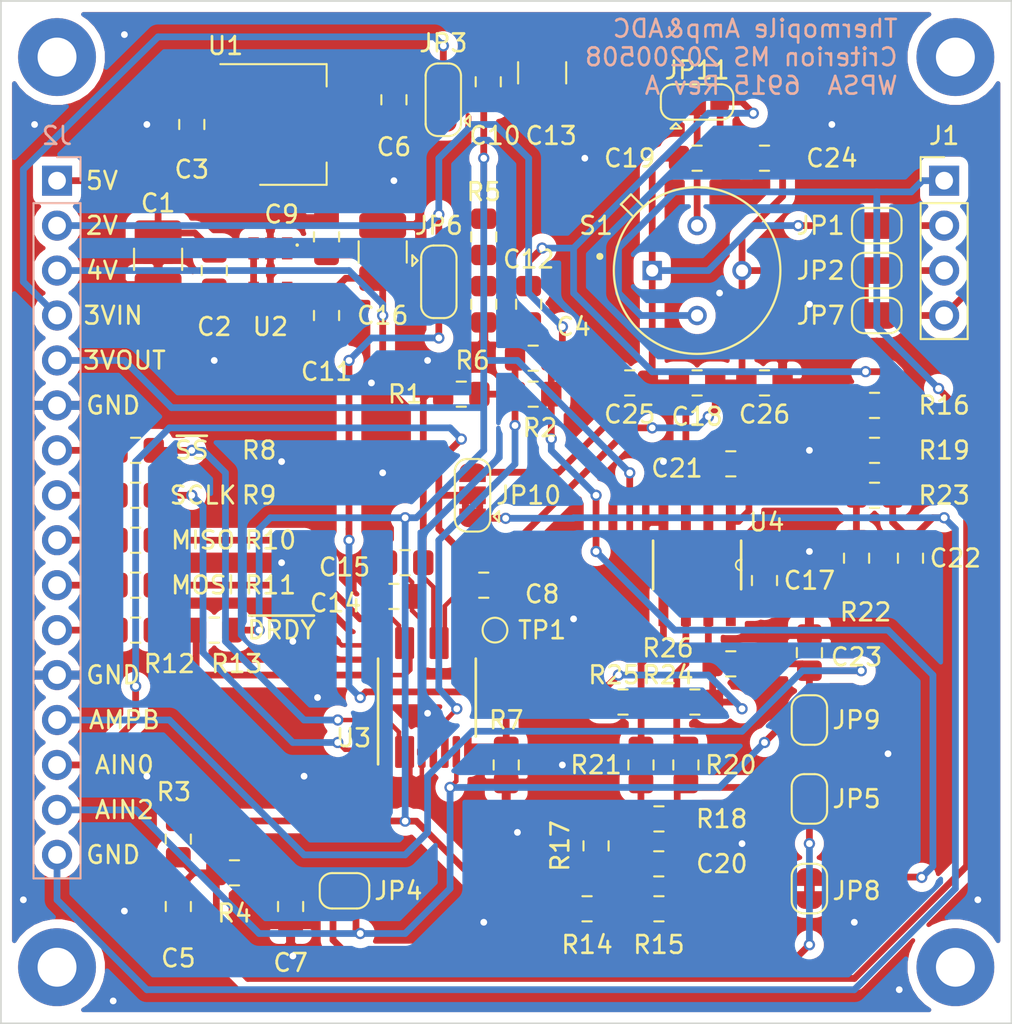
<source format=kicad_pcb>
(kicad_pcb (version 20171130) (host pcbnew 5.1.4+dfsg1-1)

  (general
    (thickness 1.6)
    (drawings 21)
    (tracks 484)
    (zones 0)
    (modules 75)
    (nets 41)
  )

  (page A4)
  (layers
    (0 F.Cu signal)
    (31 B.Cu signal)
    (32 B.Adhes user)
    (33 F.Adhes user)
    (34 B.Paste user)
    (35 F.Paste user)
    (36 B.SilkS user)
    (37 F.SilkS user)
    (38 B.Mask user)
    (39 F.Mask user)
    (40 Dwgs.User user)
    (41 Cmts.User user)
    (42 Eco1.User user)
    (43 Eco2.User user)
    (44 Edge.Cuts user)
    (45 Margin user)
    (46 B.CrtYd user)
    (47 F.CrtYd user)
    (48 B.Fab user hide)
    (49 F.Fab user hide)
  )

  (setup
    (last_trace_width 0.381)
    (user_trace_width 0.1524)
    (user_trace_width 0.254)
    (user_trace_width 0.381)
    (user_trace_width 0.635)
    (trace_clearance 0.254)
    (zone_clearance 0.508)
    (zone_45_only no)
    (trace_min 0.1524)
    (via_size 0.635)
    (via_drill 0.381)
    (via_min_size 0.508)
    (via_min_drill 0.254)
    (user_via 0.508 0.254)
    (user_via 0.762 0.381)
    (user_via 1.27 0.635)
    (uvia_size 0.508)
    (uvia_drill 0.254)
    (uvias_allowed no)
    (uvia_min_size 0.2)
    (uvia_min_drill 0.1)
    (edge_width 0.05)
    (segment_width 0.2)
    (pcb_text_width 0.3)
    (pcb_text_size 1.5 1.5)
    (mod_edge_width 0.12)
    (mod_text_size 1 1)
    (mod_text_width 0.15)
    (pad_size 1.524 1.524)
    (pad_drill 0.762)
    (pad_to_mask_clearance 0.051)
    (solder_mask_min_width 0.25)
    (aux_axis_origin 0 0)
    (visible_elements FFFFFF7F)
    (pcbplotparams
      (layerselection 0x010fc_ffffffff)
      (usegerberextensions false)
      (usegerberattributes false)
      (usegerberadvancedattributes false)
      (creategerberjobfile false)
      (excludeedgelayer true)
      (linewidth 0.100000)
      (plotframeref false)
      (viasonmask false)
      (mode 1)
      (useauxorigin false)
      (hpglpennumber 1)
      (hpglpenspeed 20)
      (hpglpendiameter 15.000000)
      (psnegative false)
      (psa4output false)
      (plotreference true)
      (plotvalue true)
      (plotinvisibletext false)
      (padsonsilk false)
      (subtractmaskfromsilk false)
      (outputformat 1)
      (mirror false)
      (drillshape 1)
      (scaleselection 1)
      (outputdirectory ""))
  )

  (net 0 "")
  (net 1 GND)
  (net 2 +5V)
  (net 3 2V048)
  (net 4 4V096)
  (net 5 TP-)
  (net 6 NTC)
  (net 7 MOSI)
  (net 8 MISO)
  (net 9 ~SS)
  (net 10 SCLK)
  (net 11 SGND)
  (net 12 NTC_OUT)
  (net 13 SIG_B)
  (net 14 OUT_A)
  (net 15 -IN_A)
  (net 16 +IN_B)
  (net 17 -IN_B)
  (net 18 OUT_B)
  (net 19 2V0485)
  (net 20 3V3)
  (net 21 REFN0)
  (net 22 ~DRDY)
  (net 23 REFP0)
  (net 24 TP_AMP)
  (net 25 /3V3_OUT)
  (net 26 AIN2)
  (net 27 AIN0)
  (net 28 3V3_IN)
  (net 29 "Net-(C20-Pad1)")
  (net 30 "Net-(J1-Pad3)")
  (net 31 "Net-(J1-Pad2)")
  (net 32 "Net-(J2-Pad11)")
  (net 33 "Net-(J2-Pad10)")
  (net 34 "Net-(J2-Pad9)")
  (net 35 "Net-(J2-Pad8)")
  (net 36 "Net-(J2-Pad7)")
  (net 37 "Net-(R17-Pad1)")
  (net 38 TP+)
  (net 39 /NTC_GND)
  (net 40 "Net-(JP5-Pad1)")

  (net_class Default "This is the default net class."
    (clearance 0.254)
    (trace_width 0.254)
    (via_dia 0.635)
    (via_drill 0.381)
    (uvia_dia 0.508)
    (uvia_drill 0.254)
    (diff_pair_width 0.254)
    (diff_pair_gap 0.254)
    (add_net +5V)
    (add_net +IN_B)
    (add_net -IN_A)
    (add_net -IN_B)
    (add_net /3V3_OUT)
    (add_net /NTC_GND)
    (add_net 2V048)
    (add_net 2V0485)
    (add_net 3V3)
    (add_net 3V3_IN)
    (add_net 4V096)
    (add_net AIN0)
    (add_net AIN2)
    (add_net GND)
    (add_net MISO)
    (add_net MOSI)
    (add_net NTC)
    (add_net NTC_OUT)
    (add_net "Net-(C20-Pad1)")
    (add_net "Net-(J1-Pad2)")
    (add_net "Net-(J1-Pad3)")
    (add_net "Net-(J2-Pad10)")
    (add_net "Net-(J2-Pad11)")
    (add_net "Net-(J2-Pad7)")
    (add_net "Net-(J2-Pad8)")
    (add_net "Net-(J2-Pad9)")
    (add_net "Net-(JP5-Pad1)")
    (add_net "Net-(R17-Pad1)")
    (add_net OUT_A)
    (add_net OUT_B)
    (add_net REFN0)
    (add_net REFP0)
    (add_net SCLK)
    (add_net SGND)
    (add_net SIG_B)
    (add_net TP+)
    (add_net TP-)
    (add_net TP_AMP)
    (add_net ~DRDY)
    (add_net ~SS)
  )

  (net_class Minimum ""
    (clearance 0.1524)
    (trace_width 0.1524)
    (via_dia 0.508)
    (via_drill 0.254)
    (uvia_dia 0.508)
    (uvia_drill 0.254)
    (diff_pair_width 0.1524)
    (diff_pair_gap 0.1524)
  )

  (net_class Power ""
    (clearance 0.635)
    (trace_width 0.635)
    (via_dia 1.27)
    (via_drill 0.635)
    (uvia_dia 0.508)
    (uvia_drill 0.254)
    (diff_pair_width 0.635)
    (diff_pair_gap 0.635)
  )

  (module MountingHole:MountingHole_2.2mm_M2_Pad (layer F.Cu) (tedit 56D1B4CB) (tstamp 5EB740D1)
    (at 152.4 146.05)
    (descr "Mounting Hole 2.2mm, M2")
    (tags "mounting hole 2.2mm m2")
    (path /60029C4A)
    (attr virtual)
    (fp_text reference H4 (at 0 -3.2) (layer F.SilkS) hide
      (effects (font (size 1 1) (thickness 0.15)))
    )
    (fp_text value MountingHole (at 0 3.2) (layer F.Fab)
      (effects (font (size 1 1) (thickness 0.15)))
    )
    (fp_circle (center 0 0) (end 2.45 0) (layer F.CrtYd) (width 0.05))
    (fp_circle (center 0 0) (end 2.2 0) (layer Cmts.User) (width 0.15))
    (fp_text user %R (at 0.3 0) (layer F.Fab)
      (effects (font (size 1 1) (thickness 0.15)))
    )
    (pad 1 thru_hole circle (at 0 0) (size 4.4 4.4) (drill 2.2) (layers *.Cu *.Mask))
  )

  (module MountingHole:MountingHole_2.2mm_M2_Pad (layer F.Cu) (tedit 56D1B4CB) (tstamp 5EB7330C)
    (at 152.4 94.615)
    (descr "Mounting Hole 2.2mm, M2")
    (tags "mounting hole 2.2mm m2")
    (path /6002AA19)
    (attr virtual)
    (fp_text reference H3 (at 0 -3.2) (layer F.SilkS) hide
      (effects (font (size 1 1) (thickness 0.15)))
    )
    (fp_text value MountingHole (at 0 3.2) (layer F.Fab)
      (effects (font (size 1 1) (thickness 0.15)))
    )
    (fp_circle (center 0 0) (end 2.45 0) (layer F.CrtYd) (width 0.05))
    (fp_circle (center 0 0) (end 2.2 0) (layer Cmts.User) (width 0.15))
    (fp_text user %R (at 0.3 0) (layer F.Fab)
      (effects (font (size 1 1) (thickness 0.15)))
    )
    (pad 1 thru_hole circle (at 0 0) (size 4.4 4.4) (drill 2.2) (layers *.Cu *.Mask))
  )

  (module MountingHole:MountingHole_2.2mm_M2_Pad (layer F.Cu) (tedit 56D1B4CB) (tstamp 5EB73207)
    (at 101.6 146.05)
    (descr "Mounting Hole 2.2mm, M2")
    (tags "mounting hole 2.2mm m2")
    (path /600290C8)
    (attr virtual)
    (fp_text reference H2 (at 0 -3.2) (layer F.SilkS) hide
      (effects (font (size 1 1) (thickness 0.15)))
    )
    (fp_text value MountingHole (at 0 3.2) (layer F.Fab)
      (effects (font (size 1 1) (thickness 0.15)))
    )
    (fp_circle (center 0 0) (end 2.45 0) (layer F.CrtYd) (width 0.05))
    (fp_circle (center 0 0) (end 2.2 0) (layer Cmts.User) (width 0.15))
    (fp_text user %R (at 0.3 0) (layer F.Fab)
      (effects (font (size 1 1) (thickness 0.15)))
    )
    (pad 1 thru_hole circle (at 0 0) (size 4.4 4.4) (drill 2.2) (layers *.Cu *.Mask))
  )

  (module MountingHole:MountingHole_2.2mm_M2_Pad (layer F.Cu) (tedit 56D1B4CB) (tstamp 5EB732F7)
    (at 101.6 94.615)
    (descr "Mounting Hole 2.2mm, M2")
    (tags "mounting hole 2.2mm m2")
    (path /600231E0)
    (attr virtual)
    (fp_text reference H1 (at 0 -3.2) (layer F.SilkS) hide
      (effects (font (size 1 1) (thickness 0.15)))
    )
    (fp_text value MountingHole (at 0 3.2) (layer F.Fab)
      (effects (font (size 1 1) (thickness 0.15)))
    )
    (fp_circle (center 0 0) (end 2.45 0) (layer F.CrtYd) (width 0.05))
    (fp_circle (center 0 0) (end 2.2 0) (layer Cmts.User) (width 0.15))
    (fp_text user %R (at 0.3 0) (layer F.Fab)
      (effects (font (size 1 1) (thickness 0.15)))
    )
    (pad 1 thru_hole circle (at 0 0) (size 4.4 4.4) (drill 2.2) (layers *.Cu *.Mask))
  )

  (module Package_SO:TSSOP-16_4.4x5mm_P0.65mm (layer F.Cu) (tedit 5EB5C8F9) (tstamp 5EB737E0)
    (at 122.555 130.81 90)
    (descr "16-Lead Plastic Thin Shrink Small Outline (ST)-4.4 mm Body [TSSOP] (see Microchip Packaging Specification 00000049BS.pdf)")
    (tags "SSOP 0.65")
    (path /5FA9D210)
    (attr smd)
    (fp_text reference U3 (at -2.286 -4.191 180) (layer F.SilkS)
      (effects (font (size 1 1) (thickness 0.15)))
    )
    (fp_text value ADS1120-PW (at 0 3.55 90) (layer F.Fab)
      (effects (font (size 1 1) (thickness 0.15)))
    )
    (fp_text user %R (at 0 0 90) (layer F.Fab)
      (effects (font (size 0.8 0.8) (thickness 0.15)))
    )
    (fp_line (start -3.775 -2.8) (end 2.2 -2.8) (layer F.SilkS) (width 0.15))
    (fp_line (start -2.2 2.725) (end 2.2 2.725) (layer F.SilkS) (width 0.15))
    (fp_line (start -3.95 2.8) (end 3.95 2.8) (layer F.CrtYd) (width 0.05))
    (fp_line (start -3.95 -2.9) (end 3.95 -2.9) (layer F.CrtYd) (width 0.05))
    (fp_line (start 3.95 -2.9) (end 3.95 2.8) (layer F.CrtYd) (width 0.05))
    (fp_line (start -3.95 -2.9) (end -3.95 2.8) (layer F.CrtYd) (width 0.05))
    (fp_line (start -2.2 -1.5) (end -1.2 -2.5) (layer F.Fab) (width 0.15))
    (fp_line (start -2.2 2.5) (end -2.2 -1.5) (layer F.Fab) (width 0.15))
    (fp_line (start 2.2 2.5) (end -2.2 2.5) (layer F.Fab) (width 0.15))
    (fp_line (start 2.2 -2.5) (end 2.2 2.5) (layer F.Fab) (width 0.15))
    (fp_line (start -1.2 -2.5) (end 2.2 -2.5) (layer F.Fab) (width 0.15))
    (pad 16 smd roundrect (at 3.077 -2.275 90) (size 1.8 0.425) (layers F.Cu F.Paste F.Mask) (roundrect_rratio 0.25)
      (net 7 MOSI))
    (pad 15 smd roundrect (at 3.077 -1.625 90) (size 1.8 0.425) (layers F.Cu F.Paste F.Mask) (roundrect_rratio 0.25)
      (net 8 MISO))
    (pad 14 smd roundrect (at 3.077 -0.975 90) (size 1.8 0.425) (layers F.Cu F.Paste F.Mask) (roundrect_rratio 0.25)
      (net 22 ~DRDY))
    (pad 13 smd roundrect (at 3.077 -0.325 90) (size 1.8 0.425) (layers F.Cu F.Paste F.Mask) (roundrect_rratio 0.25)
      (net 20 3V3))
    (pad 12 smd roundrect (at 3.077 0.325 90) (size 1.8 0.425) (layers F.Cu F.Paste F.Mask) (roundrect_rratio 0.25)
      (net 4 4V096))
    (pad 11 smd roundrect (at 3.077 0.975 90) (size 1.8 0.425) (layers F.Cu F.Paste F.Mask) (roundrect_rratio 0.25)
      (net 27 AIN0))
    (pad 10 smd roundrect (at 3.077 1.625 90) (size 1.8 0.425) (layers F.Cu F.Paste F.Mask) (roundrect_rratio 0.25)
      (net 5 TP-))
    (pad 9 smd roundrect (at 3.077 2.275 90) (size 1.8 0.425) (layers F.Cu F.Paste F.Mask) (roundrect_rratio 0.25)
      (net 23 REFP0))
    (pad 8 smd roundrect (at -3.077 2.275 90) (size 1.8 0.425) (layers F.Cu F.Paste F.Mask) (roundrect_rratio 0.25)
      (net 21 REFN0))
    (pad 7 smd roundrect (at -3.077 1.625 90) (size 1.8 0.425) (layers F.Cu F.Paste F.Mask) (roundrect_rratio 0.25)
      (net 26 AIN2))
    (pad 6 smd roundrect (at -3.077 0.975 90) (size 1.8 0.425) (layers F.Cu F.Paste F.Mask) (roundrect_rratio 0.25)
      (net 19 2V0485))
    (pad 5 smd roundrect (at -3.077 0.325 90) (size 1.8 0.425) (layers F.Cu F.Paste F.Mask) (roundrect_rratio 0.25)
      (net 1 GND))
    (pad 4 smd roundrect (at -3.077 -0.325 90) (size 1.8 0.425) (layers F.Cu F.Paste F.Mask) (roundrect_rratio 0.25)
      (net 1 GND))
    (pad 3 smd roundrect (at -3.077 -0.975 90) (size 1.8 0.425) (layers F.Cu F.Paste F.Mask) (roundrect_rratio 0.25)
      (net 1 GND))
    (pad 2 smd roundrect (at -3.077 -1.625 90) (size 1.8 0.425) (layers F.Cu F.Paste F.Mask) (roundrect_rratio 0.25)
      (net 9 ~SS))
    (pad 1 smd roundrect (at -3.077 -2.275 90) (size 1.8 0.425) (layers F.Cu F.Paste F.Mask) (roundrect_rratio 0.25)
      (net 10 SCLK))
    (model ${KISYS3DMOD}/Package_SO.3dshapes/TSSOP-16_4.4x5mm_P0.65mm.wrl
      (at (xyz 0 0 0))
      (scale (xyz 1 1 1))
      (rotate (xyz 0 0 0))
    )
  )

  (module Jumper:SolderJumper-2_P1.3mm_Bridged_RoundedPad1.0x1.5mm (layer F.Cu) (tedit 5C745284) (tstamp 5EB73BA2)
    (at 144.145 141.605 270)
    (descr "SMD Solder Jumper, 1x1.5mm, rounded Pads, 0.3mm gap, bridged with 1 copper strip")
    (tags "solder jumper open")
    (path /5EBF6670)
    (attr virtual)
    (fp_text reference JP8 (at 0.127 -2.667 180) (layer F.SilkS)
      (effects (font (size 1 1) (thickness 0.15)))
    )
    (fp_text value JP (at 0 1.9 90) (layer F.Fab)
      (effects (font (size 1 1) (thickness 0.15)))
    )
    (fp_poly (pts (xy 0.25 -0.3) (xy -0.25 -0.3) (xy -0.25 0.3) (xy 0.25 0.3)) (layer F.Cu) (width 0))
    (fp_line (start 1.65 1.25) (end -1.65 1.25) (layer F.CrtYd) (width 0.05))
    (fp_line (start 1.65 1.25) (end 1.65 -1.25) (layer F.CrtYd) (width 0.05))
    (fp_line (start -1.65 -1.25) (end -1.65 1.25) (layer F.CrtYd) (width 0.05))
    (fp_line (start -1.65 -1.25) (end 1.65 -1.25) (layer F.CrtYd) (width 0.05))
    (fp_line (start -0.7 -1) (end 0.7 -1) (layer F.SilkS) (width 0.12))
    (fp_line (start 1.4 -0.3) (end 1.4 0.3) (layer F.SilkS) (width 0.12))
    (fp_line (start 0.7 1) (end -0.7 1) (layer F.SilkS) (width 0.12))
    (fp_line (start -1.4 0.3) (end -1.4 -0.3) (layer F.SilkS) (width 0.12))
    (fp_arc (start -0.7 -0.3) (end -0.7 -1) (angle -90) (layer F.SilkS) (width 0.12))
    (fp_arc (start -0.7 0.3) (end -1.4 0.3) (angle -90) (layer F.SilkS) (width 0.12))
    (fp_arc (start 0.7 0.3) (end 0.7 1) (angle -90) (layer F.SilkS) (width 0.12))
    (fp_arc (start 0.7 -0.3) (end 1.4 -0.3) (angle -90) (layer F.SilkS) (width 0.12))
    (pad 1 smd custom (at -0.65 0 270) (size 1 0.5) (layers F.Cu F.Mask)
      (net 3 2V048) (zone_connect 2)
      (options (clearance outline) (anchor rect))
      (primitives
        (gr_circle (center 0 0.25) (end 0.5 0.25) (width 0))
        (gr_circle (center 0 -0.25) (end 0.5 -0.25) (width 0))
        (gr_poly (pts
           (xy 0 -0.75) (xy 0.5 -0.75) (xy 0.5 0.75) (xy 0 0.75)) (width 0))
      ))
    (pad 2 smd custom (at 0.65 0 270) (size 1 0.5) (layers F.Cu F.Mask)
      (net 29 "Net-(C20-Pad1)") (zone_connect 2)
      (options (clearance outline) (anchor rect))
      (primitives
        (gr_circle (center 0 0.25) (end 0.5 0.25) (width 0))
        (gr_circle (center 0 -0.25) (end 0.5 -0.25) (width 0))
        (gr_poly (pts
           (xy 0 -0.75) (xy -0.5 -0.75) (xy -0.5 0.75) (xy 0 0.75)) (width 0))
      ))
  )

  (module Capacitor_SMD:C_0805_2012Metric_Pad1.15x1.40mm_HandSolder (layer F.Cu) (tedit 5B36C52B) (tstamp 5EB786E8)
    (at 141.605 113.03)
    (descr "Capacitor SMD 0805 (2012 Metric), square (rectangular) end terminal, IPC_7351 nominal with elongated pad for handsoldering. (Body size source: https://docs.google.com/spreadsheets/d/1BsfQQcO9C6DZCsRaXUlFlo91Tg2WpOkGARC1WS5S8t0/edit?usp=sharing), generated with kicad-footprint-generator")
    (tags "capacitor handsolder")
    (path /602932E5)
    (attr smd)
    (fp_text reference C26 (at 0 1.778) (layer F.SilkS)
      (effects (font (size 1 1) (thickness 0.15)))
    )
    (fp_text value 1u (at 0 1.65) (layer F.Fab)
      (effects (font (size 1 1) (thickness 0.15)))
    )
    (fp_text user %R (at 0 0) (layer F.Fab)
      (effects (font (size 0.5 0.5) (thickness 0.08)))
    )
    (fp_line (start 1.85 0.95) (end -1.85 0.95) (layer F.CrtYd) (width 0.05))
    (fp_line (start 1.85 -0.95) (end 1.85 0.95) (layer F.CrtYd) (width 0.05))
    (fp_line (start -1.85 -0.95) (end 1.85 -0.95) (layer F.CrtYd) (width 0.05))
    (fp_line (start -1.85 0.95) (end -1.85 -0.95) (layer F.CrtYd) (width 0.05))
    (fp_line (start -0.261252 0.71) (end 0.261252 0.71) (layer F.SilkS) (width 0.12))
    (fp_line (start -0.261252 -0.71) (end 0.261252 -0.71) (layer F.SilkS) (width 0.12))
    (fp_line (start 1 0.6) (end -1 0.6) (layer F.Fab) (width 0.1))
    (fp_line (start 1 -0.6) (end 1 0.6) (layer F.Fab) (width 0.1))
    (fp_line (start -1 -0.6) (end 1 -0.6) (layer F.Fab) (width 0.1))
    (fp_line (start -1 0.6) (end -1 -0.6) (layer F.Fab) (width 0.1))
    (pad 2 smd roundrect (at 1.025 0) (size 1.15 1.4) (layers F.Cu F.Paste F.Mask) (roundrect_rratio 0.217391)
      (net 1 GND))
    (pad 1 smd roundrect (at -1.025 0) (size 1.15 1.4) (layers F.Cu F.Paste F.Mask) (roundrect_rratio 0.217391)
      (net 5 TP-))
    (model ${KISYS3DMOD}/Capacitor_SMD.3dshapes/C_0805_2012Metric.wrl
      (at (xyz 0 0 0))
      (scale (xyz 1 1 1))
      (rotate (xyz 0 0 0))
    )
  )

  (module Capacitor_SMD:C_0805_2012Metric_Pad1.15x1.40mm_HandSolder (layer F.Cu) (tedit 5B36C52B) (tstamp 5EB73F0C)
    (at 125.73 124.46)
    (descr "Capacitor SMD 0805 (2012 Metric), square (rectangular) end terminal, IPC_7351 nominal with elongated pad for handsoldering. (Body size source: https://docs.google.com/spreadsheets/d/1BsfQQcO9C6DZCsRaXUlFlo91Tg2WpOkGARC1WS5S8t0/edit?usp=sharing), generated with kicad-footprint-generator")
    (tags "capacitor handsolder")
    (path /604C255F)
    (attr smd)
    (fp_text reference C8 (at 3.302 0.508) (layer F.SilkS)
      (effects (font (size 1 1) (thickness 0.15)))
    )
    (fp_text value 0.1u (at 0 1.65) (layer F.Fab)
      (effects (font (size 1 1) (thickness 0.15)))
    )
    (fp_text user %R (at 0 0) (layer F.Fab)
      (effects (font (size 0.5 0.5) (thickness 0.08)))
    )
    (fp_line (start 1.85 0.95) (end -1.85 0.95) (layer F.CrtYd) (width 0.05))
    (fp_line (start 1.85 -0.95) (end 1.85 0.95) (layer F.CrtYd) (width 0.05))
    (fp_line (start -1.85 -0.95) (end 1.85 -0.95) (layer F.CrtYd) (width 0.05))
    (fp_line (start -1.85 0.95) (end -1.85 -0.95) (layer F.CrtYd) (width 0.05))
    (fp_line (start -0.261252 0.71) (end 0.261252 0.71) (layer F.SilkS) (width 0.12))
    (fp_line (start -0.261252 -0.71) (end 0.261252 -0.71) (layer F.SilkS) (width 0.12))
    (fp_line (start 1 0.6) (end -1 0.6) (layer F.Fab) (width 0.1))
    (fp_line (start 1 -0.6) (end 1 0.6) (layer F.Fab) (width 0.1))
    (fp_line (start -1 -0.6) (end 1 -0.6) (layer F.Fab) (width 0.1))
    (fp_line (start -1 0.6) (end -1 -0.6) (layer F.Fab) (width 0.1))
    (pad 2 smd roundrect (at 1.025 0) (size 1.15 1.4) (layers F.Cu F.Paste F.Mask) (roundrect_rratio 0.217391)
      (net 5 TP-))
    (pad 1 smd roundrect (at -1.025 0) (size 1.15 1.4) (layers F.Cu F.Paste F.Mask) (roundrect_rratio 0.217391)
      (net 27 AIN0))
    (model ${KISYS3DMOD}/Capacitor_SMD.3dshapes/C_0805_2012Metric.wrl
      (at (xyz 0 0 0))
      (scale (xyz 1 1 1))
      (rotate (xyz 0 0 0))
    )
  )

  (module Jumper:SolderJumper-2_P1.3mm_Open_RoundedPad1.0x1.5mm (layer F.Cu) (tedit 5B391E66) (tstamp 5EB7332B)
    (at 144.145 132.08 90)
    (descr "SMD Solder Jumper, 1x1.5mm, rounded Pads, 0.3mm gap, open")
    (tags "solder jumper open")
    (path /6042A53D)
    (attr virtual)
    (fp_text reference JP9 (at 0 2.667 180) (layer F.SilkS)
      (effects (font (size 1 1) (thickness 0.15)))
    )
    (fp_text value JP (at 0 1.9 90) (layer F.Fab)
      (effects (font (size 1 1) (thickness 0.15)))
    )
    (fp_line (start 1.65 1.25) (end -1.65 1.25) (layer F.CrtYd) (width 0.05))
    (fp_line (start 1.65 1.25) (end 1.65 -1.25) (layer F.CrtYd) (width 0.05))
    (fp_line (start -1.65 -1.25) (end -1.65 1.25) (layer F.CrtYd) (width 0.05))
    (fp_line (start -1.65 -1.25) (end 1.65 -1.25) (layer F.CrtYd) (width 0.05))
    (fp_line (start -0.7 -1) (end 0.7 -1) (layer F.SilkS) (width 0.12))
    (fp_line (start 1.4 -0.3) (end 1.4 0.3) (layer F.SilkS) (width 0.12))
    (fp_line (start 0.7 1) (end -0.7 1) (layer F.SilkS) (width 0.12))
    (fp_line (start -1.4 0.3) (end -1.4 -0.3) (layer F.SilkS) (width 0.12))
    (fp_arc (start -0.7 -0.3) (end -0.7 -1) (angle -90) (layer F.SilkS) (width 0.12))
    (fp_arc (start -0.7 0.3) (end -1.4 0.3) (angle -90) (layer F.SilkS) (width 0.12))
    (fp_arc (start 0.7 0.3) (end 0.7 1) (angle -90) (layer F.SilkS) (width 0.12))
    (fp_arc (start 0.7 -0.3) (end 1.4 -0.3) (angle -90) (layer F.SilkS) (width 0.12))
    (pad 2 smd custom (at 0.65 0 90) (size 1 0.5) (layers F.Cu F.Mask)
      (net 13 SIG_B) (zone_connect 2)
      (options (clearance outline) (anchor rect))
      (primitives
        (gr_circle (center 0 0.25) (end 0.5 0.25) (width 0))
        (gr_circle (center 0 -0.25) (end 0.5 -0.25) (width 0))
        (gr_poly (pts
           (xy 0 -0.75) (xy -0.5 -0.75) (xy -0.5 0.75) (xy 0 0.75)) (width 0))
      ))
    (pad 1 smd custom (at -0.65 0 90) (size 1 0.5) (layers F.Cu F.Mask)
      (net 26 AIN2) (zone_connect 2)
      (options (clearance outline) (anchor rect))
      (primitives
        (gr_circle (center 0 0.25) (end 0.5 0.25) (width 0))
        (gr_circle (center 0 -0.25) (end 0.5 -0.25) (width 0))
        (gr_poly (pts
           (xy 0 -0.75) (xy 0.5 -0.75) (xy 0.5 0.75) (xy 0 0.75)) (width 0))
      ))
  )

  (module Jumper:SolderJumper-2_P1.3mm_Open_RoundedPad1.0x1.5mm (layer F.Cu) (tedit 5B391E66) (tstamp 5EB73FE8)
    (at 144.145 136.54 270)
    (descr "SMD Solder Jumper, 1x1.5mm, rounded Pads, 0.3mm gap, open")
    (tags "solder jumper open")
    (path /603DAC56)
    (attr virtual)
    (fp_text reference JP5 (at 0 -2.667 180) (layer F.SilkS)
      (effects (font (size 1 1) (thickness 0.15)))
    )
    (fp_text value JP (at 0 1.9 90) (layer F.Fab)
      (effects (font (size 1 1) (thickness 0.15)))
    )
    (fp_line (start 1.65 1.25) (end -1.65 1.25) (layer F.CrtYd) (width 0.05))
    (fp_line (start 1.65 1.25) (end 1.65 -1.25) (layer F.CrtYd) (width 0.05))
    (fp_line (start -1.65 -1.25) (end -1.65 1.25) (layer F.CrtYd) (width 0.05))
    (fp_line (start -1.65 -1.25) (end 1.65 -1.25) (layer F.CrtYd) (width 0.05))
    (fp_line (start -0.7 -1) (end 0.7 -1) (layer F.SilkS) (width 0.12))
    (fp_line (start 1.4 -0.3) (end 1.4 0.3) (layer F.SilkS) (width 0.12))
    (fp_line (start 0.7 1) (end -0.7 1) (layer F.SilkS) (width 0.12))
    (fp_line (start -1.4 0.3) (end -1.4 -0.3) (layer F.SilkS) (width 0.12))
    (fp_arc (start -0.7 -0.3) (end -0.7 -1) (angle -90) (layer F.SilkS) (width 0.12))
    (fp_arc (start -0.7 0.3) (end -1.4 0.3) (angle -90) (layer F.SilkS) (width 0.12))
    (fp_arc (start 0.7 0.3) (end 0.7 1) (angle -90) (layer F.SilkS) (width 0.12))
    (fp_arc (start 0.7 -0.3) (end 1.4 -0.3) (angle -90) (layer F.SilkS) (width 0.12))
    (pad 2 smd custom (at 0.65 0 270) (size 1 0.5) (layers F.Cu F.Mask)
      (net 12 NTC_OUT) (zone_connect 2)
      (options (clearance outline) (anchor rect))
      (primitives
        (gr_circle (center 0 0.25) (end 0.5 0.25) (width 0))
        (gr_circle (center 0 -0.25) (end 0.5 -0.25) (width 0))
        (gr_poly (pts
           (xy 0 -0.75) (xy -0.5 -0.75) (xy -0.5 0.75) (xy 0 0.75)) (width 0))
      ))
    (pad 1 smd custom (at -0.65 0 270) (size 1 0.5) (layers F.Cu F.Mask)
      (net 40 "Net-(JP5-Pad1)") (zone_connect 2)
      (options (clearance outline) (anchor rect))
      (primitives
        (gr_circle (center 0 0.25) (end 0.5 0.25) (width 0))
        (gr_circle (center 0 -0.25) (end 0.5 -0.25) (width 0))
        (gr_poly (pts
           (xy 0 -0.75) (xy 0.5 -0.75) (xy 0.5 0.75) (xy 0 0.75)) (width 0))
      ))
  )

  (module Jumper:SolderJumper-2_P1.3mm_Bridged_RoundedPad1.0x1.5mm (layer F.Cu) (tedit 5C745284) (tstamp 5EB73227)
    (at 117.856 141.732 180)
    (descr "SMD Solder Jumper, 1x1.5mm, rounded Pads, 0.3mm gap, bridged with 1 copper strip")
    (tags "solder jumper open")
    (path /603BDB4C)
    (attr virtual)
    (fp_text reference JP4 (at -3.048 0) (layer F.SilkS)
      (effects (font (size 1 1) (thickness 0.15)))
    )
    (fp_text value JP (at 0 1.9) (layer F.Fab)
      (effects (font (size 1 1) (thickness 0.15)))
    )
    (fp_poly (pts (xy 0.25 -0.3) (xy -0.25 -0.3) (xy -0.25 0.3) (xy 0.25 0.3)) (layer F.Cu) (width 0))
    (fp_line (start 1.65 1.25) (end -1.65 1.25) (layer F.CrtYd) (width 0.05))
    (fp_line (start 1.65 1.25) (end 1.65 -1.25) (layer F.CrtYd) (width 0.05))
    (fp_line (start -1.65 -1.25) (end -1.65 1.25) (layer F.CrtYd) (width 0.05))
    (fp_line (start -1.65 -1.25) (end 1.65 -1.25) (layer F.CrtYd) (width 0.05))
    (fp_line (start -0.7 -1) (end 0.7 -1) (layer F.SilkS) (width 0.12))
    (fp_line (start 1.4 -0.3) (end 1.4 0.3) (layer F.SilkS) (width 0.12))
    (fp_line (start 0.7 1) (end -0.7 1) (layer F.SilkS) (width 0.12))
    (fp_line (start -1.4 0.3) (end -1.4 -0.3) (layer F.SilkS) (width 0.12))
    (fp_arc (start -0.7 -0.3) (end -0.7 -1) (angle -90) (layer F.SilkS) (width 0.12))
    (fp_arc (start -0.7 0.3) (end -1.4 0.3) (angle -90) (layer F.SilkS) (width 0.12))
    (fp_arc (start 0.7 0.3) (end 0.7 1) (angle -90) (layer F.SilkS) (width 0.12))
    (fp_arc (start 0.7 -0.3) (end 1.4 -0.3) (angle -90) (layer F.SilkS) (width 0.12))
    (pad 1 smd custom (at -0.65 0 180) (size 1 0.5) (layers F.Cu F.Mask)
      (net 26 AIN2) (zone_connect 2)
      (options (clearance outline) (anchor rect))
      (primitives
        (gr_circle (center 0 0.25) (end 0.5 0.25) (width 0))
        (gr_circle (center 0 -0.25) (end 0.5 -0.25) (width 0))
        (gr_poly (pts
           (xy 0 -0.75) (xy 0.5 -0.75) (xy 0.5 0.75) (xy 0 0.75)) (width 0))
      ))
    (pad 2 smd custom (at 0.65 0 180) (size 1 0.5) (layers F.Cu F.Mask)
      (net 12 NTC_OUT) (zone_connect 2)
      (options (clearance outline) (anchor rect))
      (primitives
        (gr_circle (center 0 0.25) (end 0.5 0.25) (width 0))
        (gr_circle (center 0 -0.25) (end 0.5 -0.25) (width 0))
        (gr_poly (pts
           (xy 0 -0.75) (xy -0.5 -0.75) (xy -0.5 0.75) (xy 0 0.75)) (width 0))
      ))
  )

  (module Capacitor_SMD:C_0805_2012Metric_Pad1.15x1.40mm_HandSolder (layer F.Cu) (tedit 5B36C52B) (tstamp 5EB739E4)
    (at 133.985 113.03 180)
    (descr "Capacitor SMD 0805 (2012 Metric), square (rectangular) end terminal, IPC_7351 nominal with elongated pad for handsoldering. (Body size source: https://docs.google.com/spreadsheets/d/1BsfQQcO9C6DZCsRaXUlFlo91Tg2WpOkGARC1WS5S8t0/edit?usp=sharing), generated with kicad-footprint-generator")
    (tags "capacitor handsolder")
    (path /6029360A)
    (attr smd)
    (fp_text reference C25 (at 0 -1.778) (layer F.SilkS)
      (effects (font (size 1 1) (thickness 0.15)))
    )
    (fp_text value 1u (at 0 1.65) (layer F.Fab)
      (effects (font (size 1 1) (thickness 0.15)))
    )
    (fp_text user %R (at 0 0) (layer F.Fab)
      (effects (font (size 0.5 0.5) (thickness 0.08)))
    )
    (fp_line (start 1.85 0.95) (end -1.85 0.95) (layer F.CrtYd) (width 0.05))
    (fp_line (start 1.85 -0.95) (end 1.85 0.95) (layer F.CrtYd) (width 0.05))
    (fp_line (start -1.85 -0.95) (end 1.85 -0.95) (layer F.CrtYd) (width 0.05))
    (fp_line (start -1.85 0.95) (end -1.85 -0.95) (layer F.CrtYd) (width 0.05))
    (fp_line (start -0.261252 0.71) (end 0.261252 0.71) (layer F.SilkS) (width 0.12))
    (fp_line (start -0.261252 -0.71) (end 0.261252 -0.71) (layer F.SilkS) (width 0.12))
    (fp_line (start 1 0.6) (end -1 0.6) (layer F.Fab) (width 0.1))
    (fp_line (start 1 -0.6) (end 1 0.6) (layer F.Fab) (width 0.1))
    (fp_line (start -1 -0.6) (end 1 -0.6) (layer F.Fab) (width 0.1))
    (fp_line (start -1 0.6) (end -1 -0.6) (layer F.Fab) (width 0.1))
    (pad 2 smd roundrect (at 1.025 0 180) (size 1.15 1.4) (layers F.Cu F.Paste F.Mask) (roundrect_rratio 0.217391)
      (net 1 GND))
    (pad 1 smd roundrect (at -1.025 0 180) (size 1.15 1.4) (layers F.Cu F.Paste F.Mask) (roundrect_rratio 0.217391)
      (net 38 TP+))
    (model ${KISYS3DMOD}/Capacitor_SMD.3dshapes/C_0805_2012Metric.wrl
      (at (xyz 0 0 0))
      (scale (xyz 1 1 1))
      (rotate (xyz 0 0 0))
    )
  )

  (module Capacitor_SMD:C_0805_2012Metric_Pad1.15x1.40mm_HandSolder (layer F.Cu) (tedit 5B36C52B) (tstamp 5EB73DB3)
    (at 141.605 100.33 180)
    (descr "Capacitor SMD 0805 (2012 Metric), square (rectangular) end terminal, IPC_7351 nominal with elongated pad for handsoldering. (Body size source: https://docs.google.com/spreadsheets/d/1BsfQQcO9C6DZCsRaXUlFlo91Tg2WpOkGARC1WS5S8t0/edit?usp=sharing), generated with kicad-footprint-generator")
    (tags "capacitor handsolder")
    (path /601F043C)
    (attr smd)
    (fp_text reference C24 (at -3.81 0) (layer F.SilkS)
      (effects (font (size 1 1) (thickness 0.15)))
    )
    (fp_text value 1u (at 0 1.65) (layer F.Fab)
      (effects (font (size 1 1) (thickness 0.15)))
    )
    (fp_text user %R (at 0 0) (layer F.Fab)
      (effects (font (size 0.5 0.5) (thickness 0.08)))
    )
    (fp_line (start 1.85 0.95) (end -1.85 0.95) (layer F.CrtYd) (width 0.05))
    (fp_line (start 1.85 -0.95) (end 1.85 0.95) (layer F.CrtYd) (width 0.05))
    (fp_line (start -1.85 -0.95) (end 1.85 -0.95) (layer F.CrtYd) (width 0.05))
    (fp_line (start -1.85 0.95) (end -1.85 -0.95) (layer F.CrtYd) (width 0.05))
    (fp_line (start -0.261252 0.71) (end 0.261252 0.71) (layer F.SilkS) (width 0.12))
    (fp_line (start -0.261252 -0.71) (end 0.261252 -0.71) (layer F.SilkS) (width 0.12))
    (fp_line (start 1 0.6) (end -1 0.6) (layer F.Fab) (width 0.1))
    (fp_line (start 1 -0.6) (end 1 0.6) (layer F.Fab) (width 0.1))
    (fp_line (start -1 -0.6) (end 1 -0.6) (layer F.Fab) (width 0.1))
    (fp_line (start -1 0.6) (end -1 -0.6) (layer F.Fab) (width 0.1))
    (pad 2 smd roundrect (at 1.025 0 180) (size 1.15 1.4) (layers F.Cu F.Paste F.Mask) (roundrect_rratio 0.217391)
      (net 11 SGND))
    (pad 1 smd roundrect (at -1.025 0 180) (size 1.15 1.4) (layers F.Cu F.Paste F.Mask) (roundrect_rratio 0.217391)
      (net 5 TP-))
    (model ${KISYS3DMOD}/Capacitor_SMD.3dshapes/C_0805_2012Metric.wrl
      (at (xyz 0 0 0))
      (scale (xyz 1 1 1))
      (rotate (xyz 0 0 0))
    )
  )

  (module Jumper:SolderJumper-3_P1.3mm_Bridged2Bar12_RoundedPad1.0x1.5mm (layer F.Cu) (tedit 5C7452C1) (tstamp 5EB73FA9)
    (at 137.795 97.155)
    (descr "SMD Solder 3-pad Jumper, 1x1.5mm rounded Pads, 0.3mm gap, pads 1-2 Bridged2Bar with 2 copper strip")
    (tags "solder jumper open")
    (path /600B2DC2)
    (attr virtual)
    (fp_text reference JP11 (at 0 -1.8) (layer F.SilkS)
      (effects (font (size 1 1) (thickness 0.15)))
    )
    (fp_text value JPNCNO (at 0 1.9) (layer F.Fab)
      (effects (font (size 1 1) (thickness 0.15)))
    )
    (fp_poly (pts (xy -0.9 0.2) (xy -0.4 0.2) (xy -0.4 0.6) (xy -0.9 0.6)) (layer F.Cu) (width 0))
    (fp_poly (pts (xy -0.9 -0.6) (xy -0.4 -0.6) (xy -0.4 -0.2) (xy -0.9 -0.2)) (layer F.Cu) (width 0))
    (fp_arc (start -1.35 -0.3) (end -1.35 -1) (angle -90) (layer F.SilkS) (width 0.12))
    (fp_arc (start -1.35 0.3) (end -2.05 0.3) (angle -90) (layer F.SilkS) (width 0.12))
    (fp_arc (start 1.35 0.3) (end 1.35 1) (angle -90) (layer F.SilkS) (width 0.12))
    (fp_arc (start 1.35 -0.3) (end 2.05 -0.3) (angle -90) (layer F.SilkS) (width 0.12))
    (fp_line (start 2.3 1.25) (end -2.3 1.25) (layer F.CrtYd) (width 0.05))
    (fp_line (start 2.3 1.25) (end 2.3 -1.25) (layer F.CrtYd) (width 0.05))
    (fp_line (start -2.3 -1.25) (end -2.3 1.25) (layer F.CrtYd) (width 0.05))
    (fp_line (start -2.3 -1.25) (end 2.3 -1.25) (layer F.CrtYd) (width 0.05))
    (fp_line (start -1.4 -1) (end 1.4 -1) (layer F.SilkS) (width 0.12))
    (fp_line (start 2.05 -0.3) (end 2.05 0.3) (layer F.SilkS) (width 0.12))
    (fp_line (start 1.4 1) (end -1.4 1) (layer F.SilkS) (width 0.12))
    (fp_line (start -2.05 0.3) (end -2.05 -0.3) (layer F.SilkS) (width 0.12))
    (fp_line (start -1.2 1.2) (end -1.5 1.5) (layer F.SilkS) (width 0.12))
    (fp_line (start -1.5 1.5) (end -0.9 1.5) (layer F.SilkS) (width 0.12))
    (fp_line (start -1.2 1.2) (end -0.9 1.5) (layer F.SilkS) (width 0.12))
    (pad 1 smd custom (at -1.3 0) (size 1 0.5) (layers F.Cu F.Mask)
      (net 1 GND) (zone_connect 2)
      (options (clearance outline) (anchor rect))
      (primitives
        (gr_circle (center 0 0.25) (end 0.5 0.25) (width 0))
        (gr_circle (center 0 -0.25) (end 0.5 -0.25) (width 0))
        (gr_poly (pts
           (xy 0.55 -0.75) (xy 0 -0.75) (xy 0 0.75) (xy 0.55 0.75)) (width 0))
      ))
    (pad 2 smd rect (at 0 0) (size 1 1.5) (layers F.Cu F.Mask)
      (net 39 /NTC_GND))
    (pad 3 smd custom (at 1.3 0) (size 1 0.5) (layers F.Cu F.Mask)
      (net 11 SGND) (zone_connect 2)
      (options (clearance outline) (anchor rect))
      (primitives
        (gr_circle (center 0 0.25) (end 0.5 0.25) (width 0))
        (gr_circle (center 0 -0.25) (end 0.5 -0.25) (width 0))
        (gr_poly (pts
           (xy -0.55 -0.75) (xy 0 -0.75) (xy 0 0.75) (xy -0.55 0.75)) (width 0))
      ))
  )

  (module Jumper:SolderJumper-2_P1.3mm_Open_RoundedPad1.0x1.5mm (layer F.Cu) (tedit 5B391E66) (tstamp 5EB740F0)
    (at 147.955 109.22)
    (descr "SMD Solder Jumper, 1x1.5mm, rounded Pads, 0.3mm gap, open")
    (tags "solder jumper open")
    (path /6012B334)
    (attr virtual)
    (fp_text reference JP7 (at -3.175 0) (layer F.SilkS)
      (effects (font (size 1 1) (thickness 0.15)))
    )
    (fp_text value JP (at 0 1.9) (layer F.Fab)
      (effects (font (size 1 1) (thickness 0.15)))
    )
    (fp_line (start 1.65 1.25) (end -1.65 1.25) (layer F.CrtYd) (width 0.05))
    (fp_line (start 1.65 1.25) (end 1.65 -1.25) (layer F.CrtYd) (width 0.05))
    (fp_line (start -1.65 -1.25) (end -1.65 1.25) (layer F.CrtYd) (width 0.05))
    (fp_line (start -1.65 -1.25) (end 1.65 -1.25) (layer F.CrtYd) (width 0.05))
    (fp_line (start -0.7 -1) (end 0.7 -1) (layer F.SilkS) (width 0.12))
    (fp_line (start 1.4 -0.3) (end 1.4 0.3) (layer F.SilkS) (width 0.12))
    (fp_line (start 0.7 1) (end -0.7 1) (layer F.SilkS) (width 0.12))
    (fp_line (start -1.4 0.3) (end -1.4 -0.3) (layer F.SilkS) (width 0.12))
    (fp_arc (start -0.7 -0.3) (end -0.7 -1) (angle -90) (layer F.SilkS) (width 0.12))
    (fp_arc (start -0.7 0.3) (end -1.4 0.3) (angle -90) (layer F.SilkS) (width 0.12))
    (fp_arc (start 0.7 0.3) (end 0.7 1) (angle -90) (layer F.SilkS) (width 0.12))
    (fp_arc (start 0.7 -0.3) (end 1.4 -0.3) (angle -90) (layer F.SilkS) (width 0.12))
    (pad 2 smd custom (at 0.65 0) (size 1 0.5) (layers F.Cu F.Mask)
      (net 39 /NTC_GND) (zone_connect 2)
      (options (clearance outline) (anchor rect))
      (primitives
        (gr_circle (center 0 0.25) (end 0.5 0.25) (width 0))
        (gr_circle (center 0 -0.25) (end 0.5 -0.25) (width 0))
        (gr_poly (pts
           (xy 0 -0.75) (xy -0.5 -0.75) (xy -0.5 0.75) (xy 0 0.75)) (width 0))
      ))
    (pad 1 smd custom (at -0.65 0) (size 1 0.5) (layers F.Cu F.Mask)
      (net 5 TP-) (zone_connect 2)
      (options (clearance outline) (anchor rect))
      (primitives
        (gr_circle (center 0 0.25) (end 0.5 0.25) (width 0))
        (gr_circle (center 0 -0.25) (end 0.5 -0.25) (width 0))
        (gr_poly (pts
           (xy 0 -0.75) (xy 0.5 -0.75) (xy 0.5 0.75) (xy 0 0.75)) (width 0))
      ))
  )

  (module WPSA_6915_Thermopile:SOIC127P600X175-8N (layer F.Cu) (tedit 5EB4058B) (tstamp 5EB73282)
    (at 137.795 123.317 270)
    (path /5EB43543)
    (fp_text reference U4 (at -2.413 -3.937 180) (layer F.SilkS)
      (effects (font (size 1 1) (thickness 0.15)))
    )
    (fp_text value OPA2335AID (at 13.02666 4.19804 90) (layer F.Fab)
      (effects (font (size 1.642756 1.642756) (thickness 0.015)))
    )
    (fp_arc (start 0 -2.4892) (end -0.3048 -2.4892) (angle -180) (layer F.SilkS) (width 0.1))
    (fp_line (start -0.3048 -2.4892) (end -1.3716 -2.4892) (layer F.SilkS) (width 0.1524))
    (fp_line (start 0.3048 -2.4892) (end -0.3048 -2.4892) (layer F.SilkS) (width 0.1524))
    (fp_line (start 1.3716 -2.4892) (end 0.3048 -2.4892) (layer F.SilkS) (width 0.1524))
    (fp_line (start -1.3716 2.4892) (end 1.3716 2.4892) (layer F.SilkS) (width 0.1524))
    (fp_arc (start 0 -2.4892) (end -0.3048 -2.4892) (angle -180) (layer F.Fab) (width 0.1))
    (fp_line (start -2.0066 -2.4892) (end -2.0066 2.4892) (layer F.Fab) (width 0.1524))
    (fp_line (start -0.3048 -2.4892) (end -2.0066 -2.4892) (layer F.Fab) (width 0.1524))
    (fp_line (start 0.3048 -2.4892) (end -0.3048 -2.4892) (layer F.Fab) (width 0.1524))
    (fp_line (start 2.0066 -2.4892) (end 0.3048 -2.4892) (layer F.Fab) (width 0.1524))
    (fp_line (start 2.0066 2.4892) (end 2.0066 -2.4892) (layer F.Fab) (width 0.1524))
    (fp_line (start -2.0066 2.4892) (end 2.0066 2.4892) (layer F.Fab) (width 0.1524))
    (fp_line (start 3.0988 -2.159) (end 2.0066 -2.159) (layer F.Fab) (width 0.1524))
    (fp_line (start 3.0988 -1.651) (end 3.0988 -2.159) (layer F.Fab) (width 0.1524))
    (fp_line (start 2.0066 -1.651) (end 3.0988 -1.651) (layer F.Fab) (width 0.1524))
    (fp_line (start 2.0066 -2.159) (end 2.0066 -1.651) (layer F.Fab) (width 0.1524))
    (fp_line (start 3.0988 -0.889) (end 2.0066 -0.889) (layer F.Fab) (width 0.1524))
    (fp_line (start 3.0988 -0.381) (end 3.0988 -0.889) (layer F.Fab) (width 0.1524))
    (fp_line (start 2.0066 -0.381) (end 3.0988 -0.381) (layer F.Fab) (width 0.1524))
    (fp_line (start 2.0066 -0.889) (end 2.0066 -0.381) (layer F.Fab) (width 0.1524))
    (fp_line (start 3.0988 0.381) (end 2.0066 0.381) (layer F.Fab) (width 0.1524))
    (fp_line (start 3.0988 0.889) (end 3.0988 0.381) (layer F.Fab) (width 0.1524))
    (fp_line (start 2.0066 0.889) (end 3.0988 0.889) (layer F.Fab) (width 0.1524))
    (fp_line (start 2.0066 0.381) (end 2.0066 0.889) (layer F.Fab) (width 0.1524))
    (fp_line (start 3.0988 1.651) (end 2.0066 1.651) (layer F.Fab) (width 0.1524))
    (fp_line (start 3.0988 2.159) (end 3.0988 1.651) (layer F.Fab) (width 0.1524))
    (fp_line (start 2.0066 2.159) (end 3.0988 2.159) (layer F.Fab) (width 0.1524))
    (fp_line (start 2.0066 1.651) (end 2.0066 2.159) (layer F.Fab) (width 0.1524))
    (fp_line (start -3.0988 2.159) (end -2.0066 2.159) (layer F.Fab) (width 0.1524))
    (fp_line (start -3.0988 1.651) (end -3.0988 2.159) (layer F.Fab) (width 0.1524))
    (fp_line (start -2.0066 1.651) (end -3.0988 1.651) (layer F.Fab) (width 0.1524))
    (fp_line (start -2.0066 2.159) (end -2.0066 1.651) (layer F.Fab) (width 0.1524))
    (fp_line (start -3.0988 0.889) (end -2.0066 0.889) (layer F.Fab) (width 0.1524))
    (fp_line (start -3.0988 0.381) (end -3.0988 0.889) (layer F.Fab) (width 0.1524))
    (fp_line (start -2.0066 0.381) (end -3.0988 0.381) (layer F.Fab) (width 0.1524))
    (fp_line (start -2.0066 0.889) (end -2.0066 0.381) (layer F.Fab) (width 0.1524))
    (fp_line (start -3.0988 -0.381) (end -2.0066 -0.381) (layer F.Fab) (width 0.1524))
    (fp_line (start -3.0988 -0.889) (end -3.0988 -0.381) (layer F.Fab) (width 0.1524))
    (fp_line (start -2.0066 -0.889) (end -3.0988 -0.889) (layer F.Fab) (width 0.1524))
    (fp_line (start -2.0066 -0.381) (end -2.0066 -0.889) (layer F.Fab) (width 0.1524))
    (fp_line (start -3.0988 -1.651) (end -2.0066 -1.651) (layer F.Fab) (width 0.1524))
    (fp_line (start -3.0988 -2.159) (end -3.0988 -1.651) (layer F.Fab) (width 0.1524))
    (fp_line (start -2.0066 -2.159) (end -3.0988 -2.159) (layer F.Fab) (width 0.1524))
    (fp_line (start -2.0066 -1.651) (end -2.0066 -2.159) (layer F.Fab) (width 0.1524))
    (pad 8 smd rect (at 2.4638 -1.905 270) (size 1.9812 0.5588) (layers F.Cu F.Paste F.Mask)
      (net 20 3V3))
    (pad 7 smd rect (at 2.4638 -0.635 270) (size 1.9812 0.5588) (layers F.Cu F.Paste F.Mask)
      (net 18 OUT_B))
    (pad 6 smd rect (at 2.4638 0.635 270) (size 1.9812 0.5588) (layers F.Cu F.Paste F.Mask)
      (net 16 +IN_B))
    (pad 5 smd rect (at 2.4638 1.905 270) (size 1.9812 0.5588) (layers F.Cu F.Paste F.Mask)
      (net 17 -IN_B))
    (pad 4 smd rect (at -2.4638 1.905 270) (size 1.9812 0.5588) (layers F.Cu F.Paste F.Mask)
      (net 1 GND))
    (pad 3 smd rect (at -2.4638 0.635 270) (size 1.9812 0.5588) (layers F.Cu F.Paste F.Mask)
      (net 38 TP+))
    (pad 2 smd rect (at -2.4638 -0.635 270) (size 1.9812 0.5588) (layers F.Cu F.Paste F.Mask)
      (net 15 -IN_A))
    (pad 1 smd rect (at -2.4638 -1.905 270) (size 1.9812 0.5588) (layers F.Cu F.Paste F.Mask)
      (net 14 OUT_A))
    (model ${KISYS3DMOD}/Package_SO.3dshapes/SOIC-8_3.9x4.9mm_P1.27mm.wrl
      (at (xyz 0 0 0))
      (scale (xyz 1 1 1))
      (rotate (xyz 0 0 0))
    )
  )

  (module WPSA_6915_Thermopile:SOT95P280X110-5N (layer F.Cu) (tedit 5EB4271C) (tstamp 5EB73A73)
    (at 113.665 106.68 270)
    (path /5EB76774)
    (fp_text reference U2 (at 3.175 0 180) (layer F.SilkS)
      (effects (font (size 1 1) (thickness 0.15)))
    )
    (fp_text value REF2041AIDDCT (at 2.662614 2.139244 90) (layer F.Fab)
      (effects (font (size 0.480687 0.480687) (thickness 0.015)))
    )
    (fp_line (start -2.13 1.65) (end -2.13 -1.65) (layer F.CrtYd) (width 0.05))
    (fp_line (start 2.13 1.65) (end -2.13 1.65) (layer F.CrtYd) (width 0.05))
    (fp_line (start 2.13 -1.65) (end 2.13 1.65) (layer F.CrtYd) (width 0.05))
    (fp_line (start -2.13 -1.65) (end 2.13 -1.65) (layer F.CrtYd) (width 0.05))
    (fp_circle (center -1.44 -1.516) (end -1.39 -1.516) (layer F.SilkS) (width 0.1))
    (fp_line (start -0.8 1.4) (end -0.8 -1.4) (layer F.Fab) (width 0.127))
    (fp_line (start 0.8 -1.4) (end 0.8 1.4) (layer F.Fab) (width 0.127))
    (pad 5 smd rect (at 1.255 -0.95 270) (size 1.25 0.59) (layers F.Cu F.Paste F.Mask)
      (net 4 4V096))
    (pad 4 smd rect (at 1.255 0.95 270) (size 1.25 0.59) (layers F.Cu F.Paste F.Mask)
      (net 2 +5V))
    (pad 3 smd rect (at -1.255 0.95 270) (size 1.25 0.59) (layers F.Cu F.Paste F.Mask)
      (net 2 +5V))
    (pad 2 smd rect (at -1.255 0 270) (size 1.25 0.59) (layers F.Cu F.Paste F.Mask)
      (net 1 GND))
    (pad 1 smd rect (at -1.255 -0.95 270) (size 1.25 0.59) (layers F.Cu F.Paste F.Mask)
      (net 3 2V048))
  )

  (module Package_TO_SOT_SMD:SOT-223-3_TabPin2 (layer F.Cu) (tedit 5A02FF57) (tstamp 5EB73AA6)
    (at 114.935 98.425)
    (descr "module CMS SOT223 4 pins")
    (tags "CMS SOT")
    (path /5FE5781E)
    (attr smd)
    (fp_text reference U1 (at -3.81 -4.445) (layer F.SilkS)
      (effects (font (size 1 1) (thickness 0.15)))
    )
    (fp_text value AP2111H-3.3TRG1 (at 0 4.5) (layer F.Fab)
      (effects (font (size 1 1) (thickness 0.15)))
    )
    (fp_line (start 1.85 -3.35) (end 1.85 3.35) (layer F.Fab) (width 0.1))
    (fp_line (start -1.85 3.35) (end 1.85 3.35) (layer F.Fab) (width 0.1))
    (fp_line (start -4.1 -3.41) (end 1.91 -3.41) (layer F.SilkS) (width 0.12))
    (fp_line (start -0.85 -3.35) (end 1.85 -3.35) (layer F.Fab) (width 0.1))
    (fp_line (start -1.85 3.41) (end 1.91 3.41) (layer F.SilkS) (width 0.12))
    (fp_line (start -1.85 -2.35) (end -1.85 3.35) (layer F.Fab) (width 0.1))
    (fp_line (start -1.85 -2.35) (end -0.85 -3.35) (layer F.Fab) (width 0.1))
    (fp_line (start -4.4 -3.6) (end -4.4 3.6) (layer F.CrtYd) (width 0.05))
    (fp_line (start -4.4 3.6) (end 4.4 3.6) (layer F.CrtYd) (width 0.05))
    (fp_line (start 4.4 3.6) (end 4.4 -3.6) (layer F.CrtYd) (width 0.05))
    (fp_line (start 4.4 -3.6) (end -4.4 -3.6) (layer F.CrtYd) (width 0.05))
    (fp_line (start 1.91 -3.41) (end 1.91 -2.15) (layer F.SilkS) (width 0.12))
    (fp_line (start 1.91 3.41) (end 1.91 2.15) (layer F.SilkS) (width 0.12))
    (fp_text user %R (at 0 0 90) (layer F.Fab)
      (effects (font (size 0.8 0.8) (thickness 0.12)))
    )
    (pad 1 smd rect (at -3.15 -2.3) (size 2 1.5) (layers F.Cu F.Paste F.Mask)
      (net 1 GND))
    (pad 3 smd rect (at -3.15 2.3) (size 2 1.5) (layers F.Cu F.Paste F.Mask)
      (net 2 +5V))
    (pad 2 smd rect (at -3.15 0) (size 2 1.5) (layers F.Cu F.Paste F.Mask)
      (net 25 /3V3_OUT))
    (pad 2 smd rect (at 3.15 0) (size 2 3.8) (layers F.Cu F.Paste F.Mask)
      (net 25 /3V3_OUT))
    (model ${KISYS3DMOD}/Package_TO_SOT_SMD.3dshapes/SOT-223.wrl
      (at (xyz 0 0 0))
      (scale (xyz 1 1 1))
      (rotate (xyz 0 0 0))
    )
  )

  (module TestPoint:TestPoint_Pad_D1.0mm (layer F.Cu) (tedit 5A0F774F) (tstamp 5EB73BCD)
    (at 126.365 127)
    (descr "SMD pad as test Point, diameter 1.0mm")
    (tags "test point SMD pad")
    (path /5FE08294)
    (attr virtual)
    (fp_text reference TP1 (at 2.667 0) (layer F.SilkS)
      (effects (font (size 1 1) (thickness 0.15)))
    )
    (fp_text value TP (at 0 1.55) (layer F.Fab)
      (effects (font (size 1 1) (thickness 0.15)))
    )
    (fp_circle (center 0 0) (end 0 0.7) (layer F.SilkS) (width 0.12))
    (fp_circle (center 0 0) (end 1 0) (layer F.CrtYd) (width 0.05))
    (fp_text user %R (at 0 -1.45) (layer F.Fab)
      (effects (font (size 1 1) (thickness 0.15)))
    )
    (pad 1 smd circle (at 0 0) (size 1 1) (layers F.Cu F.Mask)
      (net 23 REFP0))
  )

  (module WPSA_6915_Thermopile:TO254P942H425-4 (layer F.Cu) (tedit 5EB085AF) (tstamp 5EB73C83)
    (at 137.795 106.68)
    (path /5EDEC60D)
    (fp_text reference S1 (at -5.715 -2.54) (layer F.SilkS)
      (effects (font (size 1 1) (thickness 0.15)))
    )
    (fp_text value TS105-10L5.5MM (at 6.025 6.135) (layer F.Fab)
      (effects (font (size 1 1) (thickness 0.015)))
    )
    (fp_circle (center -5.5 -0.8) (end -5.4 -0.8) (layer F.Fab) (width 0.2))
    (fp_circle (center -5.5 -0.8) (end -5.4 -0.8) (layer F.SilkS) (width 0.2))
    (fp_arc (start -0.013956 -0.040838) (end -3.017 -3.937) (angle 37.7865) (layer F.CrtYd) (width 0.05))
    (fp_arc (start -0.040838 -0.013956) (end -3.937 -3.017) (angle -37.7865) (layer F.CrtYd) (width 0.05))
    (fp_arc (start 0 0) (end 0 -4.96) (angle 90) (layer F.CrtYd) (width 0.05))
    (fp_arc (start 0 0) (end 4.96 0) (angle 180) (layer F.CrtYd) (width 0.05))
    (fp_line (start -4.644 -3.724) (end -3.724 -4.644) (layer F.CrtYd) (width 0.05))
    (fp_line (start -3.017 -3.937) (end -3.724 -4.644) (layer F.CrtYd) (width 0.05))
    (fp_line (start -3.937 -3.017) (end -4.644 -3.724) (layer F.CrtYd) (width 0.05))
    (fp_line (start -4.308 -3.743) (end -3.743 -4.308) (layer F.Fab) (width 0.127))
    (fp_line (start -3.036 -3.601) (end -3.743 -4.308) (layer F.Fab) (width 0.127))
    (fp_line (start -3.601 -3.036) (end -4.308 -3.743) (layer F.Fab) (width 0.127))
    (fp_circle (center 0 0) (end 4.71 0) (layer F.Fab) (width 0.127))
    (fp_line (start -4.308 -3.743) (end -3.743 -4.308) (layer F.SilkS) (width 0.127))
    (fp_line (start -3.036 -3.601) (end -3.743 -4.308) (layer F.SilkS) (width 0.127))
    (fp_line (start -3.601 -3.036) (end -4.308 -3.743) (layer F.SilkS) (width 0.127))
    (fp_circle (center 0 0) (end 4.71 0) (layer F.SilkS) (width 0.127))
    (pad 4 thru_hole circle (at 0 -2.54) (size 1.09 1.09) (drill 0.69) (layers *.Cu *.Mask)
      (net 39 /NTC_GND))
    (pad 3 thru_hole circle (at 2.54 0) (size 1.09 1.09) (drill 0.69) (layers *.Cu *.Mask)
      (net 5 TP-))
    (pad 2 thru_hole circle (at 0 2.54) (size 1.09 1.09) (drill 0.69) (layers *.Cu *.Mask)
      (net 6 NTC))
    (pad 1 thru_hole rect (at -2.54 0) (size 1.09 1.09) (drill 0.69) (layers *.Cu *.Mask)
      (net 38 TP+))
    (model ${KIPRJMOD}/TO-39.STEP
      (at (xyz 0 0 0))
      (scale (xyz 1 1 1))
      (rotate (xyz -90 0 0))
    )
  )

  (module Resistor_SMD:R_0805_2012Metric_Pad1.15x1.40mm_HandSolder (layer F.Cu) (tedit 5B36C52B) (tstamp 5EB73711)
    (at 139.7 128.905)
    (descr "Resistor SMD 0805 (2012 Metric), square (rectangular) end terminal, IPC_7351 nominal with elongated pad for handsoldering. (Body size source: https://docs.google.com/spreadsheets/d/1BsfQQcO9C6DZCsRaXUlFlo91Tg2WpOkGARC1WS5S8t0/edit?usp=sharing), generated with kicad-footprint-generator")
    (tags "resistor handsolder")
    (path /5F690E61)
    (attr smd)
    (fp_text reference R26 (at -3.556 -0.889) (layer F.SilkS)
      (effects (font (size 1 1) (thickness 0.15)))
    )
    (fp_text value 100 (at 0 1.65) (layer F.Fab)
      (effects (font (size 1 1) (thickness 0.15)))
    )
    (fp_text user %R (at 0 0) (layer F.Fab)
      (effects (font (size 0.5 0.5) (thickness 0.08)))
    )
    (fp_line (start 1.85 0.95) (end -1.85 0.95) (layer F.CrtYd) (width 0.05))
    (fp_line (start 1.85 -0.95) (end 1.85 0.95) (layer F.CrtYd) (width 0.05))
    (fp_line (start -1.85 -0.95) (end 1.85 -0.95) (layer F.CrtYd) (width 0.05))
    (fp_line (start -1.85 0.95) (end -1.85 -0.95) (layer F.CrtYd) (width 0.05))
    (fp_line (start -0.261252 0.71) (end 0.261252 0.71) (layer F.SilkS) (width 0.12))
    (fp_line (start -0.261252 -0.71) (end 0.261252 -0.71) (layer F.SilkS) (width 0.12))
    (fp_line (start 1 0.6) (end -1 0.6) (layer F.Fab) (width 0.1))
    (fp_line (start 1 -0.6) (end 1 0.6) (layer F.Fab) (width 0.1))
    (fp_line (start -1 -0.6) (end 1 -0.6) (layer F.Fab) (width 0.1))
    (fp_line (start -1 0.6) (end -1 -0.6) (layer F.Fab) (width 0.1))
    (pad 2 smd roundrect (at 1.025 0) (size 1.15 1.4) (layers F.Cu F.Paste F.Mask) (roundrect_rratio 0.217391)
      (net 13 SIG_B))
    (pad 1 smd roundrect (at -1.025 0) (size 1.15 1.4) (layers F.Cu F.Paste F.Mask) (roundrect_rratio 0.217391)
      (net 18 OUT_B))
    (model ${KISYS3DMOD}/Resistor_SMD.3dshapes/R_0805_2012Metric.wrl
      (at (xyz 0 0 0))
      (scale (xyz 1 1 1))
      (rotate (xyz 0 0 0))
    )
  )

  (module Resistor_SMD:R_0805_2012Metric_Pad1.15x1.40mm_HandSolder (layer F.Cu) (tedit 5B36C52B) (tstamp 5EB73B40)
    (at 133.604 131.064)
    (descr "Resistor SMD 0805 (2012 Metric), square (rectangular) end terminal, IPC_7351 nominal with elongated pad for handsoldering. (Body size source: https://docs.google.com/spreadsheets/d/1BsfQQcO9C6DZCsRaXUlFlo91Tg2WpOkGARC1WS5S8t0/edit?usp=sharing), generated with kicad-footprint-generator")
    (tags "resistor handsolder")
    (path /5F5DE3E5)
    (attr smd)
    (fp_text reference R25 (at -0.508 -1.524) (layer F.SilkS)
      (effects (font (size 1 1) (thickness 0.15)))
    )
    (fp_text value 4.4k (at 0 1.65) (layer F.Fab)
      (effects (font (size 1 1) (thickness 0.15)))
    )
    (fp_text user %R (at 0 0) (layer F.Fab)
      (effects (font (size 0.5 0.5) (thickness 0.08)))
    )
    (fp_line (start 1.85 0.95) (end -1.85 0.95) (layer F.CrtYd) (width 0.05))
    (fp_line (start 1.85 -0.95) (end 1.85 0.95) (layer F.CrtYd) (width 0.05))
    (fp_line (start -1.85 -0.95) (end 1.85 -0.95) (layer F.CrtYd) (width 0.05))
    (fp_line (start -1.85 0.95) (end -1.85 -0.95) (layer F.CrtYd) (width 0.05))
    (fp_line (start -0.261252 0.71) (end 0.261252 0.71) (layer F.SilkS) (width 0.12))
    (fp_line (start -0.261252 -0.71) (end 0.261252 -0.71) (layer F.SilkS) (width 0.12))
    (fp_line (start 1 0.6) (end -1 0.6) (layer F.Fab) (width 0.1))
    (fp_line (start 1 -0.6) (end 1 0.6) (layer F.Fab) (width 0.1))
    (fp_line (start -1 -0.6) (end 1 -0.6) (layer F.Fab) (width 0.1))
    (fp_line (start -1 0.6) (end -1 -0.6) (layer F.Fab) (width 0.1))
    (pad 2 smd roundrect (at 1.025 0) (size 1.15 1.4) (layers F.Cu F.Paste F.Mask) (roundrect_rratio 0.217391)
      (net 17 -IN_B))
    (pad 1 smd roundrect (at -1.025 0) (size 1.15 1.4) (layers F.Cu F.Paste F.Mask) (roundrect_rratio 0.217391)
      (net 18 OUT_B))
    (model ${KISYS3DMOD}/Resistor_SMD.3dshapes/R_0805_2012Metric.wrl
      (at (xyz 0 0 0))
      (scale (xyz 1 1 1))
      (rotate (xyz 0 0 0))
    )
  )

  (module Resistor_SMD:R_0805_2012Metric_Pad1.15x1.40mm_HandSolder (layer F.Cu) (tedit 5B36C52B) (tstamp 5EB7338D)
    (at 137.668 131.064 180)
    (descr "Resistor SMD 0805 (2012 Metric), square (rectangular) end terminal, IPC_7351 nominal with elongated pad for handsoldering. (Body size source: https://docs.google.com/spreadsheets/d/1BsfQQcO9C6DZCsRaXUlFlo91Tg2WpOkGARC1WS5S8t0/edit?usp=sharing), generated with kicad-footprint-generator")
    (tags "resistor handsolder")
    (path /5F5DC574)
    (attr smd)
    (fp_text reference R24 (at 1.524 1.524) (layer F.SilkS)
      (effects (font (size 1 1) (thickness 0.15)))
    )
    (fp_text value NC (at 0 1.65) (layer F.Fab)
      (effects (font (size 1 1) (thickness 0.15)))
    )
    (fp_text user %R (at 0 0) (layer F.Fab)
      (effects (font (size 0.5 0.5) (thickness 0.08)))
    )
    (fp_line (start 1.85 0.95) (end -1.85 0.95) (layer F.CrtYd) (width 0.05))
    (fp_line (start 1.85 -0.95) (end 1.85 0.95) (layer F.CrtYd) (width 0.05))
    (fp_line (start -1.85 -0.95) (end 1.85 -0.95) (layer F.CrtYd) (width 0.05))
    (fp_line (start -1.85 0.95) (end -1.85 -0.95) (layer F.CrtYd) (width 0.05))
    (fp_line (start -0.261252 0.71) (end 0.261252 0.71) (layer F.SilkS) (width 0.12))
    (fp_line (start -0.261252 -0.71) (end 0.261252 -0.71) (layer F.SilkS) (width 0.12))
    (fp_line (start 1 0.6) (end -1 0.6) (layer F.Fab) (width 0.1))
    (fp_line (start 1 -0.6) (end 1 0.6) (layer F.Fab) (width 0.1))
    (fp_line (start -1 -0.6) (end 1 -0.6) (layer F.Fab) (width 0.1))
    (fp_line (start -1 0.6) (end -1 -0.6) (layer F.Fab) (width 0.1))
    (pad 2 smd roundrect (at 1.025 0 180) (size 1.15 1.4) (layers F.Cu F.Paste F.Mask) (roundrect_rratio 0.217391)
      (net 16 +IN_B))
    (pad 1 smd roundrect (at -1.025 0 180) (size 1.15 1.4) (layers F.Cu F.Paste F.Mask) (roundrect_rratio 0.217391)
      (net 18 OUT_B))
    (model ${KISYS3DMOD}/Resistor_SMD.3dshapes/R_0805_2012Metric.wrl
      (at (xyz 0 0 0))
      (scale (xyz 1 1 1))
      (rotate (xyz 0 0 0))
    )
  )

  (module Resistor_SMD:R_0805_2012Metric_Pad1.15x1.40mm_HandSolder (layer F.Cu) (tedit 5B36C52B) (tstamp 5EB73A14)
    (at 147.828 119.38)
    (descr "Resistor SMD 0805 (2012 Metric), square (rectangular) end terminal, IPC_7351 nominal with elongated pad for handsoldering. (Body size source: https://docs.google.com/spreadsheets/d/1BsfQQcO9C6DZCsRaXUlFlo91Tg2WpOkGARC1WS5S8t0/edit?usp=sharing), generated with kicad-footprint-generator")
    (tags "resistor handsolder")
    (path /60069E3A)
    (attr smd)
    (fp_text reference R23 (at 3.937 0) (layer F.SilkS)
      (effects (font (size 1 1) (thickness 0.15)))
    )
    (fp_text value 470 (at 0 1.65) (layer F.Fab)
      (effects (font (size 1 1) (thickness 0.15)))
    )
    (fp_text user %R (at 0 0) (layer F.Fab)
      (effects (font (size 0.5 0.5) (thickness 0.08)))
    )
    (fp_line (start 1.85 0.95) (end -1.85 0.95) (layer F.CrtYd) (width 0.05))
    (fp_line (start 1.85 -0.95) (end 1.85 0.95) (layer F.CrtYd) (width 0.05))
    (fp_line (start -1.85 -0.95) (end 1.85 -0.95) (layer F.CrtYd) (width 0.05))
    (fp_line (start -1.85 0.95) (end -1.85 -0.95) (layer F.CrtYd) (width 0.05))
    (fp_line (start -0.261252 0.71) (end 0.261252 0.71) (layer F.SilkS) (width 0.12))
    (fp_line (start -0.261252 -0.71) (end 0.261252 -0.71) (layer F.SilkS) (width 0.12))
    (fp_line (start 1 0.6) (end -1 0.6) (layer F.Fab) (width 0.1))
    (fp_line (start 1 -0.6) (end 1 0.6) (layer F.Fab) (width 0.1))
    (fp_line (start -1 -0.6) (end 1 -0.6) (layer F.Fab) (width 0.1))
    (fp_line (start -1 0.6) (end -1 -0.6) (layer F.Fab) (width 0.1))
    (pad 2 smd roundrect (at 1.025 0) (size 1.15 1.4) (layers F.Cu F.Paste F.Mask) (roundrect_rratio 0.217391)
      (net 24 TP_AMP))
    (pad 1 smd roundrect (at -1.025 0) (size 1.15 1.4) (layers F.Cu F.Paste F.Mask) (roundrect_rratio 0.217391)
      (net 14 OUT_A))
    (model ${KISYS3DMOD}/Resistor_SMD.3dshapes/R_0805_2012Metric.wrl
      (at (xyz 0 0 0))
      (scale (xyz 1 1 1))
      (rotate (xyz 0 0 0))
    )
  )

  (module Resistor_SMD:R_0805_2012Metric_Pad1.15x1.40mm_HandSolder (layer F.Cu) (tedit 5B36C52B) (tstamp 5EB73D53)
    (at 146.812 122.936 270)
    (descr "Resistor SMD 0805 (2012 Metric), square (rectangular) end terminal, IPC_7351 nominal with elongated pad for handsoldering. (Body size source: https://docs.google.com/spreadsheets/d/1BsfQQcO9C6DZCsRaXUlFlo91Tg2WpOkGARC1WS5S8t0/edit?usp=sharing), generated with kicad-footprint-generator")
    (tags "resistor handsolder")
    (path /6002B31A)
    (attr smd)
    (fp_text reference R22 (at 3.048 -0.508 180) (layer F.SilkS)
      (effects (font (size 1 1) (thickness 0.15)))
    )
    (fp_text value 40k (at 0 1.65 90) (layer F.Fab)
      (effects (font (size 1 1) (thickness 0.15)))
    )
    (fp_text user %R (at 0 0 90) (layer F.Fab)
      (effects (font (size 0.5 0.5) (thickness 0.08)))
    )
    (fp_line (start 1.85 0.95) (end -1.85 0.95) (layer F.CrtYd) (width 0.05))
    (fp_line (start 1.85 -0.95) (end 1.85 0.95) (layer F.CrtYd) (width 0.05))
    (fp_line (start -1.85 -0.95) (end 1.85 -0.95) (layer F.CrtYd) (width 0.05))
    (fp_line (start -1.85 0.95) (end -1.85 -0.95) (layer F.CrtYd) (width 0.05))
    (fp_line (start -0.261252 0.71) (end 0.261252 0.71) (layer F.SilkS) (width 0.12))
    (fp_line (start -0.261252 -0.71) (end 0.261252 -0.71) (layer F.SilkS) (width 0.12))
    (fp_line (start 1 0.6) (end -1 0.6) (layer F.Fab) (width 0.1))
    (fp_line (start 1 -0.6) (end 1 0.6) (layer F.Fab) (width 0.1))
    (fp_line (start -1 -0.6) (end 1 -0.6) (layer F.Fab) (width 0.1))
    (fp_line (start -1 0.6) (end -1 -0.6) (layer F.Fab) (width 0.1))
    (pad 2 smd roundrect (at 1.025 0 270) (size 1.15 1.4) (layers F.Cu F.Paste F.Mask) (roundrect_rratio 0.217391)
      (net 1 GND))
    (pad 1 smd roundrect (at -1.025 0 270) (size 1.15 1.4) (layers F.Cu F.Paste F.Mask) (roundrect_rratio 0.217391)
      (net 14 OUT_A))
    (model ${KISYS3DMOD}/Resistor_SMD.3dshapes/R_0805_2012Metric.wrl
      (at (xyz 0 0 0))
      (scale (xyz 1 1 1))
      (rotate (xyz 0 0 0))
    )
  )

  (module Resistor_SMD:R_0805_2012Metric_Pad1.15x1.40mm_HandSolder (layer F.Cu) (tedit 5B36C52B) (tstamp 5EB740AA)
    (at 134.62 134.62 270)
    (descr "Resistor SMD 0805 (2012 Metric), square (rectangular) end terminal, IPC_7351 nominal with elongated pad for handsoldering. (Body size source: https://docs.google.com/spreadsheets/d/1BsfQQcO9C6DZCsRaXUlFlo91Tg2WpOkGARC1WS5S8t0/edit?usp=sharing), generated with kicad-footprint-generator")
    (tags "resistor handsolder")
    (path /5F5DB7F5)
    (attr smd)
    (fp_text reference R21 (at 0 2.54 180) (layer F.SilkS)
      (effects (font (size 1 1) (thickness 0.15)))
    )
    (fp_text value 1k (at 0 1.65 90) (layer F.Fab)
      (effects (font (size 1 1) (thickness 0.15)))
    )
    (fp_text user %R (at 0 0 90) (layer F.Fab)
      (effects (font (size 0.5 0.5) (thickness 0.08)))
    )
    (fp_line (start 1.85 0.95) (end -1.85 0.95) (layer F.CrtYd) (width 0.05))
    (fp_line (start 1.85 -0.95) (end 1.85 0.95) (layer F.CrtYd) (width 0.05))
    (fp_line (start -1.85 -0.95) (end 1.85 -0.95) (layer F.CrtYd) (width 0.05))
    (fp_line (start -1.85 0.95) (end -1.85 -0.95) (layer F.CrtYd) (width 0.05))
    (fp_line (start -0.261252 0.71) (end 0.261252 0.71) (layer F.SilkS) (width 0.12))
    (fp_line (start -0.261252 -0.71) (end 0.261252 -0.71) (layer F.SilkS) (width 0.12))
    (fp_line (start 1 0.6) (end -1 0.6) (layer F.Fab) (width 0.1))
    (fp_line (start 1 -0.6) (end 1 0.6) (layer F.Fab) (width 0.1))
    (fp_line (start -1 -0.6) (end 1 -0.6) (layer F.Fab) (width 0.1))
    (fp_line (start -1 0.6) (end -1 -0.6) (layer F.Fab) (width 0.1))
    (pad 2 smd roundrect (at 1.025 0 270) (size 1.15 1.4) (layers F.Cu F.Paste F.Mask) (roundrect_rratio 0.217391)
      (net 37 "Net-(R17-Pad1)"))
    (pad 1 smd roundrect (at -1.025 0 270) (size 1.15 1.4) (layers F.Cu F.Paste F.Mask) (roundrect_rratio 0.217391)
      (net 17 -IN_B))
    (model ${KISYS3DMOD}/Resistor_SMD.3dshapes/R_0805_2012Metric.wrl
      (at (xyz 0 0 0))
      (scale (xyz 1 1 1))
      (rotate (xyz 0 0 0))
    )
  )

  (module Resistor_SMD:R_0805_2012Metric_Pad1.15x1.40mm_HandSolder (layer F.Cu) (tedit 5B36C52B) (tstamp 5EB739B4)
    (at 137.16 134.62 270)
    (descr "Resistor SMD 0805 (2012 Metric), square (rectangular) end terminal, IPC_7351 nominal with elongated pad for handsoldering. (Body size source: https://docs.google.com/spreadsheets/d/1BsfQQcO9C6DZCsRaXUlFlo91Tg2WpOkGARC1WS5S8t0/edit?usp=sharing), generated with kicad-footprint-generator")
    (tags "resistor handsolder")
    (path /5F5DB3AC)
    (attr smd)
    (fp_text reference R20 (at 0 -2.54 180) (layer F.SilkS)
      (effects (font (size 1 1) (thickness 0.15)))
    )
    (fp_text value 0 (at 0 1.65 90) (layer F.Fab)
      (effects (font (size 1 1) (thickness 0.15)))
    )
    (fp_text user %R (at 0 0 90) (layer F.Fab)
      (effects (font (size 0.5 0.5) (thickness 0.08)))
    )
    (fp_line (start 1.85 0.95) (end -1.85 0.95) (layer F.CrtYd) (width 0.05))
    (fp_line (start 1.85 -0.95) (end 1.85 0.95) (layer F.CrtYd) (width 0.05))
    (fp_line (start -1.85 -0.95) (end 1.85 -0.95) (layer F.CrtYd) (width 0.05))
    (fp_line (start -1.85 0.95) (end -1.85 -0.95) (layer F.CrtYd) (width 0.05))
    (fp_line (start -0.261252 0.71) (end 0.261252 0.71) (layer F.SilkS) (width 0.12))
    (fp_line (start -0.261252 -0.71) (end 0.261252 -0.71) (layer F.SilkS) (width 0.12))
    (fp_line (start 1 0.6) (end -1 0.6) (layer F.Fab) (width 0.1))
    (fp_line (start 1 -0.6) (end 1 0.6) (layer F.Fab) (width 0.1))
    (fp_line (start -1 -0.6) (end 1 -0.6) (layer F.Fab) (width 0.1))
    (fp_line (start -1 0.6) (end -1 -0.6) (layer F.Fab) (width 0.1))
    (pad 2 smd roundrect (at 1.025 0 270) (size 1.15 1.4) (layers F.Cu F.Paste F.Mask) (roundrect_rratio 0.217391)
      (net 40 "Net-(JP5-Pad1)"))
    (pad 1 smd roundrect (at -1.025 0 270) (size 1.15 1.4) (layers F.Cu F.Paste F.Mask) (roundrect_rratio 0.217391)
      (net 16 +IN_B))
    (model ${KISYS3DMOD}/Resistor_SMD.3dshapes/R_0805_2012Metric.wrl
      (at (xyz 0 0 0))
      (scale (xyz 1 1 1))
      (rotate (xyz 0 0 0))
    )
  )

  (module Resistor_SMD:R_0805_2012Metric_Pad1.15x1.40mm_HandSolder (layer F.Cu) (tedit 5B36C52B) (tstamp 5EB73621)
    (at 147.828 116.84)
    (descr "Resistor SMD 0805 (2012 Metric), square (rectangular) end terminal, IPC_7351 nominal with elongated pad for handsoldering. (Body size source: https://docs.google.com/spreadsheets/d/1BsfQQcO9C6DZCsRaXUlFlo91Tg2WpOkGARC1WS5S8t0/edit?usp=sharing), generated with kicad-footprint-generator")
    (tags "resistor handsolder")
    (path /60045945)
    (attr smd)
    (fp_text reference R19 (at 3.937 0) (layer F.SilkS)
      (effects (font (size 1 1) (thickness 0.15)))
    )
    (fp_text value 1M (at 0 1.65) (layer F.Fab)
      (effects (font (size 1 1) (thickness 0.15)))
    )
    (fp_text user %R (at 0 0) (layer F.Fab)
      (effects (font (size 0.5 0.5) (thickness 0.08)))
    )
    (fp_line (start 1.85 0.95) (end -1.85 0.95) (layer F.CrtYd) (width 0.05))
    (fp_line (start 1.85 -0.95) (end 1.85 0.95) (layer F.CrtYd) (width 0.05))
    (fp_line (start -1.85 -0.95) (end 1.85 -0.95) (layer F.CrtYd) (width 0.05))
    (fp_line (start -1.85 0.95) (end -1.85 -0.95) (layer F.CrtYd) (width 0.05))
    (fp_line (start -0.261252 0.71) (end 0.261252 0.71) (layer F.SilkS) (width 0.12))
    (fp_line (start -0.261252 -0.71) (end 0.261252 -0.71) (layer F.SilkS) (width 0.12))
    (fp_line (start 1 0.6) (end -1 0.6) (layer F.Fab) (width 0.1))
    (fp_line (start 1 -0.6) (end 1 0.6) (layer F.Fab) (width 0.1))
    (fp_line (start -1 -0.6) (end 1 -0.6) (layer F.Fab) (width 0.1))
    (fp_line (start -1 0.6) (end -1 -0.6) (layer F.Fab) (width 0.1))
    (pad 2 smd roundrect (at 1.025 0) (size 1.15 1.4) (layers F.Cu F.Paste F.Mask) (roundrect_rratio 0.217391)
      (net 24 TP_AMP))
    (pad 1 smd roundrect (at -1.025 0) (size 1.15 1.4) (layers F.Cu F.Paste F.Mask) (roundrect_rratio 0.217391)
      (net 15 -IN_A))
    (model ${KISYS3DMOD}/Resistor_SMD.3dshapes/R_0805_2012Metric.wrl
      (at (xyz 0 0 0))
      (scale (xyz 1 1 1))
      (rotate (xyz 0 0 0))
    )
  )

  (module Resistor_SMD:R_0805_2012Metric_Pad1.15x1.40mm_HandSolder (layer F.Cu) (tedit 5B36C52B) (tstamp 5EB73537)
    (at 135.636 137.668 180)
    (descr "Resistor SMD 0805 (2012 Metric), square (rectangular) end terminal, IPC_7351 nominal with elongated pad for handsoldering. (Body size source: https://docs.google.com/spreadsheets/d/1BsfQQcO9C6DZCsRaXUlFlo91Tg2WpOkGARC1WS5S8t0/edit?usp=sharing), generated with kicad-footprint-generator")
    (tags "resistor handsolder")
    (path /5F5DAAE5)
    (attr smd)
    (fp_text reference R18 (at -3.547 0) (layer F.SilkS)
      (effects (font (size 1 1) (thickness 0.15)))
    )
    (fp_text value NC (at 0 1.65) (layer F.Fab)
      (effects (font (size 1 1) (thickness 0.15)))
    )
    (fp_text user %R (at 0 0) (layer F.Fab)
      (effects (font (size 0.5 0.5) (thickness 0.08)))
    )
    (fp_line (start 1.85 0.95) (end -1.85 0.95) (layer F.CrtYd) (width 0.05))
    (fp_line (start 1.85 -0.95) (end 1.85 0.95) (layer F.CrtYd) (width 0.05))
    (fp_line (start -1.85 -0.95) (end 1.85 -0.95) (layer F.CrtYd) (width 0.05))
    (fp_line (start -1.85 0.95) (end -1.85 -0.95) (layer F.CrtYd) (width 0.05))
    (fp_line (start -0.261252 0.71) (end 0.261252 0.71) (layer F.SilkS) (width 0.12))
    (fp_line (start -0.261252 -0.71) (end 0.261252 -0.71) (layer F.SilkS) (width 0.12))
    (fp_line (start 1 0.6) (end -1 0.6) (layer F.Fab) (width 0.1))
    (fp_line (start 1 -0.6) (end 1 0.6) (layer F.Fab) (width 0.1))
    (fp_line (start -1 -0.6) (end 1 -0.6) (layer F.Fab) (width 0.1))
    (fp_line (start -1 0.6) (end -1 -0.6) (layer F.Fab) (width 0.1))
    (pad 2 smd roundrect (at 1.025 0 180) (size 1.15 1.4) (layers F.Cu F.Paste F.Mask) (roundrect_rratio 0.217391)
      (net 37 "Net-(R17-Pad1)"))
    (pad 1 smd roundrect (at -1.025 0 180) (size 1.15 1.4) (layers F.Cu F.Paste F.Mask) (roundrect_rratio 0.217391)
      (net 40 "Net-(JP5-Pad1)"))
    (model ${KISYS3DMOD}/Resistor_SMD.3dshapes/R_0805_2012Metric.wrl
      (at (xyz 0 0 0))
      (scale (xyz 1 1 1))
      (rotate (xyz 0 0 0))
    )
  )

  (module Resistor_SMD:R_0805_2012Metric_Pad1.15x1.40mm_HandSolder (layer F.Cu) (tedit 5B36C52B) (tstamp 5EB73CF3)
    (at 132.08 139.192 270)
    (descr "Resistor SMD 0805 (2012 Metric), square (rectangular) end terminal, IPC_7351 nominal with elongated pad for handsoldering. (Body size source: https://docs.google.com/spreadsheets/d/1BsfQQcO9C6DZCsRaXUlFlo91Tg2WpOkGARC1WS5S8t0/edit?usp=sharing), generated with kicad-footprint-generator")
    (tags "resistor handsolder")
    (path /5EC190D8)
    (attr smd)
    (fp_text reference R17 (at 0 2.032 90) (layer F.SilkS)
      (effects (font (size 1 1) (thickness 0.15)))
    )
    (fp_text value 0 (at 0 1.65 90) (layer F.Fab)
      (effects (font (size 1 1) (thickness 0.15)))
    )
    (fp_text user %R (at 0 0 90) (layer F.Fab)
      (effects (font (size 0.5 0.5) (thickness 0.08)))
    )
    (fp_line (start 1.85 0.95) (end -1.85 0.95) (layer F.CrtYd) (width 0.05))
    (fp_line (start 1.85 -0.95) (end 1.85 0.95) (layer F.CrtYd) (width 0.05))
    (fp_line (start -1.85 -0.95) (end 1.85 -0.95) (layer F.CrtYd) (width 0.05))
    (fp_line (start -1.85 0.95) (end -1.85 -0.95) (layer F.CrtYd) (width 0.05))
    (fp_line (start -0.261252 0.71) (end 0.261252 0.71) (layer F.SilkS) (width 0.12))
    (fp_line (start -0.261252 -0.71) (end 0.261252 -0.71) (layer F.SilkS) (width 0.12))
    (fp_line (start 1 0.6) (end -1 0.6) (layer F.Fab) (width 0.1))
    (fp_line (start 1 -0.6) (end 1 0.6) (layer F.Fab) (width 0.1))
    (fp_line (start -1 -0.6) (end 1 -0.6) (layer F.Fab) (width 0.1))
    (fp_line (start -1 0.6) (end -1 -0.6) (layer F.Fab) (width 0.1))
    (pad 2 smd roundrect (at 1.025 0 270) (size 1.15 1.4) (layers F.Cu F.Paste F.Mask) (roundrect_rratio 0.217391)
      (net 29 "Net-(C20-Pad1)"))
    (pad 1 smd roundrect (at -1.025 0 270) (size 1.15 1.4) (layers F.Cu F.Paste F.Mask) (roundrect_rratio 0.217391)
      (net 37 "Net-(R17-Pad1)"))
    (model ${KISYS3DMOD}/Resistor_SMD.3dshapes/R_0805_2012Metric.wrl
      (at (xyz 0 0 0))
      (scale (xyz 1 1 1))
      (rotate (xyz 0 0 0))
    )
  )

  (module Resistor_SMD:R_0805_2012Metric_Pad1.15x1.40mm_HandSolder (layer F.Cu) (tedit 5B36C52B) (tstamp 5EB73984)
    (at 147.828 114.3 180)
    (descr "Resistor SMD 0805 (2012 Metric), square (rectangular) end terminal, IPC_7351 nominal with elongated pad for handsoldering. (Body size source: https://docs.google.com/spreadsheets/d/1BsfQQcO9C6DZCsRaXUlFlo91Tg2WpOkGARC1WS5S8t0/edit?usp=sharing), generated with kicad-footprint-generator")
    (tags "resistor handsolder")
    (path /5FFC3975)
    (attr smd)
    (fp_text reference R16 (at -3.937 0) (layer F.SilkS)
      (effects (font (size 1 1) (thickness 0.15)))
    )
    (fp_text value 10k (at 0 1.65) (layer F.Fab)
      (effects (font (size 1 1) (thickness 0.15)))
    )
    (fp_text user %R (at 0 0) (layer F.Fab)
      (effects (font (size 0.5 0.5) (thickness 0.08)))
    )
    (fp_line (start 1.85 0.95) (end -1.85 0.95) (layer F.CrtYd) (width 0.05))
    (fp_line (start 1.85 -0.95) (end 1.85 0.95) (layer F.CrtYd) (width 0.05))
    (fp_line (start -1.85 -0.95) (end 1.85 -0.95) (layer F.CrtYd) (width 0.05))
    (fp_line (start -1.85 0.95) (end -1.85 -0.95) (layer F.CrtYd) (width 0.05))
    (fp_line (start -0.261252 0.71) (end 0.261252 0.71) (layer F.SilkS) (width 0.12))
    (fp_line (start -0.261252 -0.71) (end 0.261252 -0.71) (layer F.SilkS) (width 0.12))
    (fp_line (start 1 0.6) (end -1 0.6) (layer F.Fab) (width 0.1))
    (fp_line (start 1 -0.6) (end 1 0.6) (layer F.Fab) (width 0.1))
    (fp_line (start -1 -0.6) (end 1 -0.6) (layer F.Fab) (width 0.1))
    (fp_line (start -1 0.6) (end -1 -0.6) (layer F.Fab) (width 0.1))
    (pad 2 smd roundrect (at 1.025 0 180) (size 1.15 1.4) (layers F.Cu F.Paste F.Mask) (roundrect_rratio 0.217391)
      (net 15 -IN_A))
    (pad 1 smd roundrect (at -1.025 0 180) (size 1.15 1.4) (layers F.Cu F.Paste F.Mask) (roundrect_rratio 0.217391)
      (net 11 SGND))
    (model ${KISYS3DMOD}/Resistor_SMD.3dshapes/R_0805_2012Metric.wrl
      (at (xyz 0 0 0))
      (scale (xyz 1 1 1))
      (rotate (xyz 0 0 0))
    )
  )

  (module Resistor_SMD:R_0805_2012Metric_Pad1.15x1.40mm_HandSolder (layer F.Cu) (tedit 5B36C52B) (tstamp 5EB73924)
    (at 135.636 142.748)
    (descr "Resistor SMD 0805 (2012 Metric), square (rectangular) end terminal, IPC_7351 nominal with elongated pad for handsoldering. (Body size source: https://docs.google.com/spreadsheets/d/1BsfQQcO9C6DZCsRaXUlFlo91Tg2WpOkGARC1WS5S8t0/edit?usp=sharing), generated with kicad-footprint-generator")
    (tags "resistor handsolder")
    (path /5EBF8F8D)
    (attr smd)
    (fp_text reference R15 (at 0 2.032) (layer F.SilkS)
      (effects (font (size 1 1) (thickness 0.15)))
    )
    (fp_text value NC (at 0 1.65) (layer F.Fab)
      (effects (font (size 1 1) (thickness 0.15)))
    )
    (fp_text user %R (at 0 0) (layer F.Fab)
      (effects (font (size 0.5 0.5) (thickness 0.08)))
    )
    (fp_line (start 1.85 0.95) (end -1.85 0.95) (layer F.CrtYd) (width 0.05))
    (fp_line (start 1.85 -0.95) (end 1.85 0.95) (layer F.CrtYd) (width 0.05))
    (fp_line (start -1.85 -0.95) (end 1.85 -0.95) (layer F.CrtYd) (width 0.05))
    (fp_line (start -1.85 0.95) (end -1.85 -0.95) (layer F.CrtYd) (width 0.05))
    (fp_line (start -0.261252 0.71) (end 0.261252 0.71) (layer F.SilkS) (width 0.12))
    (fp_line (start -0.261252 -0.71) (end 0.261252 -0.71) (layer F.SilkS) (width 0.12))
    (fp_line (start 1 0.6) (end -1 0.6) (layer F.Fab) (width 0.1))
    (fp_line (start 1 -0.6) (end 1 0.6) (layer F.Fab) (width 0.1))
    (fp_line (start -1 -0.6) (end 1 -0.6) (layer F.Fab) (width 0.1))
    (fp_line (start -1 0.6) (end -1 -0.6) (layer F.Fab) (width 0.1))
    (pad 2 smd roundrect (at 1.025 0) (size 1.15 1.4) (layers F.Cu F.Paste F.Mask) (roundrect_rratio 0.217391)
      (net 1 GND))
    (pad 1 smd roundrect (at -1.025 0) (size 1.15 1.4) (layers F.Cu F.Paste F.Mask) (roundrect_rratio 0.217391)
      (net 29 "Net-(C20-Pad1)"))
    (model ${KISYS3DMOD}/Resistor_SMD.3dshapes/R_0805_2012Metric.wrl
      (at (xyz 0 0 0))
      (scale (xyz 1 1 1))
      (rotate (xyz 0 0 0))
    )
  )

  (module Resistor_SMD:R_0805_2012Metric_Pad1.15x1.40mm_HandSolder (layer F.Cu) (tedit 5B36C52B) (tstamp 5EB73CC3)
    (at 131.572 142.748)
    (descr "Resistor SMD 0805 (2012 Metric), square (rectangular) end terminal, IPC_7351 nominal with elongated pad for handsoldering. (Body size source: https://docs.google.com/spreadsheets/d/1BsfQQcO9C6DZCsRaXUlFlo91Tg2WpOkGARC1WS5S8t0/edit?usp=sharing), generated with kicad-footprint-generator")
    (tags "resistor handsolder")
    (path /5EBF8900)
    (attr smd)
    (fp_text reference R14 (at 0 2.032) (layer F.SilkS)
      (effects (font (size 1 1) (thickness 0.15)))
    )
    (fp_text value NC (at 0 1.65) (layer F.Fab)
      (effects (font (size 1 1) (thickness 0.15)))
    )
    (fp_text user %R (at 0 0) (layer F.Fab)
      (effects (font (size 0.5 0.5) (thickness 0.08)))
    )
    (fp_line (start 1.85 0.95) (end -1.85 0.95) (layer F.CrtYd) (width 0.05))
    (fp_line (start 1.85 -0.95) (end 1.85 0.95) (layer F.CrtYd) (width 0.05))
    (fp_line (start -1.85 -0.95) (end 1.85 -0.95) (layer F.CrtYd) (width 0.05))
    (fp_line (start -1.85 0.95) (end -1.85 -0.95) (layer F.CrtYd) (width 0.05))
    (fp_line (start -0.261252 0.71) (end 0.261252 0.71) (layer F.SilkS) (width 0.12))
    (fp_line (start -0.261252 -0.71) (end 0.261252 -0.71) (layer F.SilkS) (width 0.12))
    (fp_line (start 1 0.6) (end -1 0.6) (layer F.Fab) (width 0.1))
    (fp_line (start 1 -0.6) (end 1 0.6) (layer F.Fab) (width 0.1))
    (fp_line (start -1 -0.6) (end 1 -0.6) (layer F.Fab) (width 0.1))
    (fp_line (start -1 0.6) (end -1 -0.6) (layer F.Fab) (width 0.1))
    (pad 2 smd roundrect (at 1.025 0) (size 1.15 1.4) (layers F.Cu F.Paste F.Mask) (roundrect_rratio 0.217391)
      (net 29 "Net-(C20-Pad1)"))
    (pad 1 smd roundrect (at -1.025 0) (size 1.15 1.4) (layers F.Cu F.Paste F.Mask) (roundrect_rratio 0.217391)
      (net 20 3V3))
    (model ${KISYS3DMOD}/Resistor_SMD.3dshapes/R_0805_2012Metric.wrl
      (at (xyz 0 0 0))
      (scale (xyz 1 1 1))
      (rotate (xyz 0 0 0))
    )
  )

  (module Resistor_SMD:R_0805_2012Metric_Pad1.15x1.40mm_HandSolder (layer F.Cu) (tedit 5B36C52B) (tstamp 5EB7A593)
    (at 110.49 127 180)
    (descr "Resistor SMD 0805 (2012 Metric), square (rectangular) end terminal, IPC_7351 nominal with elongated pad for handsoldering. (Body size source: https://docs.google.com/spreadsheets/d/1BsfQQcO9C6DZCsRaXUlFlo91Tg2WpOkGARC1WS5S8t0/edit?usp=sharing), generated with kicad-footprint-generator")
    (tags "resistor handsolder")
    (path /5EC326F0)
    (attr smd)
    (fp_text reference R13 (at -1.27 -1.905) (layer F.SilkS)
      (effects (font (size 1 1) (thickness 0.15)))
    )
    (fp_text value 100k (at 0 1.65) (layer F.Fab)
      (effects (font (size 1 1) (thickness 0.15)))
    )
    (fp_text user %R (at 0 0) (layer F.Fab)
      (effects (font (size 0.5 0.5) (thickness 0.08)))
    )
    (fp_line (start 1.85 0.95) (end -1.85 0.95) (layer F.CrtYd) (width 0.05))
    (fp_line (start 1.85 -0.95) (end 1.85 0.95) (layer F.CrtYd) (width 0.05))
    (fp_line (start -1.85 -0.95) (end 1.85 -0.95) (layer F.CrtYd) (width 0.05))
    (fp_line (start -1.85 0.95) (end -1.85 -0.95) (layer F.CrtYd) (width 0.05))
    (fp_line (start -0.261252 0.71) (end 0.261252 0.71) (layer F.SilkS) (width 0.12))
    (fp_line (start -0.261252 -0.71) (end 0.261252 -0.71) (layer F.SilkS) (width 0.12))
    (fp_line (start 1 0.6) (end -1 0.6) (layer F.Fab) (width 0.1))
    (fp_line (start 1 -0.6) (end 1 0.6) (layer F.Fab) (width 0.1))
    (fp_line (start -1 -0.6) (end 1 -0.6) (layer F.Fab) (width 0.1))
    (fp_line (start -1 0.6) (end -1 -0.6) (layer F.Fab) (width 0.1))
    (pad 2 smd roundrect (at 1.025 0 180) (size 1.15 1.4) (layers F.Cu F.Paste F.Mask) (roundrect_rratio 0.217391)
      (net 22 ~DRDY))
    (pad 1 smd roundrect (at -1.025 0 180) (size 1.15 1.4) (layers F.Cu F.Paste F.Mask) (roundrect_rratio 0.217391)
      (net 20 3V3))
    (model ${KISYS3DMOD}/Resistor_SMD.3dshapes/R_0805_2012Metric.wrl
      (at (xyz 0 0 0))
      (scale (xyz 1 1 1))
      (rotate (xyz 0 0 0))
    )
  )

  (module Resistor_SMD:R_0805_2012Metric_Pad1.15x1.40mm_HandSolder (layer F.Cu) (tedit 5B36C52B) (tstamp 5EB7385E)
    (at 106.045 127 180)
    (descr "Resistor SMD 0805 (2012 Metric), square (rectangular) end terminal, IPC_7351 nominal with elongated pad for handsoldering. (Body size source: https://docs.google.com/spreadsheets/d/1BsfQQcO9C6DZCsRaXUlFlo91Tg2WpOkGARC1WS5S8t0/edit?usp=sharing), generated with kicad-footprint-generator")
    (tags "resistor handsolder")
    (path /5FBD8CDA)
    (attr smd)
    (fp_text reference R12 (at -1.905 -1.905) (layer F.SilkS)
      (effects (font (size 1 1) (thickness 0.15)))
    )
    (fp_text value 47 (at 0 1.65) (layer F.Fab)
      (effects (font (size 1 1) (thickness 0.15)))
    )
    (fp_text user %R (at 0 0) (layer F.Fab)
      (effects (font (size 0.5 0.5) (thickness 0.08)))
    )
    (fp_line (start 1.85 0.95) (end -1.85 0.95) (layer F.CrtYd) (width 0.05))
    (fp_line (start 1.85 -0.95) (end 1.85 0.95) (layer F.CrtYd) (width 0.05))
    (fp_line (start -1.85 -0.95) (end 1.85 -0.95) (layer F.CrtYd) (width 0.05))
    (fp_line (start -1.85 0.95) (end -1.85 -0.95) (layer F.CrtYd) (width 0.05))
    (fp_line (start -0.261252 0.71) (end 0.261252 0.71) (layer F.SilkS) (width 0.12))
    (fp_line (start -0.261252 -0.71) (end 0.261252 -0.71) (layer F.SilkS) (width 0.12))
    (fp_line (start 1 0.6) (end -1 0.6) (layer F.Fab) (width 0.1))
    (fp_line (start 1 -0.6) (end 1 0.6) (layer F.Fab) (width 0.1))
    (fp_line (start -1 -0.6) (end 1 -0.6) (layer F.Fab) (width 0.1))
    (fp_line (start -1 0.6) (end -1 -0.6) (layer F.Fab) (width 0.1))
    (pad 2 smd roundrect (at 1.025 0 180) (size 1.15 1.4) (layers F.Cu F.Paste F.Mask) (roundrect_rratio 0.217391)
      (net 32 "Net-(J2-Pad11)"))
    (pad 1 smd roundrect (at -1.025 0 180) (size 1.15 1.4) (layers F.Cu F.Paste F.Mask) (roundrect_rratio 0.217391)
      (net 22 ~DRDY))
    (model ${KISYS3DMOD}/Resistor_SMD.3dshapes/R_0805_2012Metric.wrl
      (at (xyz 0 0 0))
      (scale (xyz 1 1 1))
      (rotate (xyz 0 0 0))
    )
  )

  (module Resistor_SMD:R_0805_2012Metric_Pad1.15x1.40mm_HandSolder (layer F.Cu) (tedit 5B36C52B) (tstamp 5EB73507)
    (at 106.045 124.46 180)
    (descr "Resistor SMD 0805 (2012 Metric), square (rectangular) end terminal, IPC_7351 nominal with elongated pad for handsoldering. (Body size source: https://docs.google.com/spreadsheets/d/1BsfQQcO9C6DZCsRaXUlFlo91Tg2WpOkGARC1WS5S8t0/edit?usp=sharing), generated with kicad-footprint-generator")
    (tags "resistor handsolder")
    (path /602015E1)
    (attr smd)
    (fp_text reference R11 (at -7.62 0) (layer F.SilkS)
      (effects (font (size 1 1) (thickness 0.15)))
    )
    (fp_text value 47 (at 0 1.65) (layer F.Fab)
      (effects (font (size 1 1) (thickness 0.15)))
    )
    (fp_text user %R (at 0 0) (layer F.Fab)
      (effects (font (size 0.5 0.5) (thickness 0.08)))
    )
    (fp_line (start 1.85 0.95) (end -1.85 0.95) (layer F.CrtYd) (width 0.05))
    (fp_line (start 1.85 -0.95) (end 1.85 0.95) (layer F.CrtYd) (width 0.05))
    (fp_line (start -1.85 -0.95) (end 1.85 -0.95) (layer F.CrtYd) (width 0.05))
    (fp_line (start -1.85 0.95) (end -1.85 -0.95) (layer F.CrtYd) (width 0.05))
    (fp_line (start -0.261252 0.71) (end 0.261252 0.71) (layer F.SilkS) (width 0.12))
    (fp_line (start -0.261252 -0.71) (end 0.261252 -0.71) (layer F.SilkS) (width 0.12))
    (fp_line (start 1 0.6) (end -1 0.6) (layer F.Fab) (width 0.1))
    (fp_line (start 1 -0.6) (end 1 0.6) (layer F.Fab) (width 0.1))
    (fp_line (start -1 -0.6) (end 1 -0.6) (layer F.Fab) (width 0.1))
    (fp_line (start -1 0.6) (end -1 -0.6) (layer F.Fab) (width 0.1))
    (pad 2 smd roundrect (at 1.025 0 180) (size 1.15 1.4) (layers F.Cu F.Paste F.Mask) (roundrect_rratio 0.217391)
      (net 33 "Net-(J2-Pad10)"))
    (pad 1 smd roundrect (at -1.025 0 180) (size 1.15 1.4) (layers F.Cu F.Paste F.Mask) (roundrect_rratio 0.217391)
      (net 7 MOSI))
    (model ${KISYS3DMOD}/Resistor_SMD.3dshapes/R_0805_2012Metric.wrl
      (at (xyz 0 0 0))
      (scale (xyz 1 1 1))
      (rotate (xyz 0 0 0))
    )
  )

  (module Resistor_SMD:R_0805_2012Metric_Pad1.15x1.40mm_HandSolder (layer F.Cu) (tedit 5B36C52B) (tstamp 5EB73741)
    (at 106.045 121.92 180)
    (descr "Resistor SMD 0805 (2012 Metric), square (rectangular) end terminal, IPC_7351 nominal with elongated pad for handsoldering. (Body size source: https://docs.google.com/spreadsheets/d/1BsfQQcO9C6DZCsRaXUlFlo91Tg2WpOkGARC1WS5S8t0/edit?usp=sharing), generated with kicad-footprint-generator")
    (tags "resistor handsolder")
    (path /60201325)
    (attr smd)
    (fp_text reference R10 (at -7.62 0) (layer F.SilkS)
      (effects (font (size 1 1) (thickness 0.15)))
    )
    (fp_text value 47 (at 0 1.65) (layer F.Fab)
      (effects (font (size 1 1) (thickness 0.15)))
    )
    (fp_text user %R (at 0 0) (layer F.Fab)
      (effects (font (size 0.5 0.5) (thickness 0.08)))
    )
    (fp_line (start 1.85 0.95) (end -1.85 0.95) (layer F.CrtYd) (width 0.05))
    (fp_line (start 1.85 -0.95) (end 1.85 0.95) (layer F.CrtYd) (width 0.05))
    (fp_line (start -1.85 -0.95) (end 1.85 -0.95) (layer F.CrtYd) (width 0.05))
    (fp_line (start -1.85 0.95) (end -1.85 -0.95) (layer F.CrtYd) (width 0.05))
    (fp_line (start -0.261252 0.71) (end 0.261252 0.71) (layer F.SilkS) (width 0.12))
    (fp_line (start -0.261252 -0.71) (end 0.261252 -0.71) (layer F.SilkS) (width 0.12))
    (fp_line (start 1 0.6) (end -1 0.6) (layer F.Fab) (width 0.1))
    (fp_line (start 1 -0.6) (end 1 0.6) (layer F.Fab) (width 0.1))
    (fp_line (start -1 -0.6) (end 1 -0.6) (layer F.Fab) (width 0.1))
    (fp_line (start -1 0.6) (end -1 -0.6) (layer F.Fab) (width 0.1))
    (pad 2 smd roundrect (at 1.025 0 180) (size 1.15 1.4) (layers F.Cu F.Paste F.Mask) (roundrect_rratio 0.217391)
      (net 34 "Net-(J2-Pad9)"))
    (pad 1 smd roundrect (at -1.025 0 180) (size 1.15 1.4) (layers F.Cu F.Paste F.Mask) (roundrect_rratio 0.217391)
      (net 8 MISO))
    (model ${KISYS3DMOD}/Resistor_SMD.3dshapes/R_0805_2012Metric.wrl
      (at (xyz 0 0 0))
      (scale (xyz 1 1 1))
      (rotate (xyz 0 0 0))
    )
  )

  (module Resistor_SMD:R_0805_2012Metric_Pad1.15x1.40mm_HandSolder (layer F.Cu) (tedit 5B36C52B) (tstamp 5EB73AE0)
    (at 106.045 119.38 180)
    (descr "Resistor SMD 0805 (2012 Metric), square (rectangular) end terminal, IPC_7351 nominal with elongated pad for handsoldering. (Body size source: https://docs.google.com/spreadsheets/d/1BsfQQcO9C6DZCsRaXUlFlo91Tg2WpOkGARC1WS5S8t0/edit?usp=sharing), generated with kicad-footprint-generator")
    (tags "resistor handsolder")
    (path /5EC94120)
    (attr smd)
    (fp_text reference R9 (at -6.985 0) (layer F.SilkS)
      (effects (font (size 1 1) (thickness 0.15)))
    )
    (fp_text value 47 (at 0 1.65) (layer F.Fab)
      (effects (font (size 1 1) (thickness 0.15)))
    )
    (fp_text user %R (at 0 0) (layer F.Fab)
      (effects (font (size 0.5 0.5) (thickness 0.08)))
    )
    (fp_line (start 1.85 0.95) (end -1.85 0.95) (layer F.CrtYd) (width 0.05))
    (fp_line (start 1.85 -0.95) (end 1.85 0.95) (layer F.CrtYd) (width 0.05))
    (fp_line (start -1.85 -0.95) (end 1.85 -0.95) (layer F.CrtYd) (width 0.05))
    (fp_line (start -1.85 0.95) (end -1.85 -0.95) (layer F.CrtYd) (width 0.05))
    (fp_line (start -0.261252 0.71) (end 0.261252 0.71) (layer F.SilkS) (width 0.12))
    (fp_line (start -0.261252 -0.71) (end 0.261252 -0.71) (layer F.SilkS) (width 0.12))
    (fp_line (start 1 0.6) (end -1 0.6) (layer F.Fab) (width 0.1))
    (fp_line (start 1 -0.6) (end 1 0.6) (layer F.Fab) (width 0.1))
    (fp_line (start -1 -0.6) (end 1 -0.6) (layer F.Fab) (width 0.1))
    (fp_line (start -1 0.6) (end -1 -0.6) (layer F.Fab) (width 0.1))
    (pad 2 smd roundrect (at 1.025 0 180) (size 1.15 1.4) (layers F.Cu F.Paste F.Mask) (roundrect_rratio 0.217391)
      (net 35 "Net-(J2-Pad8)"))
    (pad 1 smd roundrect (at -1.025 0 180) (size 1.15 1.4) (layers F.Cu F.Paste F.Mask) (roundrect_rratio 0.217391)
      (net 10 SCLK))
    (model ${KISYS3DMOD}/Resistor_SMD.3dshapes/R_0805_2012Metric.wrl
      (at (xyz 0 0 0))
      (scale (xyz 1 1 1))
      (rotate (xyz 0 0 0))
    )
  )

  (module Resistor_SMD:R_0805_2012Metric_Pad1.15x1.40mm_HandSolder (layer F.Cu) (tedit 5B36C52B) (tstamp 5EB73651)
    (at 106.045 116.84 180)
    (descr "Resistor SMD 0805 (2012 Metric), square (rectangular) end terminal, IPC_7351 nominal with elongated pad for handsoldering. (Body size source: https://docs.google.com/spreadsheets/d/1BsfQQcO9C6DZCsRaXUlFlo91Tg2WpOkGARC1WS5S8t0/edit?usp=sharing), generated with kicad-footprint-generator")
    (tags "resistor handsolder")
    (path /5EC92B3E)
    (attr smd)
    (fp_text reference R8 (at -6.985 0) (layer F.SilkS)
      (effects (font (size 1 1) (thickness 0.15)))
    )
    (fp_text value 47 (at 0 1.65) (layer F.Fab)
      (effects (font (size 1 1) (thickness 0.15)))
    )
    (fp_text user %R (at 0 0) (layer F.Fab)
      (effects (font (size 0.5 0.5) (thickness 0.08)))
    )
    (fp_line (start 1.85 0.95) (end -1.85 0.95) (layer F.CrtYd) (width 0.05))
    (fp_line (start 1.85 -0.95) (end 1.85 0.95) (layer F.CrtYd) (width 0.05))
    (fp_line (start -1.85 -0.95) (end 1.85 -0.95) (layer F.CrtYd) (width 0.05))
    (fp_line (start -1.85 0.95) (end -1.85 -0.95) (layer F.CrtYd) (width 0.05))
    (fp_line (start -0.261252 0.71) (end 0.261252 0.71) (layer F.SilkS) (width 0.12))
    (fp_line (start -0.261252 -0.71) (end 0.261252 -0.71) (layer F.SilkS) (width 0.12))
    (fp_line (start 1 0.6) (end -1 0.6) (layer F.Fab) (width 0.1))
    (fp_line (start 1 -0.6) (end 1 0.6) (layer F.Fab) (width 0.1))
    (fp_line (start -1 -0.6) (end 1 -0.6) (layer F.Fab) (width 0.1))
    (fp_line (start -1 0.6) (end -1 -0.6) (layer F.Fab) (width 0.1))
    (pad 2 smd roundrect (at 1.025 0 180) (size 1.15 1.4) (layers F.Cu F.Paste F.Mask) (roundrect_rratio 0.217391)
      (net 36 "Net-(J2-Pad7)"))
    (pad 1 smd roundrect (at -1.025 0 180) (size 1.15 1.4) (layers F.Cu F.Paste F.Mask) (roundrect_rratio 0.217391)
      (net 9 ~SS))
    (model ${KISYS3DMOD}/Resistor_SMD.3dshapes/R_0805_2012Metric.wrl
      (at (xyz 0 0 0))
      (scale (xyz 1 1 1))
      (rotate (xyz 0 0 0))
    )
  )

  (module Resistor_SMD:R_0805_2012Metric_Pad1.15x1.40mm_HandSolder (layer F.Cu) (tedit 5B36C52B) (tstamp 5EB738F4)
    (at 127 134.62 90)
    (descr "Resistor SMD 0805 (2012 Metric), square (rectangular) end terminal, IPC_7351 nominal with elongated pad for handsoldering. (Body size source: https://docs.google.com/spreadsheets/d/1BsfQQcO9C6DZCsRaXUlFlo91Tg2WpOkGARC1WS5S8t0/edit?usp=sharing), generated with kicad-footprint-generator")
    (tags "resistor handsolder")
    (path /60151B61)
    (attr smd)
    (fp_text reference R7 (at 2.54 0 180) (layer F.SilkS)
      (effects (font (size 1 1) (thickness 0.15)))
    )
    (fp_text value 4.2k (at 0 1.65 90) (layer F.Fab)
      (effects (font (size 1 1) (thickness 0.15)))
    )
    (fp_text user %R (at 0 0 90) (layer F.Fab)
      (effects (font (size 0.5 0.5) (thickness 0.08)))
    )
    (fp_line (start 1.85 0.95) (end -1.85 0.95) (layer F.CrtYd) (width 0.05))
    (fp_line (start 1.85 -0.95) (end 1.85 0.95) (layer F.CrtYd) (width 0.05))
    (fp_line (start -1.85 -0.95) (end 1.85 -0.95) (layer F.CrtYd) (width 0.05))
    (fp_line (start -1.85 0.95) (end -1.85 -0.95) (layer F.CrtYd) (width 0.05))
    (fp_line (start -0.261252 0.71) (end 0.261252 0.71) (layer F.SilkS) (width 0.12))
    (fp_line (start -0.261252 -0.71) (end 0.261252 -0.71) (layer F.SilkS) (width 0.12))
    (fp_line (start 1 0.6) (end -1 0.6) (layer F.Fab) (width 0.1))
    (fp_line (start 1 -0.6) (end 1 0.6) (layer F.Fab) (width 0.1))
    (fp_line (start -1 -0.6) (end 1 -0.6) (layer F.Fab) (width 0.1))
    (fp_line (start -1 0.6) (end -1 -0.6) (layer F.Fab) (width 0.1))
    (pad 2 smd roundrect (at 1.025 0 90) (size 1.15 1.4) (layers F.Cu F.Paste F.Mask) (roundrect_rratio 0.217391)
      (net 21 REFN0))
    (pad 1 smd roundrect (at -1.025 0 90) (size 1.15 1.4) (layers F.Cu F.Paste F.Mask) (roundrect_rratio 0.217391)
      (net 1 GND))
    (model ${KISYS3DMOD}/Resistor_SMD.3dshapes/R_0805_2012Metric.wrl
      (at (xyz 0 0 0))
      (scale (xyz 1 1 1))
      (rotate (xyz 0 0 0))
    )
  )

  (module Resistor_SMD:R_0805_2012Metric_Pad1.15x1.40mm_HandSolder (layer F.Cu) (tedit 5B36C52B) (tstamp 5EB73954)
    (at 125.73 108.585 270)
    (descr "Resistor SMD 0805 (2012 Metric), square (rectangular) end terminal, IPC_7351 nominal with elongated pad for handsoldering. (Body size source: https://docs.google.com/spreadsheets/d/1BsfQQcO9C6DZCsRaXUlFlo91Tg2WpOkGARC1WS5S8t0/edit?usp=sharing), generated with kicad-footprint-generator")
    (tags "resistor handsolder")
    (path /5F2F014F)
    (attr smd)
    (fp_text reference R6 (at 3.175 0.635 180) (layer F.SilkS)
      (effects (font (size 1 1) (thickness 0.15)))
    )
    (fp_text value 1k (at 0 1.65 90) (layer F.Fab)
      (effects (font (size 1 1) (thickness 0.15)))
    )
    (fp_text user %R (at 0 0 90) (layer F.Fab)
      (effects (font (size 0.5 0.5) (thickness 0.08)))
    )
    (fp_line (start 1.85 0.95) (end -1.85 0.95) (layer F.CrtYd) (width 0.05))
    (fp_line (start 1.85 -0.95) (end 1.85 0.95) (layer F.CrtYd) (width 0.05))
    (fp_line (start -1.85 -0.95) (end 1.85 -0.95) (layer F.CrtYd) (width 0.05))
    (fp_line (start -1.85 0.95) (end -1.85 -0.95) (layer F.CrtYd) (width 0.05))
    (fp_line (start -0.261252 0.71) (end 0.261252 0.71) (layer F.SilkS) (width 0.12))
    (fp_line (start -0.261252 -0.71) (end 0.261252 -0.71) (layer F.SilkS) (width 0.12))
    (fp_line (start 1 0.6) (end -1 0.6) (layer F.Fab) (width 0.1))
    (fp_line (start 1 -0.6) (end 1 0.6) (layer F.Fab) (width 0.1))
    (fp_line (start -1 -0.6) (end 1 -0.6) (layer F.Fab) (width 0.1))
    (fp_line (start -1 0.6) (end -1 -0.6) (layer F.Fab) (width 0.1))
    (pad 2 smd roundrect (at 1.025 0 270) (size 1.15 1.4) (layers F.Cu F.Paste F.Mask) (roundrect_rratio 0.217391)
      (net 1 GND))
    (pad 1 smd roundrect (at -1.025 0 270) (size 1.15 1.4) (layers F.Cu F.Paste F.Mask) (roundrect_rratio 0.217391)
      (net 11 SGND))
    (model ${KISYS3DMOD}/Resistor_SMD.3dshapes/R_0805_2012Metric.wrl
      (at (xyz 0 0 0))
      (scale (xyz 1 1 1))
      (rotate (xyz 0 0 0))
    )
  )

  (module Resistor_SMD:R_0805_2012Metric_Pad1.15x1.40mm_HandSolder (layer F.Cu) (tedit 5B36C52B) (tstamp 5EB736E1)
    (at 125.73 104.775 270)
    (descr "Resistor SMD 0805 (2012 Metric), square (rectangular) end terminal, IPC_7351 nominal with elongated pad for handsoldering. (Body size source: https://docs.google.com/spreadsheets/d/1BsfQQcO9C6DZCsRaXUlFlo91Tg2WpOkGARC1WS5S8t0/edit?usp=sharing), generated with kicad-footprint-generator")
    (tags "resistor handsolder")
    (path /5F2EF5B3)
    (attr smd)
    (fp_text reference R5 (at -2.54 0 180) (layer F.SilkS)
      (effects (font (size 1 1) (thickness 0.15)))
    )
    (fp_text value 1k (at 0 1.65 90) (layer F.Fab)
      (effects (font (size 1 1) (thickness 0.15)))
    )
    (fp_text user %R (at 0 0 90) (layer F.Fab)
      (effects (font (size 0.5 0.5) (thickness 0.08)))
    )
    (fp_line (start 1.85 0.95) (end -1.85 0.95) (layer F.CrtYd) (width 0.05))
    (fp_line (start 1.85 -0.95) (end 1.85 0.95) (layer F.CrtYd) (width 0.05))
    (fp_line (start -1.85 -0.95) (end 1.85 -0.95) (layer F.CrtYd) (width 0.05))
    (fp_line (start -1.85 0.95) (end -1.85 -0.95) (layer F.CrtYd) (width 0.05))
    (fp_line (start -0.261252 0.71) (end 0.261252 0.71) (layer F.SilkS) (width 0.12))
    (fp_line (start -0.261252 -0.71) (end 0.261252 -0.71) (layer F.SilkS) (width 0.12))
    (fp_line (start 1 0.6) (end -1 0.6) (layer F.Fab) (width 0.1))
    (fp_line (start 1 -0.6) (end 1 0.6) (layer F.Fab) (width 0.1))
    (fp_line (start -1 -0.6) (end 1 -0.6) (layer F.Fab) (width 0.1))
    (fp_line (start -1 0.6) (end -1 -0.6) (layer F.Fab) (width 0.1))
    (pad 2 smd roundrect (at 1.025 0 270) (size 1.15 1.4) (layers F.Cu F.Paste F.Mask) (roundrect_rratio 0.217391)
      (net 11 SGND))
    (pad 1 smd roundrect (at -1.025 0 270) (size 1.15 1.4) (layers F.Cu F.Paste F.Mask) (roundrect_rratio 0.217391)
      (net 20 3V3))
    (model ${KISYS3DMOD}/Resistor_SMD.3dshapes/R_0805_2012Metric.wrl
      (at (xyz 0 0 0))
      (scale (xyz 1 1 1))
      (rotate (xyz 0 0 0))
    )
  )

  (module Resistor_SMD:R_0805_2012Metric_Pad1.15x1.40mm_HandSolder (layer F.Cu) (tedit 5B36C52B) (tstamp 5EB73E73)
    (at 111.633 140.716)
    (descr "Resistor SMD 0805 (2012 Metric), square (rectangular) end terminal, IPC_7351 nominal with elongated pad for handsoldering. (Body size source: https://docs.google.com/spreadsheets/d/1BsfQQcO9C6DZCsRaXUlFlo91Tg2WpOkGARC1WS5S8t0/edit?usp=sharing), generated with kicad-footprint-generator")
    (tags "resistor handsolder")
    (path /5FF05002)
    (attr smd)
    (fp_text reference R4 (at 0 2.286) (layer F.SilkS)
      (effects (font (size 1 1) (thickness 0.15)))
    )
    (fp_text value 100 (at 0 1.65) (layer F.Fab)
      (effects (font (size 1 1) (thickness 0.15)))
    )
    (fp_text user %R (at 0 0) (layer F.Fab)
      (effects (font (size 0.5 0.5) (thickness 0.08)))
    )
    (fp_line (start 1.85 0.95) (end -1.85 0.95) (layer F.CrtYd) (width 0.05))
    (fp_line (start 1.85 -0.95) (end 1.85 0.95) (layer F.CrtYd) (width 0.05))
    (fp_line (start -1.85 -0.95) (end 1.85 -0.95) (layer F.CrtYd) (width 0.05))
    (fp_line (start -1.85 0.95) (end -1.85 -0.95) (layer F.CrtYd) (width 0.05))
    (fp_line (start -0.261252 0.71) (end 0.261252 0.71) (layer F.SilkS) (width 0.12))
    (fp_line (start -0.261252 -0.71) (end 0.261252 -0.71) (layer F.SilkS) (width 0.12))
    (fp_line (start 1 0.6) (end -1 0.6) (layer F.Fab) (width 0.1))
    (fp_line (start 1 -0.6) (end 1 0.6) (layer F.Fab) (width 0.1))
    (fp_line (start -1 -0.6) (end 1 -0.6) (layer F.Fab) (width 0.1))
    (fp_line (start -1 0.6) (end -1 -0.6) (layer F.Fab) (width 0.1))
    (pad 2 smd roundrect (at 1.025 0) (size 1.15 1.4) (layers F.Cu F.Paste F.Mask) (roundrect_rratio 0.217391)
      (net 12 NTC_OUT))
    (pad 1 smd roundrect (at -1.025 0) (size 1.15 1.4) (layers F.Cu F.Paste F.Mask) (roundrect_rratio 0.217391)
      (net 6 NTC))
    (model ${KISYS3DMOD}/Resistor_SMD.3dshapes/R_0805_2012Metric.wrl
      (at (xyz 0 0 0))
      (scale (xyz 1 1 1))
      (rotate (xyz 0 0 0))
    )
  )

  (module Resistor_SMD:R_0805_2012Metric_Pad1.15x1.40mm_HandSolder (layer F.Cu) (tedit 5B36C52B) (tstamp 5EB73E13)
    (at 108.458 138.811 270)
    (descr "Resistor SMD 0805 (2012 Metric), square (rectangular) end terminal, IPC_7351 nominal with elongated pad for handsoldering. (Body size source: https://docs.google.com/spreadsheets/d/1BsfQQcO9C6DZCsRaXUlFlo91Tg2WpOkGARC1WS5S8t0/edit?usp=sharing), generated with kicad-footprint-generator")
    (tags "resistor handsolder")
    (path /5ECD24ED)
    (attr smd)
    (fp_text reference R3 (at -2.667 0.254 180) (layer F.SilkS)
      (effects (font (size 1 1) (thickness 0.15)))
    )
    (fp_text value 90k (at 0 1.65 90) (layer F.Fab)
      (effects (font (size 1 1) (thickness 0.15)))
    )
    (fp_text user %R (at 0 0 90) (layer F.Fab)
      (effects (font (size 0.5 0.5) (thickness 0.08)))
    )
    (fp_line (start 1.85 0.95) (end -1.85 0.95) (layer F.CrtYd) (width 0.05))
    (fp_line (start 1.85 -0.95) (end 1.85 0.95) (layer F.CrtYd) (width 0.05))
    (fp_line (start -1.85 -0.95) (end 1.85 -0.95) (layer F.CrtYd) (width 0.05))
    (fp_line (start -1.85 0.95) (end -1.85 -0.95) (layer F.CrtYd) (width 0.05))
    (fp_line (start -0.261252 0.71) (end 0.261252 0.71) (layer F.SilkS) (width 0.12))
    (fp_line (start -0.261252 -0.71) (end 0.261252 -0.71) (layer F.SilkS) (width 0.12))
    (fp_line (start 1 0.6) (end -1 0.6) (layer F.Fab) (width 0.1))
    (fp_line (start 1 -0.6) (end 1 0.6) (layer F.Fab) (width 0.1))
    (fp_line (start -1 -0.6) (end 1 -0.6) (layer F.Fab) (width 0.1))
    (fp_line (start -1 0.6) (end -1 -0.6) (layer F.Fab) (width 0.1))
    (pad 2 smd roundrect (at 1.025 0 270) (size 1.15 1.4) (layers F.Cu F.Paste F.Mask) (roundrect_rratio 0.217391)
      (net 6 NTC))
    (pad 1 smd roundrect (at -1.025 0 270) (size 1.15 1.4) (layers F.Cu F.Paste F.Mask) (roundrect_rratio 0.217391)
      (net 20 3V3))
    (model ${KISYS3DMOD}/Resistor_SMD.3dshapes/R_0805_2012Metric.wrl
      (at (xyz 0 0 0))
      (scale (xyz 1 1 1))
      (rotate (xyz 0 0 0))
    )
  )

  (module Resistor_SMD:R_0805_2012Metric_Pad1.15x1.40mm_HandSolder (layer F.Cu) (tedit 5B36C52B) (tstamp 5EB734D7)
    (at 128.524 113.665)
    (descr "Resistor SMD 0805 (2012 Metric), square (rectangular) end terminal, IPC_7351 nominal with elongated pad for handsoldering. (Body size source: https://docs.google.com/spreadsheets/d/1BsfQQcO9C6DZCsRaXUlFlo91Tg2WpOkGARC1WS5S8t0/edit?usp=sharing), generated with kicad-footprint-generator")
    (tags "resistor handsolder")
    (path /5FD5318C)
    (attr smd)
    (fp_text reference R2 (at 0.381 1.905) (layer F.SilkS)
      (effects (font (size 1 1) (thickness 0.15)))
    )
    (fp_text value 10 (at 0 1.65) (layer F.Fab)
      (effects (font (size 1 1) (thickness 0.15)))
    )
    (fp_text user %R (at 0 0) (layer F.Fab)
      (effects (font (size 0.5 0.5) (thickness 0.08)))
    )
    (fp_line (start 1.85 0.95) (end -1.85 0.95) (layer F.CrtYd) (width 0.05))
    (fp_line (start 1.85 -0.95) (end 1.85 0.95) (layer F.CrtYd) (width 0.05))
    (fp_line (start -1.85 -0.95) (end 1.85 -0.95) (layer F.CrtYd) (width 0.05))
    (fp_line (start -1.85 0.95) (end -1.85 -0.95) (layer F.CrtYd) (width 0.05))
    (fp_line (start -0.261252 0.71) (end 0.261252 0.71) (layer F.SilkS) (width 0.12))
    (fp_line (start -0.261252 -0.71) (end 0.261252 -0.71) (layer F.SilkS) (width 0.12))
    (fp_line (start 1 0.6) (end -1 0.6) (layer F.Fab) (width 0.1))
    (fp_line (start 1 -0.6) (end 1 0.6) (layer F.Fab) (width 0.1))
    (fp_line (start -1 -0.6) (end 1 -0.6) (layer F.Fab) (width 0.1))
    (fp_line (start -1 0.6) (end -1 -0.6) (layer F.Fab) (width 0.1))
    (pad 2 smd roundrect (at 1.025 0) (size 1.15 1.4) (layers F.Cu F.Paste F.Mask) (roundrect_rratio 0.217391)
      (net 3 2V048))
    (pad 1 smd roundrect (at -1.025 0) (size 1.15 1.4) (layers F.Cu F.Paste F.Mask) (roundrect_rratio 0.217391)
      (net 19 2V0485))
    (model ${KISYS3DMOD}/Resistor_SMD.3dshapes/R_0805_2012Metric.wrl
      (at (xyz 0 0 0))
      (scale (xyz 1 1 1))
      (rotate (xyz 0 0 0))
    )
  )

  (module Resistor_SMD:R_0805_2012Metric_Pad1.15x1.40mm_HandSolder (layer F.Cu) (tedit 5B36C52B) (tstamp 5EB7C724)
    (at 124.46 113.665)
    (descr "Resistor SMD 0805 (2012 Metric), square (rectangular) end terminal, IPC_7351 nominal with elongated pad for handsoldering. (Body size source: https://docs.google.com/spreadsheets/d/1BsfQQcO9C6DZCsRaXUlFlo91Tg2WpOkGARC1WS5S8t0/edit?usp=sharing), generated with kicad-footprint-generator")
    (tags "resistor handsolder")
    (path /5FD50E7A)
    (attr smd)
    (fp_text reference R1 (at -3.175 0) (layer F.SilkS)
      (effects (font (size 1 1) (thickness 0.15)))
    )
    (fp_text value "100 k" (at 0 1.65) (layer F.Fab)
      (effects (font (size 1 1) (thickness 0.15)))
    )
    (fp_text user %R (at 0 0) (layer F.Fab)
      (effects (font (size 0.5 0.5) (thickness 0.08)))
    )
    (fp_line (start 1.85 0.95) (end -1.85 0.95) (layer F.CrtYd) (width 0.05))
    (fp_line (start 1.85 -0.95) (end 1.85 0.95) (layer F.CrtYd) (width 0.05))
    (fp_line (start -1.85 -0.95) (end 1.85 -0.95) (layer F.CrtYd) (width 0.05))
    (fp_line (start -1.85 0.95) (end -1.85 -0.95) (layer F.CrtYd) (width 0.05))
    (fp_line (start -0.261252 0.71) (end 0.261252 0.71) (layer F.SilkS) (width 0.12))
    (fp_line (start -0.261252 -0.71) (end 0.261252 -0.71) (layer F.SilkS) (width 0.12))
    (fp_line (start 1 0.6) (end -1 0.6) (layer F.Fab) (width 0.1))
    (fp_line (start 1 -0.6) (end 1 0.6) (layer F.Fab) (width 0.1))
    (fp_line (start -1 -0.6) (end 1 -0.6) (layer F.Fab) (width 0.1))
    (fp_line (start -1 0.6) (end -1 -0.6) (layer F.Fab) (width 0.1))
    (pad 2 smd roundrect (at 1.025 0) (size 1.15 1.4) (layers F.Cu F.Paste F.Mask) (roundrect_rratio 0.217391)
      (net 19 2V0485))
    (pad 1 smd roundrect (at -1.025 0) (size 1.15 1.4) (layers F.Cu F.Paste F.Mask) (roundrect_rratio 0.217391)
      (net 4 4V096))
    (model ${KISYS3DMOD}/Resistor_SMD.3dshapes/R_0805_2012Metric.wrl
      (at (xyz 0 0 0))
      (scale (xyz 1 1 1))
      (rotate (xyz 0 0 0))
    )
  )

  (module Jumper:SolderJumper-3_P1.3mm_Bridged2Bar12_RoundedPad1.0x1.5mm (layer F.Cu) (tedit 5C7452C1) (tstamp 5EB735E3)
    (at 125.095 119.38 90)
    (descr "SMD Solder 3-pad Jumper, 1x1.5mm rounded Pads, 0.3mm gap, pads 1-2 Bridged2Bar with 2 copper strip")
    (tags "solder jumper open")
    (path /600F8148)
    (attr virtual)
    (fp_text reference JP10 (at 0 3.175 180) (layer F.SilkS)
      (effects (font (size 1 1) (thickness 0.15)))
    )
    (fp_text value JPNCNO (at 0 1.9 90) (layer F.Fab)
      (effects (font (size 1 1) (thickness 0.15)))
    )
    (fp_poly (pts (xy -0.9 0.2) (xy -0.4 0.2) (xy -0.4 0.6) (xy -0.9 0.6)) (layer F.Cu) (width 0))
    (fp_poly (pts (xy -0.9 -0.6) (xy -0.4 -0.6) (xy -0.4 -0.2) (xy -0.9 -0.2)) (layer F.Cu) (width 0))
    (fp_arc (start -1.35 -0.3) (end -1.35 -1) (angle -90) (layer F.SilkS) (width 0.12))
    (fp_arc (start -1.35 0.3) (end -2.05 0.3) (angle -90) (layer F.SilkS) (width 0.12))
    (fp_arc (start 1.35 0.3) (end 1.35 1) (angle -90) (layer F.SilkS) (width 0.12))
    (fp_arc (start 1.35 -0.3) (end 2.05 -0.3) (angle -90) (layer F.SilkS) (width 0.12))
    (fp_line (start 2.3 1.25) (end -2.3 1.25) (layer F.CrtYd) (width 0.05))
    (fp_line (start 2.3 1.25) (end 2.3 -1.25) (layer F.CrtYd) (width 0.05))
    (fp_line (start -2.3 -1.25) (end -2.3 1.25) (layer F.CrtYd) (width 0.05))
    (fp_line (start -2.3 -1.25) (end 2.3 -1.25) (layer F.CrtYd) (width 0.05))
    (fp_line (start -1.4 -1) (end 1.4 -1) (layer F.SilkS) (width 0.12))
    (fp_line (start 2.05 -0.3) (end 2.05 0.3) (layer F.SilkS) (width 0.12))
    (fp_line (start 1.4 1) (end -1.4 1) (layer F.SilkS) (width 0.12))
    (fp_line (start -2.05 0.3) (end -2.05 -0.3) (layer F.SilkS) (width 0.12))
    (fp_line (start -1.2 1.2) (end -1.5 1.5) (layer F.SilkS) (width 0.12))
    (fp_line (start -1.5 1.5) (end -0.9 1.5) (layer F.SilkS) (width 0.12))
    (fp_line (start -1.2 1.2) (end -0.9 1.5) (layer F.SilkS) (width 0.12))
    (pad 1 smd custom (at -1.3 0 90) (size 1 0.5) (layers F.Cu F.Mask)
      (net 24 TP_AMP) (zone_connect 2)
      (options (clearance outline) (anchor rect))
      (primitives
        (gr_circle (center 0 0.25) (end 0.5 0.25) (width 0))
        (gr_circle (center 0 -0.25) (end 0.5 -0.25) (width 0))
        (gr_poly (pts
           (xy 0.55 -0.75) (xy 0 -0.75) (xy 0 0.75) (xy 0.55 0.75)) (width 0))
      ))
    (pad 2 smd rect (at 0 0 90) (size 1 1.5) (layers F.Cu F.Mask)
      (net 27 AIN0))
    (pad 3 smd custom (at 1.3 0 90) (size 1 0.5) (layers F.Cu F.Mask)
      (net 38 TP+) (zone_connect 2)
      (options (clearance outline) (anchor rect))
      (primitives
        (gr_circle (center 0 0.25) (end 0.5 0.25) (width 0))
        (gr_circle (center 0 -0.25) (end 0.5 -0.25) (width 0))
        (gr_poly (pts
           (xy -0.55 -0.75) (xy 0 -0.75) (xy 0 0.75) (xy -0.55 0.75)) (width 0))
      ))
  )

  (module Jumper:SolderJumper-3_P1.3mm_Bridged2Bar12_RoundedPad1.0x1.5mm (layer F.Cu) (tedit 5C7452C1) (tstamp 5EB73424)
    (at 123.19 107.315 270)
    (descr "SMD Solder 3-pad Jumper, 1x1.5mm rounded Pads, 0.3mm gap, pads 1-2 Bridged2Bar with 2 copper strip")
    (tags "solder jumper open")
    (path /5FCA3FC8)
    (attr virtual)
    (fp_text reference JP6 (at -3.175 0 180) (layer F.SilkS)
      (effects (font (size 1 1) (thickness 0.15)))
    )
    (fp_text value JPNCNO (at 0 1.9 90) (layer F.Fab)
      (effects (font (size 1 1) (thickness 0.15)))
    )
    (fp_poly (pts (xy -0.9 0.2) (xy -0.4 0.2) (xy -0.4 0.6) (xy -0.9 0.6)) (layer F.Cu) (width 0))
    (fp_poly (pts (xy -0.9 -0.6) (xy -0.4 -0.6) (xy -0.4 -0.2) (xy -0.9 -0.2)) (layer F.Cu) (width 0))
    (fp_arc (start -1.35 -0.3) (end -1.35 -1) (angle -90) (layer F.SilkS) (width 0.12))
    (fp_arc (start -1.35 0.3) (end -2.05 0.3) (angle -90) (layer F.SilkS) (width 0.12))
    (fp_arc (start 1.35 0.3) (end 1.35 1) (angle -90) (layer F.SilkS) (width 0.12))
    (fp_arc (start 1.35 -0.3) (end 2.05 -0.3) (angle -90) (layer F.SilkS) (width 0.12))
    (fp_line (start 2.3 1.25) (end -2.3 1.25) (layer F.CrtYd) (width 0.05))
    (fp_line (start 2.3 1.25) (end 2.3 -1.25) (layer F.CrtYd) (width 0.05))
    (fp_line (start -2.3 -1.25) (end -2.3 1.25) (layer F.CrtYd) (width 0.05))
    (fp_line (start -2.3 -1.25) (end 2.3 -1.25) (layer F.CrtYd) (width 0.05))
    (fp_line (start -1.4 -1) (end 1.4 -1) (layer F.SilkS) (width 0.12))
    (fp_line (start 2.05 -0.3) (end 2.05 0.3) (layer F.SilkS) (width 0.12))
    (fp_line (start 1.4 1) (end -1.4 1) (layer F.SilkS) (width 0.12))
    (fp_line (start -2.05 0.3) (end -2.05 -0.3) (layer F.SilkS) (width 0.12))
    (fp_line (start -1.2 1.2) (end -1.5 1.5) (layer F.SilkS) (width 0.12))
    (fp_line (start -1.5 1.5) (end -0.9 1.5) (layer F.SilkS) (width 0.12))
    (fp_line (start -1.2 1.2) (end -0.9 1.5) (layer F.SilkS) (width 0.12))
    (pad 1 smd custom (at -1.3 0 270) (size 1 0.5) (layers F.Cu F.Mask)
      (net 3 2V048) (zone_connect 2)
      (options (clearance outline) (anchor rect))
      (primitives
        (gr_circle (center 0 0.25) (end 0.5 0.25) (width 0))
        (gr_circle (center 0 -0.25) (end 0.5 -0.25) (width 0))
        (gr_poly (pts
           (xy 0.55 -0.75) (xy 0 -0.75) (xy 0 0.75) (xy 0.55 0.75)) (width 0))
      ))
    (pad 2 smd rect (at 0 0 270) (size 1 1.5) (layers F.Cu F.Mask)
      (net 11 SGND))
    (pad 3 smd custom (at 1.3 0 270) (size 1 0.5) (layers F.Cu F.Mask)
      (net 21 REFN0) (zone_connect 2)
      (options (clearance outline) (anchor rect))
      (primitives
        (gr_circle (center 0 0.25) (end 0.5 0.25) (width 0))
        (gr_circle (center 0 -0.25) (end 0.5 -0.25) (width 0))
        (gr_poly (pts
           (xy -0.55 -0.75) (xy 0 -0.75) (xy 0 0.75) (xy -0.55 0.75)) (width 0))
      ))
  )

  (module Jumper:SolderJumper-3_P1.3mm_Bridged2Bar12_RoundedPad1.0x1.5mm (layer F.Cu) (tedit 5C7452C1) (tstamp 5EB73469)
    (at 123.444 97.028 90)
    (descr "SMD Solder 3-pad Jumper, 1x1.5mm rounded Pads, 0.3mm gap, pads 1-2 Bridged2Bar with 2 copper strip")
    (tags "solder jumper open")
    (path /5EFA562A)
    (attr virtual)
    (fp_text reference JP3 (at 3.205 0 180) (layer F.SilkS)
      (effects (font (size 1 1) (thickness 0.15)))
    )
    (fp_text value JPNCNO (at 0 1.9 90) (layer F.Fab)
      (effects (font (size 1 1) (thickness 0.15)))
    )
    (fp_poly (pts (xy -0.9 0.2) (xy -0.4 0.2) (xy -0.4 0.6) (xy -0.9 0.6)) (layer F.Cu) (width 0))
    (fp_poly (pts (xy -0.9 -0.6) (xy -0.4 -0.6) (xy -0.4 -0.2) (xy -0.9 -0.2)) (layer F.Cu) (width 0))
    (fp_arc (start -1.35 -0.3) (end -1.35 -1) (angle -90) (layer F.SilkS) (width 0.12))
    (fp_arc (start -1.35 0.3) (end -2.05 0.3) (angle -90) (layer F.SilkS) (width 0.12))
    (fp_arc (start 1.35 0.3) (end 1.35 1) (angle -90) (layer F.SilkS) (width 0.12))
    (fp_arc (start 1.35 -0.3) (end 2.05 -0.3) (angle -90) (layer F.SilkS) (width 0.12))
    (fp_line (start 2.3 1.25) (end -2.3 1.25) (layer F.CrtYd) (width 0.05))
    (fp_line (start 2.3 1.25) (end 2.3 -1.25) (layer F.CrtYd) (width 0.05))
    (fp_line (start -2.3 -1.25) (end -2.3 1.25) (layer F.CrtYd) (width 0.05))
    (fp_line (start -2.3 -1.25) (end 2.3 -1.25) (layer F.CrtYd) (width 0.05))
    (fp_line (start -1.4 -1) (end 1.4 -1) (layer F.SilkS) (width 0.12))
    (fp_line (start 2.05 -0.3) (end 2.05 0.3) (layer F.SilkS) (width 0.12))
    (fp_line (start 1.4 1) (end -1.4 1) (layer F.SilkS) (width 0.12))
    (fp_line (start -2.05 0.3) (end -2.05 -0.3) (layer F.SilkS) (width 0.12))
    (fp_line (start -1.2 1.2) (end -1.5 1.5) (layer F.SilkS) (width 0.12))
    (fp_line (start -1.5 1.5) (end -0.9 1.5) (layer F.SilkS) (width 0.12))
    (fp_line (start -1.2 1.2) (end -0.9 1.5) (layer F.SilkS) (width 0.12))
    (pad 1 smd custom (at -1.3 0 90) (size 1 0.5) (layers F.Cu F.Mask)
      (net 25 /3V3_OUT) (zone_connect 2)
      (options (clearance outline) (anchor rect))
      (primitives
        (gr_circle (center 0 0.25) (end 0.5 0.25) (width 0))
        (gr_circle (center 0 -0.25) (end 0.5 -0.25) (width 0))
        (gr_poly (pts
           (xy 0.55 -0.75) (xy 0 -0.75) (xy 0 0.75) (xy 0.55 0.75)) (width 0))
      ))
    (pad 2 smd rect (at 0 0 90) (size 1 1.5) (layers F.Cu F.Mask)
      (net 20 3V3))
    (pad 3 smd custom (at 1.3 0 90) (size 1 0.5) (layers F.Cu F.Mask)
      (net 28 3V3_IN) (zone_connect 2)
      (options (clearance outline) (anchor rect))
      (primitives
        (gr_circle (center 0 0.25) (end 0.5 0.25) (width 0))
        (gr_circle (center 0 -0.25) (end 0.5 -0.25) (width 0))
        (gr_poly (pts
           (xy -0.55 -0.75) (xy 0 -0.75) (xy 0 0.75) (xy -0.55 0.75)) (width 0))
      ))
  )

  (module Jumper:SolderJumper-2_P1.3mm_Bridged_RoundedPad1.0x1.5mm (layer F.Cu) (tedit 5C745284) (tstamp 5EB73F3E)
    (at 147.955 106.68 180)
    (descr "SMD Solder Jumper, 1x1.5mm, rounded Pads, 0.3mm gap, bridged with 1 copper strip")
    (tags "solder jumper open")
    (path /5EE93610)
    (attr virtual)
    (fp_text reference JP2 (at 3.175 0) (layer F.SilkS)
      (effects (font (size 1 1) (thickness 0.15)))
    )
    (fp_text value JP (at 0 1.9) (layer F.Fab)
      (effects (font (size 1 1) (thickness 0.15)))
    )
    (fp_poly (pts (xy 0.25 -0.3) (xy -0.25 -0.3) (xy -0.25 0.3) (xy 0.25 0.3)) (layer F.Cu) (width 0))
    (fp_line (start 1.65 1.25) (end -1.65 1.25) (layer F.CrtYd) (width 0.05))
    (fp_line (start 1.65 1.25) (end 1.65 -1.25) (layer F.CrtYd) (width 0.05))
    (fp_line (start -1.65 -1.25) (end -1.65 1.25) (layer F.CrtYd) (width 0.05))
    (fp_line (start -1.65 -1.25) (end 1.65 -1.25) (layer F.CrtYd) (width 0.05))
    (fp_line (start -0.7 -1) (end 0.7 -1) (layer F.SilkS) (width 0.12))
    (fp_line (start 1.4 -0.3) (end 1.4 0.3) (layer F.SilkS) (width 0.12))
    (fp_line (start 0.7 1) (end -0.7 1) (layer F.SilkS) (width 0.12))
    (fp_line (start -1.4 0.3) (end -1.4 -0.3) (layer F.SilkS) (width 0.12))
    (fp_arc (start -0.7 -0.3) (end -0.7 -1) (angle -90) (layer F.SilkS) (width 0.12))
    (fp_arc (start -0.7 0.3) (end -1.4 0.3) (angle -90) (layer F.SilkS) (width 0.12))
    (fp_arc (start 0.7 0.3) (end 0.7 1) (angle -90) (layer F.SilkS) (width 0.12))
    (fp_arc (start 0.7 -0.3) (end 1.4 -0.3) (angle -90) (layer F.SilkS) (width 0.12))
    (pad 1 smd custom (at -0.65 0 180) (size 1 0.5) (layers F.Cu F.Mask)
      (net 30 "Net-(J1-Pad3)") (zone_connect 2)
      (options (clearance outline) (anchor rect))
      (primitives
        (gr_circle (center 0 0.25) (end 0.5 0.25) (width 0))
        (gr_circle (center 0 -0.25) (end 0.5 -0.25) (width 0))
        (gr_poly (pts
           (xy 0 -0.75) (xy 0.5 -0.75) (xy 0.5 0.75) (xy 0 0.75)) (width 0))
      ))
    (pad 2 smd custom (at 0.65 0 180) (size 1 0.5) (layers F.Cu F.Mask)
      (net 5 TP-) (zone_connect 2)
      (options (clearance outline) (anchor rect))
      (primitives
        (gr_circle (center 0 0.25) (end 0.5 0.25) (width 0))
        (gr_circle (center 0 -0.25) (end 0.5 -0.25) (width 0))
        (gr_poly (pts
           (xy 0 -0.75) (xy -0.5 -0.75) (xy -0.5 0.75) (xy 0 0.75)) (width 0))
      ))
  )

  (module Jumper:SolderJumper-2_P1.3mm_Bridged_RoundedPad1.0x1.5mm (layer F.Cu) (tedit 5C745284) (tstamp 5EB738C0)
    (at 147.955 104.14 180)
    (descr "SMD Solder Jumper, 1x1.5mm, rounded Pads, 0.3mm gap, bridged with 1 copper strip")
    (tags "solder jumper open")
    (path /5EE91D35)
    (attr virtual)
    (fp_text reference JP1 (at 3.175 0) (layer F.SilkS)
      (effects (font (size 1 1) (thickness 0.15)))
    )
    (fp_text value JP (at 0 1.9) (layer F.Fab)
      (effects (font (size 1 1) (thickness 0.15)))
    )
    (fp_poly (pts (xy 0.25 -0.3) (xy -0.25 -0.3) (xy -0.25 0.3) (xy 0.25 0.3)) (layer F.Cu) (width 0))
    (fp_line (start 1.65 1.25) (end -1.65 1.25) (layer F.CrtYd) (width 0.05))
    (fp_line (start 1.65 1.25) (end 1.65 -1.25) (layer F.CrtYd) (width 0.05))
    (fp_line (start -1.65 -1.25) (end -1.65 1.25) (layer F.CrtYd) (width 0.05))
    (fp_line (start -1.65 -1.25) (end 1.65 -1.25) (layer F.CrtYd) (width 0.05))
    (fp_line (start -0.7 -1) (end 0.7 -1) (layer F.SilkS) (width 0.12))
    (fp_line (start 1.4 -0.3) (end 1.4 0.3) (layer F.SilkS) (width 0.12))
    (fp_line (start 0.7 1) (end -0.7 1) (layer F.SilkS) (width 0.12))
    (fp_line (start -1.4 0.3) (end -1.4 -0.3) (layer F.SilkS) (width 0.12))
    (fp_arc (start -0.7 -0.3) (end -0.7 -1) (angle -90) (layer F.SilkS) (width 0.12))
    (fp_arc (start -0.7 0.3) (end -1.4 0.3) (angle -90) (layer F.SilkS) (width 0.12))
    (fp_arc (start 0.7 0.3) (end 0.7 1) (angle -90) (layer F.SilkS) (width 0.12))
    (fp_arc (start 0.7 -0.3) (end 1.4 -0.3) (angle -90) (layer F.SilkS) (width 0.12))
    (pad 1 smd custom (at -0.65 0 180) (size 1 0.5) (layers F.Cu F.Mask)
      (net 31 "Net-(J1-Pad2)") (zone_connect 2)
      (options (clearance outline) (anchor rect))
      (primitives
        (gr_circle (center 0 0.25) (end 0.5 0.25) (width 0))
        (gr_circle (center 0 -0.25) (end 0.5 -0.25) (width 0))
        (gr_poly (pts
           (xy 0 -0.75) (xy 0.5 -0.75) (xy 0.5 0.75) (xy 0 0.75)) (width 0))
      ))
    (pad 2 smd custom (at 0.65 0 180) (size 1 0.5) (layers F.Cu F.Mask)
      (net 38 TP+) (zone_connect 2)
      (options (clearance outline) (anchor rect))
      (primitives
        (gr_circle (center 0 0.25) (end 0.5 0.25) (width 0))
        (gr_circle (center 0 -0.25) (end 0.5 -0.25) (width 0))
        (gr_poly (pts
           (xy 0 -0.75) (xy -0.5 -0.75) (xy -0.5 0.75) (xy 0 0.75)) (width 0))
      ))
  )

  (module Connector_PinHeader_2.54mm:PinHeader_1x16_P2.54mm_Vertical (layer B.Cu) (tedit 59FED5CC) (tstamp 5EB73EB6)
    (at 101.6 101.6 180)
    (descr "Through hole straight pin header, 1x16, 2.54mm pitch, single row")
    (tags "Through hole pin header THT 1x16 2.54mm single row")
    (path /5FD93931)
    (fp_text reference J2 (at 0 2.54) (layer B.SilkS)
      (effects (font (size 1 1) (thickness 0.15)) (justify mirror))
    )
    (fp_text value Conn_01x16_Male (at 0 -40.43) (layer B.Fab)
      (effects (font (size 1 1) (thickness 0.15)) (justify mirror))
    )
    (fp_text user %R (at 0 -19.05 270) (layer B.Fab)
      (effects (font (size 1 1) (thickness 0.15)) (justify mirror))
    )
    (fp_line (start 1.8 1.8) (end -1.8 1.8) (layer B.CrtYd) (width 0.05))
    (fp_line (start 1.8 -39.9) (end 1.8 1.8) (layer B.CrtYd) (width 0.05))
    (fp_line (start -1.8 -39.9) (end 1.8 -39.9) (layer B.CrtYd) (width 0.05))
    (fp_line (start -1.8 1.8) (end -1.8 -39.9) (layer B.CrtYd) (width 0.05))
    (fp_line (start -1.33 1.33) (end 0 1.33) (layer B.SilkS) (width 0.12))
    (fp_line (start -1.33 0) (end -1.33 1.33) (layer B.SilkS) (width 0.12))
    (fp_line (start -1.33 -1.27) (end 1.33 -1.27) (layer B.SilkS) (width 0.12))
    (fp_line (start 1.33 -1.27) (end 1.33 -39.43) (layer B.SilkS) (width 0.12))
    (fp_line (start -1.33 -1.27) (end -1.33 -39.43) (layer B.SilkS) (width 0.12))
    (fp_line (start -1.33 -39.43) (end 1.33 -39.43) (layer B.SilkS) (width 0.12))
    (fp_line (start -1.27 0.635) (end -0.635 1.27) (layer B.Fab) (width 0.1))
    (fp_line (start -1.27 -39.37) (end -1.27 0.635) (layer B.Fab) (width 0.1))
    (fp_line (start 1.27 -39.37) (end -1.27 -39.37) (layer B.Fab) (width 0.1))
    (fp_line (start 1.27 1.27) (end 1.27 -39.37) (layer B.Fab) (width 0.1))
    (fp_line (start -0.635 1.27) (end 1.27 1.27) (layer B.Fab) (width 0.1))
    (pad 16 thru_hole oval (at 0 -38.1 180) (size 1.7 1.7) (drill 1) (layers *.Cu *.Mask)
      (net 24 TP_AMP))
    (pad 15 thru_hole oval (at 0 -35.56 180) (size 1.7 1.7) (drill 1) (layers *.Cu *.Mask)
      (net 26 AIN2))
    (pad 14 thru_hole oval (at 0 -33.02 180) (size 1.7 1.7) (drill 1) (layers *.Cu *.Mask)
      (net 27 AIN0))
    (pad 13 thru_hole oval (at 0 -30.48 180) (size 1.7 1.7) (drill 1) (layers *.Cu *.Mask)
      (net 13 SIG_B))
    (pad 12 thru_hole oval (at 0 -27.94 180) (size 1.7 1.7) (drill 1) (layers *.Cu *.Mask)
      (net 1 GND))
    (pad 11 thru_hole oval (at 0 -25.4 180) (size 1.7 1.7) (drill 1) (layers *.Cu *.Mask)
      (net 32 "Net-(J2-Pad11)"))
    (pad 10 thru_hole oval (at 0 -22.86 180) (size 1.7 1.7) (drill 1) (layers *.Cu *.Mask)
      (net 33 "Net-(J2-Pad10)"))
    (pad 9 thru_hole oval (at 0 -20.32 180) (size 1.7 1.7) (drill 1) (layers *.Cu *.Mask)
      (net 34 "Net-(J2-Pad9)"))
    (pad 8 thru_hole oval (at 0 -17.78 180) (size 1.7 1.7) (drill 1) (layers *.Cu *.Mask)
      (net 35 "Net-(J2-Pad8)"))
    (pad 7 thru_hole oval (at 0 -15.24 180) (size 1.7 1.7) (drill 1) (layers *.Cu *.Mask)
      (net 36 "Net-(J2-Pad7)"))
    (pad 6 thru_hole oval (at 0 -12.7 180) (size 1.7 1.7) (drill 1) (layers *.Cu *.Mask)
      (net 1 GND))
    (pad 5 thru_hole oval (at 0 -10.16 180) (size 1.7 1.7) (drill 1) (layers *.Cu *.Mask)
      (net 20 3V3))
    (pad 4 thru_hole oval (at 0 -7.62 180) (size 1.7 1.7) (drill 1) (layers *.Cu *.Mask)
      (net 28 3V3_IN))
    (pad 3 thru_hole oval (at 0 -5.08 180) (size 1.7 1.7) (drill 1) (layers *.Cu *.Mask)
      (net 4 4V096))
    (pad 2 thru_hole oval (at 0 -2.54 180) (size 1.7 1.7) (drill 1) (layers *.Cu *.Mask)
      (net 3 2V048))
    (pad 1 thru_hole rect (at 0 0 180) (size 1.7 1.7) (drill 1) (layers *.Cu *.Mask)
      (net 2 +5V))
    (model ${KISYS3DMOD}/Connector_PinHeader_2.54mm.3dshapes/PinHeader_1x16_P2.54mm_Vertical.wrl
      (at (xyz 0 0 0))
      (scale (xyz 1 1 1))
      (rotate (xyz 0 0 0))
    )
  )

  (module Connector_PinHeader_2.54mm:PinHeader_1x04_P2.54mm_Vertical (layer F.Cu) (tedit 59FED5CC) (tstamp 5EB7356E)
    (at 151.765 101.6)
    (descr "Through hole straight pin header, 1x04, 2.54mm pitch, single row")
    (tags "Through hole pin header THT 1x04 2.54mm single row")
    (path /5EC72D8D)
    (fp_text reference J1 (at 0 -2.54) (layer F.SilkS)
      (effects (font (size 1 1) (thickness 0.15)))
    )
    (fp_text value 04_Male (at 0 9.95) (layer F.Fab)
      (effects (font (size 1 1) (thickness 0.15)))
    )
    (fp_text user %R (at 0 3.81 90) (layer F.Fab)
      (effects (font (size 1 1) (thickness 0.15)))
    )
    (fp_line (start 1.8 -1.8) (end -1.8 -1.8) (layer F.CrtYd) (width 0.05))
    (fp_line (start 1.8 9.4) (end 1.8 -1.8) (layer F.CrtYd) (width 0.05))
    (fp_line (start -1.8 9.4) (end 1.8 9.4) (layer F.CrtYd) (width 0.05))
    (fp_line (start -1.8 -1.8) (end -1.8 9.4) (layer F.CrtYd) (width 0.05))
    (fp_line (start -1.33 -1.33) (end 0 -1.33) (layer F.SilkS) (width 0.12))
    (fp_line (start -1.33 0) (end -1.33 -1.33) (layer F.SilkS) (width 0.12))
    (fp_line (start -1.33 1.27) (end 1.33 1.27) (layer F.SilkS) (width 0.12))
    (fp_line (start 1.33 1.27) (end 1.33 8.95) (layer F.SilkS) (width 0.12))
    (fp_line (start -1.33 1.27) (end -1.33 8.95) (layer F.SilkS) (width 0.12))
    (fp_line (start -1.33 8.95) (end 1.33 8.95) (layer F.SilkS) (width 0.12))
    (fp_line (start -1.27 -0.635) (end -0.635 -1.27) (layer F.Fab) (width 0.1))
    (fp_line (start -1.27 8.89) (end -1.27 -0.635) (layer F.Fab) (width 0.1))
    (fp_line (start 1.27 8.89) (end -1.27 8.89) (layer F.Fab) (width 0.1))
    (fp_line (start 1.27 -1.27) (end 1.27 8.89) (layer F.Fab) (width 0.1))
    (fp_line (start -0.635 -1.27) (end 1.27 -1.27) (layer F.Fab) (width 0.1))
    (pad 4 thru_hole oval (at 0 7.62) (size 1.7 1.7) (drill 1) (layers *.Cu *.Mask)
      (net 39 /NTC_GND))
    (pad 3 thru_hole oval (at 0 5.08) (size 1.7 1.7) (drill 1) (layers *.Cu *.Mask)
      (net 30 "Net-(J1-Pad3)"))
    (pad 2 thru_hole oval (at 0 2.54) (size 1.7 1.7) (drill 1) (layers *.Cu *.Mask)
      (net 31 "Net-(J1-Pad2)"))
    (pad 1 thru_hole rect (at 0 0) (size 1.7 1.7) (drill 1) (layers *.Cu *.Mask)
      (net 6 NTC))
    (model ${KISYS3DMOD}/Connector_PinHeader_2.54mm.3dshapes/PinHeader_1x04_P2.54mm_Vertical.wrl
      (at (xyz 0 0 0))
      (scale (xyz 1 1 1))
      (rotate (xyz 0 0 0))
    )
  )

  (module Capacitor_SMD:C_0805_2012Metric_Pad1.15x1.40mm_HandSolder (layer F.Cu) (tedit 5B36C52B) (tstamp 5EB73F72)
    (at 144.145 128.27 270)
    (descr "Capacitor SMD 0805 (2012 Metric), square (rectangular) end terminal, IPC_7351 nominal with elongated pad for handsoldering. (Body size source: https://docs.google.com/spreadsheets/d/1BsfQQcO9C6DZCsRaXUlFlo91Tg2WpOkGARC1WS5S8t0/edit?usp=sharing), generated with kicad-footprint-generator")
    (tags "capacitor handsolder")
    (path /5F6919B1)
    (attr smd)
    (fp_text reference C23 (at 0.254 -2.667 180) (layer F.SilkS)
      (effects (font (size 1 1) (thickness 0.15)))
    )
    (fp_text value 1u (at 0 1.65 90) (layer F.Fab)
      (effects (font (size 1 1) (thickness 0.15)))
    )
    (fp_text user %R (at 0 0 90) (layer F.Fab)
      (effects (font (size 0.5 0.5) (thickness 0.08)))
    )
    (fp_line (start 1.85 0.95) (end -1.85 0.95) (layer F.CrtYd) (width 0.05))
    (fp_line (start 1.85 -0.95) (end 1.85 0.95) (layer F.CrtYd) (width 0.05))
    (fp_line (start -1.85 -0.95) (end 1.85 -0.95) (layer F.CrtYd) (width 0.05))
    (fp_line (start -1.85 0.95) (end -1.85 -0.95) (layer F.CrtYd) (width 0.05))
    (fp_line (start -0.261252 0.71) (end 0.261252 0.71) (layer F.SilkS) (width 0.12))
    (fp_line (start -0.261252 -0.71) (end 0.261252 -0.71) (layer F.SilkS) (width 0.12))
    (fp_line (start 1 0.6) (end -1 0.6) (layer F.Fab) (width 0.1))
    (fp_line (start 1 -0.6) (end 1 0.6) (layer F.Fab) (width 0.1))
    (fp_line (start -1 -0.6) (end 1 -0.6) (layer F.Fab) (width 0.1))
    (fp_line (start -1 0.6) (end -1 -0.6) (layer F.Fab) (width 0.1))
    (pad 2 smd roundrect (at 1.025 0 270) (size 1.15 1.4) (layers F.Cu F.Paste F.Mask) (roundrect_rratio 0.217391)
      (net 13 SIG_B))
    (pad 1 smd roundrect (at -1.025 0 270) (size 1.15 1.4) (layers F.Cu F.Paste F.Mask) (roundrect_rratio 0.217391)
      (net 1 GND))
    (model ${KISYS3DMOD}/Capacitor_SMD.3dshapes/C_0805_2012Metric.wrl
      (at (xyz 0 0 0))
      (scale (xyz 1 1 1))
      (rotate (xyz 0 0 0))
    )
  )

  (module Capacitor_SMD:C_0805_2012Metric_Pad1.15x1.40mm_HandSolder (layer F.Cu) (tedit 5B36C52B) (tstamp 5EB73DE3)
    (at 149.86 122.936 270)
    (descr "Capacitor SMD 0805 (2012 Metric), square (rectangular) end terminal, IPC_7351 nominal with elongated pad for handsoldering. (Body size source: https://docs.google.com/spreadsheets/d/1BsfQQcO9C6DZCsRaXUlFlo91Tg2WpOkGARC1WS5S8t0/edit?usp=sharing), generated with kicad-footprint-generator")
    (tags "capacitor handsolder")
    (path /60090BEE)
    (attr smd)
    (fp_text reference C22 (at 0 -2.54 180) (layer F.SilkS)
      (effects (font (size 1 1) (thickness 0.15)))
    )
    (fp_text value 0.1u (at 0 1.65 90) (layer F.Fab)
      (effects (font (size 1 1) (thickness 0.15)))
    )
    (fp_text user %R (at 0 0 90) (layer F.Fab)
      (effects (font (size 0.5 0.5) (thickness 0.08)))
    )
    (fp_line (start 1.85 0.95) (end -1.85 0.95) (layer F.CrtYd) (width 0.05))
    (fp_line (start 1.85 -0.95) (end 1.85 0.95) (layer F.CrtYd) (width 0.05))
    (fp_line (start -1.85 -0.95) (end 1.85 -0.95) (layer F.CrtYd) (width 0.05))
    (fp_line (start -1.85 0.95) (end -1.85 -0.95) (layer F.CrtYd) (width 0.05))
    (fp_line (start -0.261252 0.71) (end 0.261252 0.71) (layer F.SilkS) (width 0.12))
    (fp_line (start -0.261252 -0.71) (end 0.261252 -0.71) (layer F.SilkS) (width 0.12))
    (fp_line (start 1 0.6) (end -1 0.6) (layer F.Fab) (width 0.1))
    (fp_line (start 1 -0.6) (end 1 0.6) (layer F.Fab) (width 0.1))
    (fp_line (start -1 -0.6) (end 1 -0.6) (layer F.Fab) (width 0.1))
    (fp_line (start -1 0.6) (end -1 -0.6) (layer F.Fab) (width 0.1))
    (pad 2 smd roundrect (at 1.025 0 270) (size 1.15 1.4) (layers F.Cu F.Paste F.Mask) (roundrect_rratio 0.217391)
      (net 1 GND))
    (pad 1 smd roundrect (at -1.025 0 270) (size 1.15 1.4) (layers F.Cu F.Paste F.Mask) (roundrect_rratio 0.217391)
      (net 24 TP_AMP))
    (model ${KISYS3DMOD}/Capacitor_SMD.3dshapes/C_0805_2012Metric.wrl
      (at (xyz 0 0 0))
      (scale (xyz 1 1 1))
      (rotate (xyz 0 0 0))
    )
  )

  (module Capacitor_SMD:C_0805_2012Metric_Pad1.15x1.40mm_HandSolder (layer F.Cu) (tedit 5B36C52B) (tstamp 5EB736B1)
    (at 139.7 117.602)
    (descr "Capacitor SMD 0805 (2012 Metric), square (rectangular) end terminal, IPC_7351 nominal with elongated pad for handsoldering. (Body size source: https://docs.google.com/spreadsheets/d/1BsfQQcO9C6DZCsRaXUlFlo91Tg2WpOkGARC1WS5S8t0/edit?usp=sharing), generated with kicad-footprint-generator")
    (tags "capacitor handsolder")
    (path /600066F9)
    (attr smd)
    (fp_text reference C21 (at -3.048 0.254) (layer F.SilkS)
      (effects (font (size 1 1) (thickness 0.15)))
    )
    (fp_text value 0.1u (at 0 1.65) (layer F.Fab)
      (effects (font (size 1 1) (thickness 0.15)))
    )
    (fp_text user %R (at 0 0) (layer F.Fab)
      (effects (font (size 0.5 0.5) (thickness 0.08)))
    )
    (fp_line (start 1.85 0.95) (end -1.85 0.95) (layer F.CrtYd) (width 0.05))
    (fp_line (start 1.85 -0.95) (end 1.85 0.95) (layer F.CrtYd) (width 0.05))
    (fp_line (start -1.85 -0.95) (end 1.85 -0.95) (layer F.CrtYd) (width 0.05))
    (fp_line (start -1.85 0.95) (end -1.85 -0.95) (layer F.CrtYd) (width 0.05))
    (fp_line (start -0.261252 0.71) (end 0.261252 0.71) (layer F.SilkS) (width 0.12))
    (fp_line (start -0.261252 -0.71) (end 0.261252 -0.71) (layer F.SilkS) (width 0.12))
    (fp_line (start 1 0.6) (end -1 0.6) (layer F.Fab) (width 0.1))
    (fp_line (start 1 -0.6) (end 1 0.6) (layer F.Fab) (width 0.1))
    (fp_line (start -1 -0.6) (end 1 -0.6) (layer F.Fab) (width 0.1))
    (fp_line (start -1 0.6) (end -1 -0.6) (layer F.Fab) (width 0.1))
    (pad 2 smd roundrect (at 1.025 0) (size 1.15 1.4) (layers F.Cu F.Paste F.Mask) (roundrect_rratio 0.217391)
      (net 14 OUT_A))
    (pad 1 smd roundrect (at -1.025 0) (size 1.15 1.4) (layers F.Cu F.Paste F.Mask) (roundrect_rratio 0.217391)
      (net 15 -IN_A))
    (model ${KISYS3DMOD}/Capacitor_SMD.3dshapes/C_0805_2012Metric.wrl
      (at (xyz 0 0 0))
      (scale (xyz 1 1 1))
      (rotate (xyz 0 0 0))
    )
  )

  (module Capacitor_SMD:C_0805_2012Metric_Pad1.15x1.40mm_HandSolder (layer F.Cu) (tedit 5B36C52B) (tstamp 5EB73681)
    (at 135.627 140.208)
    (descr "Capacitor SMD 0805 (2012 Metric), square (rectangular) end terminal, IPC_7351 nominal with elongated pad for handsoldering. (Body size source: https://docs.google.com/spreadsheets/d/1BsfQQcO9C6DZCsRaXUlFlo91Tg2WpOkGARC1WS5S8t0/edit?usp=sharing), generated with kicad-footprint-generator")
    (tags "capacitor handsolder")
    (path /5EC18AEC)
    (attr smd)
    (fp_text reference C20 (at 3.565 0) (layer F.SilkS)
      (effects (font (size 1 1) (thickness 0.15)))
    )
    (fp_text value 0.1u (at 0 1.65) (layer F.Fab)
      (effects (font (size 1 1) (thickness 0.15)))
    )
    (fp_text user %R (at 0 0) (layer F.Fab)
      (effects (font (size 0.5 0.5) (thickness 0.08)))
    )
    (fp_line (start 1.85 0.95) (end -1.85 0.95) (layer F.CrtYd) (width 0.05))
    (fp_line (start 1.85 -0.95) (end 1.85 0.95) (layer F.CrtYd) (width 0.05))
    (fp_line (start -1.85 -0.95) (end 1.85 -0.95) (layer F.CrtYd) (width 0.05))
    (fp_line (start -1.85 0.95) (end -1.85 -0.95) (layer F.CrtYd) (width 0.05))
    (fp_line (start -0.261252 0.71) (end 0.261252 0.71) (layer F.SilkS) (width 0.12))
    (fp_line (start -0.261252 -0.71) (end 0.261252 -0.71) (layer F.SilkS) (width 0.12))
    (fp_line (start 1 0.6) (end -1 0.6) (layer F.Fab) (width 0.1))
    (fp_line (start 1 -0.6) (end 1 0.6) (layer F.Fab) (width 0.1))
    (fp_line (start -1 -0.6) (end 1 -0.6) (layer F.Fab) (width 0.1))
    (fp_line (start -1 0.6) (end -1 -0.6) (layer F.Fab) (width 0.1))
    (pad 2 smd roundrect (at 1.025 0) (size 1.15 1.4) (layers F.Cu F.Paste F.Mask) (roundrect_rratio 0.217391)
      (net 1 GND))
    (pad 1 smd roundrect (at -1.025 0) (size 1.15 1.4) (layers F.Cu F.Paste F.Mask) (roundrect_rratio 0.217391)
      (net 29 "Net-(C20-Pad1)"))
    (model ${KISYS3DMOD}/Capacitor_SMD.3dshapes/C_0805_2012Metric.wrl
      (at (xyz 0 0 0))
      (scale (xyz 1 1 1))
      (rotate (xyz 0 0 0))
    )
  )

  (module Capacitor_SMD:C_0805_2012Metric_Pad1.15x1.40mm_HandSolder (layer F.Cu) (tedit 5B36C52B) (tstamp 5EB73C4B)
    (at 137.795 100.33)
    (descr "Capacitor SMD 0805 (2012 Metric), square (rectangular) end terminal, IPC_7351 nominal with elongated pad for handsoldering. (Body size source: https://docs.google.com/spreadsheets/d/1BsfQQcO9C6DZCsRaXUlFlo91Tg2WpOkGARC1WS5S8t0/edit?usp=sharing), generated with kicad-footprint-generator")
    (tags "capacitor handsolder")
    (path /5FED4A17)
    (attr smd)
    (fp_text reference C19 (at -3.81 0) (layer F.SilkS)
      (effects (font (size 1 1) (thickness 0.15)))
    )
    (fp_text value 1u (at 0 1.65) (layer F.Fab)
      (effects (font (size 1 1) (thickness 0.15)))
    )
    (fp_text user %R (at 0 0) (layer F.Fab)
      (effects (font (size 0.5 0.5) (thickness 0.08)))
    )
    (fp_line (start 1.85 0.95) (end -1.85 0.95) (layer F.CrtYd) (width 0.05))
    (fp_line (start 1.85 -0.95) (end 1.85 0.95) (layer F.CrtYd) (width 0.05))
    (fp_line (start -1.85 -0.95) (end 1.85 -0.95) (layer F.CrtYd) (width 0.05))
    (fp_line (start -1.85 0.95) (end -1.85 -0.95) (layer F.CrtYd) (width 0.05))
    (fp_line (start -0.261252 0.71) (end 0.261252 0.71) (layer F.SilkS) (width 0.12))
    (fp_line (start -0.261252 -0.71) (end 0.261252 -0.71) (layer F.SilkS) (width 0.12))
    (fp_line (start 1 0.6) (end -1 0.6) (layer F.Fab) (width 0.1))
    (fp_line (start 1 -0.6) (end 1 0.6) (layer F.Fab) (width 0.1))
    (fp_line (start -1 -0.6) (end 1 -0.6) (layer F.Fab) (width 0.1))
    (fp_line (start -1 0.6) (end -1 -0.6) (layer F.Fab) (width 0.1))
    (pad 2 smd roundrect (at 1.025 0) (size 1.15 1.4) (layers F.Cu F.Paste F.Mask) (roundrect_rratio 0.217391)
      (net 11 SGND))
    (pad 1 smd roundrect (at -1.025 0) (size 1.15 1.4) (layers F.Cu F.Paste F.Mask) (roundrect_rratio 0.217391)
      (net 38 TP+))
    (model ${KISYS3DMOD}/Capacitor_SMD.3dshapes/C_0805_2012Metric.wrl
      (at (xyz 0 0 0))
      (scale (xyz 1 1 1))
      (rotate (xyz 0 0 0))
    )
  )

  (module Capacitor_SMD:C_0805_2012Metric_Pad1.15x1.40mm_HandSolder (layer F.Cu) (tedit 5B36C52B) (tstamp 5EB73C1B)
    (at 137.795 113.03)
    (descr "Capacitor SMD 0805 (2012 Metric), square (rectangular) end terminal, IPC_7351 nominal with elongated pad for handsoldering. (Body size source: https://docs.google.com/spreadsheets/d/1BsfQQcO9C6DZCsRaXUlFlo91Tg2WpOkGARC1WS5S8t0/edit?usp=sharing), generated with kicad-footprint-generator")
    (tags "capacitor handsolder")
    (path /5FCCC1A7)
    (attr smd)
    (fp_text reference C18 (at 0 1.905) (layer F.SilkS)
      (effects (font (size 1 1) (thickness 0.15)))
    )
    (fp_text value 1u (at 0 1.65) (layer F.Fab)
      (effects (font (size 1 1) (thickness 0.15)))
    )
    (fp_text user %R (at 0 0) (layer F.Fab)
      (effects (font (size 0.5 0.5) (thickness 0.08)))
    )
    (fp_line (start 1.85 0.95) (end -1.85 0.95) (layer F.CrtYd) (width 0.05))
    (fp_line (start 1.85 -0.95) (end 1.85 0.95) (layer F.CrtYd) (width 0.05))
    (fp_line (start -1.85 -0.95) (end 1.85 -0.95) (layer F.CrtYd) (width 0.05))
    (fp_line (start -1.85 0.95) (end -1.85 -0.95) (layer F.CrtYd) (width 0.05))
    (fp_line (start -0.261252 0.71) (end 0.261252 0.71) (layer F.SilkS) (width 0.12))
    (fp_line (start -0.261252 -0.71) (end 0.261252 -0.71) (layer F.SilkS) (width 0.12))
    (fp_line (start 1 0.6) (end -1 0.6) (layer F.Fab) (width 0.1))
    (fp_line (start 1 -0.6) (end 1 0.6) (layer F.Fab) (width 0.1))
    (fp_line (start -1 -0.6) (end 1 -0.6) (layer F.Fab) (width 0.1))
    (fp_line (start -1 0.6) (end -1 -0.6) (layer F.Fab) (width 0.1))
    (pad 2 smd roundrect (at 1.025 0) (size 1.15 1.4) (layers F.Cu F.Paste F.Mask) (roundrect_rratio 0.217391)
      (net 5 TP-))
    (pad 1 smd roundrect (at -1.025 0) (size 1.15 1.4) (layers F.Cu F.Paste F.Mask) (roundrect_rratio 0.217391)
      (net 38 TP+))
    (model ${KISYS3DMOD}/Capacitor_SMD.3dshapes/C_0805_2012Metric.wrl
      (at (xyz 0 0 0))
      (scale (xyz 1 1 1))
      (rotate (xyz 0 0 0))
    )
  )

  (module Capacitor_SMD:C_0805_2012Metric_Pad1.15x1.40mm_HandSolder (layer F.Cu) (tedit 5B36C52B) (tstamp 5EB733BD)
    (at 141.605 124.197 270)
    (descr "Capacitor SMD 0805 (2012 Metric), square (rectangular) end terminal, IPC_7351 nominal with elongated pad for handsoldering. (Body size source: https://docs.google.com/spreadsheets/d/1BsfQQcO9C6DZCsRaXUlFlo91Tg2WpOkGARC1WS5S8t0/edit?usp=sharing), generated with kicad-footprint-generator")
    (tags "capacitor handsolder")
    (path /5F5276AB)
    (attr smd)
    (fp_text reference C17 (at 0 -2.54 180) (layer F.SilkS)
      (effects (font (size 1 1) (thickness 0.15)))
    )
    (fp_text value 0.1u (at 0 1.65 90) (layer F.Fab)
      (effects (font (size 1 1) (thickness 0.15)))
    )
    (fp_text user %R (at 0 0 90) (layer F.Fab)
      (effects (font (size 0.5 0.5) (thickness 0.08)))
    )
    (fp_line (start 1.85 0.95) (end -1.85 0.95) (layer F.CrtYd) (width 0.05))
    (fp_line (start 1.85 -0.95) (end 1.85 0.95) (layer F.CrtYd) (width 0.05))
    (fp_line (start -1.85 -0.95) (end 1.85 -0.95) (layer F.CrtYd) (width 0.05))
    (fp_line (start -1.85 0.95) (end -1.85 -0.95) (layer F.CrtYd) (width 0.05))
    (fp_line (start -0.261252 0.71) (end 0.261252 0.71) (layer F.SilkS) (width 0.12))
    (fp_line (start -0.261252 -0.71) (end 0.261252 -0.71) (layer F.SilkS) (width 0.12))
    (fp_line (start 1 0.6) (end -1 0.6) (layer F.Fab) (width 0.1))
    (fp_line (start 1 -0.6) (end 1 0.6) (layer F.Fab) (width 0.1))
    (fp_line (start -1 -0.6) (end 1 -0.6) (layer F.Fab) (width 0.1))
    (fp_line (start -1 0.6) (end -1 -0.6) (layer F.Fab) (width 0.1))
    (pad 2 smd roundrect (at 1.025 0 270) (size 1.15 1.4) (layers F.Cu F.Paste F.Mask) (roundrect_rratio 0.217391)
      (net 20 3V3))
    (pad 1 smd roundrect (at -1.025 0 270) (size 1.15 1.4) (layers F.Cu F.Paste F.Mask) (roundrect_rratio 0.217391)
      (net 1 GND))
    (model ${KISYS3DMOD}/Capacitor_SMD.3dshapes/C_0805_2012Metric.wrl
      (at (xyz 0 0 0))
      (scale (xyz 1 1 1))
      (rotate (xyz 0 0 0))
    )
  )

  (module Capacitor_SMD:C_1210_3225Metric_Pad1.42x2.65mm_HandSolder (layer F.Cu) (tedit 5B301BBE) (tstamp 5EB734A7)
    (at 120.015 105.6275 90)
    (descr "Capacitor SMD 1210 (3225 Metric), square (rectangular) end terminal, IPC_7351 nominal with elongated pad for handsoldering. (Body size source: http://www.tortai-tech.com/upload/download/2011102023233369053.pdf), generated with kicad-footprint-generator")
    (tags "capacitor handsolder")
    (path /602CAFE6)
    (attr smd)
    (fp_text reference C16 (at -3.5925 0 180) (layer F.SilkS)
      (effects (font (size 1 1) (thickness 0.15)))
    )
    (fp_text value 10u (at 0 2.28 90) (layer F.Fab)
      (effects (font (size 1 1) (thickness 0.15)))
    )
    (fp_text user %R (at 0 0 90) (layer F.Fab)
      (effects (font (size 0.8 0.8) (thickness 0.12)))
    )
    (fp_line (start 2.45 1.58) (end -2.45 1.58) (layer F.CrtYd) (width 0.05))
    (fp_line (start 2.45 -1.58) (end 2.45 1.58) (layer F.CrtYd) (width 0.05))
    (fp_line (start -2.45 -1.58) (end 2.45 -1.58) (layer F.CrtYd) (width 0.05))
    (fp_line (start -2.45 1.58) (end -2.45 -1.58) (layer F.CrtYd) (width 0.05))
    (fp_line (start -0.602064 1.36) (end 0.602064 1.36) (layer F.SilkS) (width 0.12))
    (fp_line (start -0.602064 -1.36) (end 0.602064 -1.36) (layer F.SilkS) (width 0.12))
    (fp_line (start 1.6 1.25) (end -1.6 1.25) (layer F.Fab) (width 0.1))
    (fp_line (start 1.6 -1.25) (end 1.6 1.25) (layer F.Fab) (width 0.1))
    (fp_line (start -1.6 -1.25) (end 1.6 -1.25) (layer F.Fab) (width 0.1))
    (fp_line (start -1.6 1.25) (end -1.6 -1.25) (layer F.Fab) (width 0.1))
    (pad 2 smd roundrect (at 1.4875 0 90) (size 1.425 2.65) (layers F.Cu F.Paste F.Mask) (roundrect_rratio 0.175439)
      (net 1 GND))
    (pad 1 smd roundrect (at -1.4875 0 90) (size 1.425 2.65) (layers F.Cu F.Paste F.Mask) (roundrect_rratio 0.175439)
      (net 4 4V096))
    (model ${KISYS3DMOD}/Capacitor_SMD.3dshapes/C_1210_3225Metric.wrl
      (at (xyz 0 0 0))
      (scale (xyz 1 1 1))
      (rotate (xyz 0 0 0))
    )
  )

  (module Capacitor_SMD:C_0805_2012Metric_Pad1.15x1.40mm_HandSolder (layer F.Cu) (tedit 5B36C52B) (tstamp 5EB7404A)
    (at 121.285 123.19)
    (descr "Capacitor SMD 0805 (2012 Metric), square (rectangular) end terminal, IPC_7351 nominal with elongated pad for handsoldering. (Body size source: https://docs.google.com/spreadsheets/d/1BsfQQcO9C6DZCsRaXUlFlo91Tg2WpOkGARC1WS5S8t0/edit?usp=sharing), generated with kicad-footprint-generator")
    (tags "capacitor handsolder")
    (path /6028F72D)
    (attr smd)
    (fp_text reference C15 (at -3.429 0.254) (layer F.SilkS)
      (effects (font (size 1 1) (thickness 0.15)))
    )
    (fp_text value 0.1u (at 0 1.65) (layer F.Fab)
      (effects (font (size 1 1) (thickness 0.15)))
    )
    (fp_text user %R (at 0 0) (layer F.Fab)
      (effects (font (size 0.5 0.5) (thickness 0.08)))
    )
    (fp_line (start 1.85 0.95) (end -1.85 0.95) (layer F.CrtYd) (width 0.05))
    (fp_line (start 1.85 -0.95) (end 1.85 0.95) (layer F.CrtYd) (width 0.05))
    (fp_line (start -1.85 -0.95) (end 1.85 -0.95) (layer F.CrtYd) (width 0.05))
    (fp_line (start -1.85 0.95) (end -1.85 -0.95) (layer F.CrtYd) (width 0.05))
    (fp_line (start -0.261252 0.71) (end 0.261252 0.71) (layer F.SilkS) (width 0.12))
    (fp_line (start -0.261252 -0.71) (end 0.261252 -0.71) (layer F.SilkS) (width 0.12))
    (fp_line (start 1 0.6) (end -1 0.6) (layer F.Fab) (width 0.1))
    (fp_line (start 1 -0.6) (end 1 0.6) (layer F.Fab) (width 0.1))
    (fp_line (start -1 -0.6) (end 1 -0.6) (layer F.Fab) (width 0.1))
    (fp_line (start -1 0.6) (end -1 -0.6) (layer F.Fab) (width 0.1))
    (pad 2 smd roundrect (at 1.025 0) (size 1.15 1.4) (layers F.Cu F.Paste F.Mask) (roundrect_rratio 0.217391)
      (net 4 4V096))
    (pad 1 smd roundrect (at -1.025 0) (size 1.15 1.4) (layers F.Cu F.Paste F.Mask) (roundrect_rratio 0.217391)
      (net 1 GND))
    (model ${KISYS3DMOD}/Capacitor_SMD.3dshapes/C_0805_2012Metric.wrl
      (at (xyz 0 0 0))
      (scale (xyz 1 1 1))
      (rotate (xyz 0 0 0))
    )
  )

  (module Capacitor_SMD:C_0805_2012Metric_Pad1.15x1.40mm_HandSolder (layer F.Cu) (tedit 5B36C52B) (tstamp 5EB73A44)
    (at 120.65 125.095)
    (descr "Capacitor SMD 0805 (2012 Metric), square (rectangular) end terminal, IPC_7351 nominal with elongated pad for handsoldering. (Body size source: https://docs.google.com/spreadsheets/d/1BsfQQcO9C6DZCsRaXUlFlo91Tg2WpOkGARC1WS5S8t0/edit?usp=sharing), generated with kicad-footprint-generator")
    (tags "capacitor handsolder")
    (path /602686EB)
    (attr smd)
    (fp_text reference C14 (at -3.302 0.381) (layer F.SilkS)
      (effects (font (size 1 1) (thickness 0.15)))
    )
    (fp_text value 0.1u (at 0 1.65) (layer F.Fab)
      (effects (font (size 1 1) (thickness 0.15)))
    )
    (fp_text user %R (at 0 0) (layer F.Fab)
      (effects (font (size 0.5 0.5) (thickness 0.08)))
    )
    (fp_line (start 1.85 0.95) (end -1.85 0.95) (layer F.CrtYd) (width 0.05))
    (fp_line (start 1.85 -0.95) (end 1.85 0.95) (layer F.CrtYd) (width 0.05))
    (fp_line (start -1.85 -0.95) (end 1.85 -0.95) (layer F.CrtYd) (width 0.05))
    (fp_line (start -1.85 0.95) (end -1.85 -0.95) (layer F.CrtYd) (width 0.05))
    (fp_line (start -0.261252 0.71) (end 0.261252 0.71) (layer F.SilkS) (width 0.12))
    (fp_line (start -0.261252 -0.71) (end 0.261252 -0.71) (layer F.SilkS) (width 0.12))
    (fp_line (start 1 0.6) (end -1 0.6) (layer F.Fab) (width 0.1))
    (fp_line (start 1 -0.6) (end 1 0.6) (layer F.Fab) (width 0.1))
    (fp_line (start -1 -0.6) (end 1 -0.6) (layer F.Fab) (width 0.1))
    (fp_line (start -1 0.6) (end -1 -0.6) (layer F.Fab) (width 0.1))
    (pad 2 smd roundrect (at 1.025 0) (size 1.15 1.4) (layers F.Cu F.Paste F.Mask) (roundrect_rratio 0.217391)
      (net 20 3V3))
    (pad 1 smd roundrect (at -1.025 0) (size 1.15 1.4) (layers F.Cu F.Paste F.Mask) (roundrect_rratio 0.217391)
      (net 1 GND))
    (model ${KISYS3DMOD}/Capacitor_SMD.3dshapes/C_0805_2012Metric.wrl
      (at (xyz 0 0 0))
      (scale (xyz 1 1 1))
      (rotate (xyz 0 0 0))
    )
  )

  (module Capacitor_SMD:C_1210_3225Metric_Pad1.42x2.65mm_HandSolder (layer F.Cu) (tedit 5B301BBE) (tstamp 5EB7335D)
    (at 129.032 95.504 90)
    (descr "Capacitor SMD 1210 (3225 Metric), square (rectangular) end terminal, IPC_7351 nominal with elongated pad for handsoldering. (Body size source: http://www.tortai-tech.com/upload/download/2011102023233369053.pdf), generated with kicad-footprint-generator")
    (tags "capacitor handsolder")
    (path /602ADC1C)
    (attr smd)
    (fp_text reference C13 (at -3.556 0.508 180) (layer F.SilkS)
      (effects (font (size 1 1) (thickness 0.15)))
    )
    (fp_text value 10u (at 0 2.28 90) (layer F.Fab)
      (effects (font (size 1 1) (thickness 0.15)))
    )
    (fp_text user %R (at 0 0 90) (layer F.Fab)
      (effects (font (size 0.8 0.8) (thickness 0.12)))
    )
    (fp_line (start 2.45 1.58) (end -2.45 1.58) (layer F.CrtYd) (width 0.05))
    (fp_line (start 2.45 -1.58) (end 2.45 1.58) (layer F.CrtYd) (width 0.05))
    (fp_line (start -2.45 -1.58) (end 2.45 -1.58) (layer F.CrtYd) (width 0.05))
    (fp_line (start -2.45 1.58) (end -2.45 -1.58) (layer F.CrtYd) (width 0.05))
    (fp_line (start -0.602064 1.36) (end 0.602064 1.36) (layer F.SilkS) (width 0.12))
    (fp_line (start -0.602064 -1.36) (end 0.602064 -1.36) (layer F.SilkS) (width 0.12))
    (fp_line (start 1.6 1.25) (end -1.6 1.25) (layer F.Fab) (width 0.1))
    (fp_line (start 1.6 -1.25) (end 1.6 1.25) (layer F.Fab) (width 0.1))
    (fp_line (start -1.6 -1.25) (end 1.6 -1.25) (layer F.Fab) (width 0.1))
    (fp_line (start -1.6 1.25) (end -1.6 -1.25) (layer F.Fab) (width 0.1))
    (pad 2 smd roundrect (at 1.4875 0 90) (size 1.425 2.65) (layers F.Cu F.Paste F.Mask) (roundrect_rratio 0.175439)
      (net 1 GND))
    (pad 1 smd roundrect (at -1.4875 0 90) (size 1.425 2.65) (layers F.Cu F.Paste F.Mask) (roundrect_rratio 0.175439)
      (net 20 3V3))
    (model ${KISYS3DMOD}/Capacitor_SMD.3dshapes/C_1210_3225Metric.wrl
      (at (xyz 0 0 0))
      (scale (xyz 1 1 1))
      (rotate (xyz 0 0 0))
    )
  )

  (module Capacitor_SMD:C_0805_2012Metric_Pad1.15x1.40mm_HandSolder (layer F.Cu) (tedit 5B36C52B) (tstamp 5EB73E43)
    (at 128.27 108.585 270)
    (descr "Capacitor SMD 0805 (2012 Metric), square (rectangular) end terminal, IPC_7351 nominal with elongated pad for handsoldering. (Body size source: https://docs.google.com/spreadsheets/d/1BsfQQcO9C6DZCsRaXUlFlo91Tg2WpOkGARC1WS5S8t0/edit?usp=sharing), generated with kicad-footprint-generator")
    (tags "capacitor handsolder")
    (path /5ED3A414)
    (attr smd)
    (fp_text reference C12 (at -2.54 0 180) (layer F.SilkS)
      (effects (font (size 1 1) (thickness 0.15)))
    )
    (fp_text value 1u (at 0 1.65 90) (layer F.Fab)
      (effects (font (size 1 1) (thickness 0.15)))
    )
    (fp_text user %R (at 0 0 90) (layer F.Fab)
      (effects (font (size 0.5 0.5) (thickness 0.08)))
    )
    (fp_line (start 1.85 0.95) (end -1.85 0.95) (layer F.CrtYd) (width 0.05))
    (fp_line (start 1.85 -0.95) (end 1.85 0.95) (layer F.CrtYd) (width 0.05))
    (fp_line (start -1.85 -0.95) (end 1.85 -0.95) (layer F.CrtYd) (width 0.05))
    (fp_line (start -1.85 0.95) (end -1.85 -0.95) (layer F.CrtYd) (width 0.05))
    (fp_line (start -0.261252 0.71) (end 0.261252 0.71) (layer F.SilkS) (width 0.12))
    (fp_line (start -0.261252 -0.71) (end 0.261252 -0.71) (layer F.SilkS) (width 0.12))
    (fp_line (start 1 0.6) (end -1 0.6) (layer F.Fab) (width 0.1))
    (fp_line (start 1 -0.6) (end 1 0.6) (layer F.Fab) (width 0.1))
    (fp_line (start -1 -0.6) (end 1 -0.6) (layer F.Fab) (width 0.1))
    (fp_line (start -1 0.6) (end -1 -0.6) (layer F.Fab) (width 0.1))
    (pad 2 smd roundrect (at 1.025 0 270) (size 1.15 1.4) (layers F.Cu F.Paste F.Mask) (roundrect_rratio 0.217391)
      (net 1 GND))
    (pad 1 smd roundrect (at -1.025 0 270) (size 1.15 1.4) (layers F.Cu F.Paste F.Mask) (roundrect_rratio 0.217391)
      (net 11 SGND))
    (model ${KISYS3DMOD}/Capacitor_SMD.3dshapes/C_0805_2012Metric.wrl
      (at (xyz 0 0 0))
      (scale (xyz 1 1 1))
      (rotate (xyz 0 0 0))
    )
  )

  (module Capacitor_SMD:C_0805_2012Metric_Pad1.15x1.40mm_HandSolder (layer F.Cu) (tedit 5B36C52B) (tstamp 5EB7565D)
    (at 116.84 109.22 270)
    (descr "Capacitor SMD 0805 (2012 Metric), square (rectangular) end terminal, IPC_7351 nominal with elongated pad for handsoldering. (Body size source: https://docs.google.com/spreadsheets/d/1BsfQQcO9C6DZCsRaXUlFlo91Tg2WpOkGARC1WS5S8t0/edit?usp=sharing), generated with kicad-footprint-generator")
    (tags "capacitor handsolder")
    (path /5EB7FD66)
    (attr smd)
    (fp_text reference C11 (at 3.175 0 180) (layer F.SilkS)
      (effects (font (size 1 1) (thickness 0.15)))
    )
    (fp_text value 0.1u (at 0 1.65 90) (layer F.Fab)
      (effects (font (size 1 1) (thickness 0.15)))
    )
    (fp_text user %R (at 0 0 90) (layer F.Fab)
      (effects (font (size 0.5 0.5) (thickness 0.08)))
    )
    (fp_line (start 1.85 0.95) (end -1.85 0.95) (layer F.CrtYd) (width 0.05))
    (fp_line (start 1.85 -0.95) (end 1.85 0.95) (layer F.CrtYd) (width 0.05))
    (fp_line (start -1.85 -0.95) (end 1.85 -0.95) (layer F.CrtYd) (width 0.05))
    (fp_line (start -1.85 0.95) (end -1.85 -0.95) (layer F.CrtYd) (width 0.05))
    (fp_line (start -0.261252 0.71) (end 0.261252 0.71) (layer F.SilkS) (width 0.12))
    (fp_line (start -0.261252 -0.71) (end 0.261252 -0.71) (layer F.SilkS) (width 0.12))
    (fp_line (start 1 0.6) (end -1 0.6) (layer F.Fab) (width 0.1))
    (fp_line (start 1 -0.6) (end 1 0.6) (layer F.Fab) (width 0.1))
    (fp_line (start -1 -0.6) (end 1 -0.6) (layer F.Fab) (width 0.1))
    (fp_line (start -1 0.6) (end -1 -0.6) (layer F.Fab) (width 0.1))
    (pad 2 smd roundrect (at 1.025 0 270) (size 1.15 1.4) (layers F.Cu F.Paste F.Mask) (roundrect_rratio 0.217391)
      (net 1 GND))
    (pad 1 smd roundrect (at -1.025 0 270) (size 1.15 1.4) (layers F.Cu F.Paste F.Mask) (roundrect_rratio 0.217391)
      (net 4 4V096))
    (model ${KISYS3DMOD}/Capacitor_SMD.3dshapes/C_0805_2012Metric.wrl
      (at (xyz 0 0 0))
      (scale (xyz 1 1 1))
      (rotate (xyz 0 0 0))
    )
  )

  (module Capacitor_SMD:C_0805_2012Metric_Pad1.15x1.40mm_HandSolder (layer F.Cu) (tedit 5B36C52B) (tstamp 5EB86D73)
    (at 125.984 96.012 90)
    (descr "Capacitor SMD 0805 (2012 Metric), square (rectangular) end terminal, IPC_7351 nominal with elongated pad for handsoldering. (Body size source: https://docs.google.com/spreadsheets/d/1BsfQQcO9C6DZCsRaXUlFlo91Tg2WpOkGARC1WS5S8t0/edit?usp=sharing), generated with kicad-footprint-generator")
    (tags "capacitor handsolder")
    (path /5F0447B7)
    (attr smd)
    (fp_text reference C10 (at -3.048 0.381 180) (layer F.SilkS)
      (effects (font (size 1 1) (thickness 0.15)))
    )
    (fp_text value 0.1u (at 0 1.65 90) (layer F.Fab)
      (effects (font (size 1 1) (thickness 0.15)))
    )
    (fp_text user %R (at 0 0 90) (layer F.Fab)
      (effects (font (size 0.5 0.5) (thickness 0.08)))
    )
    (fp_line (start 1.85 0.95) (end -1.85 0.95) (layer F.CrtYd) (width 0.05))
    (fp_line (start 1.85 -0.95) (end 1.85 0.95) (layer F.CrtYd) (width 0.05))
    (fp_line (start -1.85 -0.95) (end 1.85 -0.95) (layer F.CrtYd) (width 0.05))
    (fp_line (start -1.85 0.95) (end -1.85 -0.95) (layer F.CrtYd) (width 0.05))
    (fp_line (start -0.261252 0.71) (end 0.261252 0.71) (layer F.SilkS) (width 0.12))
    (fp_line (start -0.261252 -0.71) (end 0.261252 -0.71) (layer F.SilkS) (width 0.12))
    (fp_line (start 1 0.6) (end -1 0.6) (layer F.Fab) (width 0.1))
    (fp_line (start 1 -0.6) (end 1 0.6) (layer F.Fab) (width 0.1))
    (fp_line (start -1 -0.6) (end 1 -0.6) (layer F.Fab) (width 0.1))
    (fp_line (start -1 0.6) (end -1 -0.6) (layer F.Fab) (width 0.1))
    (pad 2 smd roundrect (at 1.025 0 90) (size 1.15 1.4) (layers F.Cu F.Paste F.Mask) (roundrect_rratio 0.217391)
      (net 1 GND))
    (pad 1 smd roundrect (at -1.025 0 90) (size 1.15 1.4) (layers F.Cu F.Paste F.Mask) (roundrect_rratio 0.217391)
      (net 20 3V3))
    (model ${KISYS3DMOD}/Capacitor_SMD.3dshapes/C_0805_2012Metric.wrl
      (at (xyz 0 0 0))
      (scale (xyz 1 1 1))
      (rotate (xyz 0 0 0))
    )
  )

  (module Capacitor_SMD:C_0805_2012Metric_Pad1.15x1.40mm_HandSolder (layer F.Cu) (tedit 5B36C52B) (tstamp 5EB737A1)
    (at 116.84 104.775 90)
    (descr "Capacitor SMD 0805 (2012 Metric), square (rectangular) end terminal, IPC_7351 nominal with elongated pad for handsoldering. (Body size source: https://docs.google.com/spreadsheets/d/1BsfQQcO9C6DZCsRaXUlFlo91Tg2WpOkGARC1WS5S8t0/edit?usp=sharing), generated with kicad-footprint-generator")
    (tags "capacitor handsolder")
    (path /5EB7F9EF)
    (attr smd)
    (fp_text reference C9 (at 1.27 -2.54 180) (layer F.SilkS)
      (effects (font (size 1 1) (thickness 0.15)))
    )
    (fp_text value 0.1u (at 0 1.65 90) (layer F.Fab)
      (effects (font (size 1 1) (thickness 0.15)))
    )
    (fp_text user %R (at 0 0 90) (layer F.Fab)
      (effects (font (size 0.5 0.5) (thickness 0.08)))
    )
    (fp_line (start 1.85 0.95) (end -1.85 0.95) (layer F.CrtYd) (width 0.05))
    (fp_line (start 1.85 -0.95) (end 1.85 0.95) (layer F.CrtYd) (width 0.05))
    (fp_line (start -1.85 -0.95) (end 1.85 -0.95) (layer F.CrtYd) (width 0.05))
    (fp_line (start -1.85 0.95) (end -1.85 -0.95) (layer F.CrtYd) (width 0.05))
    (fp_line (start -0.261252 0.71) (end 0.261252 0.71) (layer F.SilkS) (width 0.12))
    (fp_line (start -0.261252 -0.71) (end 0.261252 -0.71) (layer F.SilkS) (width 0.12))
    (fp_line (start 1 0.6) (end -1 0.6) (layer F.Fab) (width 0.1))
    (fp_line (start 1 -0.6) (end 1 0.6) (layer F.Fab) (width 0.1))
    (fp_line (start -1 -0.6) (end 1 -0.6) (layer F.Fab) (width 0.1))
    (fp_line (start -1 0.6) (end -1 -0.6) (layer F.Fab) (width 0.1))
    (pad 2 smd roundrect (at 1.025 0 90) (size 1.15 1.4) (layers F.Cu F.Paste F.Mask) (roundrect_rratio 0.217391)
      (net 1 GND))
    (pad 1 smd roundrect (at -1.025 0 90) (size 1.15 1.4) (layers F.Cu F.Paste F.Mask) (roundrect_rratio 0.217391)
      (net 3 2V048))
    (model ${KISYS3DMOD}/Capacitor_SMD.3dshapes/C_0805_2012Metric.wrl
      (at (xyz 0 0 0))
      (scale (xyz 1 1 1))
      (rotate (xyz 0 0 0))
    )
  )

  (module Capacitor_SMD:C_0805_2012Metric_Pad1.15x1.40mm_HandSolder (layer F.Cu) (tedit 5B36C52B) (tstamp 5EB73D83)
    (at 114.808 142.621 90)
    (descr "Capacitor SMD 0805 (2012 Metric), square (rectangular) end terminal, IPC_7351 nominal with elongated pad for handsoldering. (Body size source: https://docs.google.com/spreadsheets/d/1BsfQQcO9C6DZCsRaXUlFlo91Tg2WpOkGARC1WS5S8t0/edit?usp=sharing), generated with kicad-footprint-generator")
    (tags "capacitor handsolder")
    (path /5FF23937)
    (attr smd)
    (fp_text reference C7 (at -3.175 0 180) (layer F.SilkS)
      (effects (font (size 1 1) (thickness 0.15)))
    )
    (fp_text value 1u (at 0 1.65 90) (layer F.Fab)
      (effects (font (size 1 1) (thickness 0.15)))
    )
    (fp_text user %R (at 0 0 90) (layer F.Fab)
      (effects (font (size 0.5 0.5) (thickness 0.08)))
    )
    (fp_line (start 1.85 0.95) (end -1.85 0.95) (layer F.CrtYd) (width 0.05))
    (fp_line (start 1.85 -0.95) (end 1.85 0.95) (layer F.CrtYd) (width 0.05))
    (fp_line (start -1.85 -0.95) (end 1.85 -0.95) (layer F.CrtYd) (width 0.05))
    (fp_line (start -1.85 0.95) (end -1.85 -0.95) (layer F.CrtYd) (width 0.05))
    (fp_line (start -0.261252 0.71) (end 0.261252 0.71) (layer F.SilkS) (width 0.12))
    (fp_line (start -0.261252 -0.71) (end 0.261252 -0.71) (layer F.SilkS) (width 0.12))
    (fp_line (start 1 0.6) (end -1 0.6) (layer F.Fab) (width 0.1))
    (fp_line (start 1 -0.6) (end 1 0.6) (layer F.Fab) (width 0.1))
    (fp_line (start -1 -0.6) (end 1 -0.6) (layer F.Fab) (width 0.1))
    (fp_line (start -1 0.6) (end -1 -0.6) (layer F.Fab) (width 0.1))
    (pad 2 smd roundrect (at 1.025 0 90) (size 1.15 1.4) (layers F.Cu F.Paste F.Mask) (roundrect_rratio 0.217391)
      (net 12 NTC_OUT))
    (pad 1 smd roundrect (at -1.025 0 90) (size 1.15 1.4) (layers F.Cu F.Paste F.Mask) (roundrect_rratio 0.217391)
      (net 1 GND))
    (model ${KISYS3DMOD}/Capacitor_SMD.3dshapes/C_0805_2012Metric.wrl
      (at (xyz 0 0 0))
      (scale (xyz 1 1 1))
      (rotate (xyz 0 0 0))
    )
  )

  (module Capacitor_SMD:C_0805_2012Metric_Pad1.15x1.40mm_HandSolder (layer F.Cu) (tedit 5B36C52B) (tstamp 5EB73B70)
    (at 120.65 97.028 90)
    (descr "Capacitor SMD 0805 (2012 Metric), square (rectangular) end terminal, IPC_7351 nominal with elongated pad for handsoldering. (Body size source: https://docs.google.com/spreadsheets/d/1BsfQQcO9C6DZCsRaXUlFlo91Tg2WpOkGARC1WS5S8t0/edit?usp=sharing), generated with kicad-footprint-generator")
    (tags "capacitor handsolder")
    (path /5F04591C)
    (attr smd)
    (fp_text reference C6 (at -2.667 0 180) (layer F.SilkS)
      (effects (font (size 1 1) (thickness 0.15)))
    )
    (fp_text value NC (at 0 1.65 90) (layer F.Fab)
      (effects (font (size 1 1) (thickness 0.15)))
    )
    (fp_text user %R (at 0 0 90) (layer F.Fab)
      (effects (font (size 0.5 0.5) (thickness 0.08)))
    )
    (fp_line (start 1.85 0.95) (end -1.85 0.95) (layer F.CrtYd) (width 0.05))
    (fp_line (start 1.85 -0.95) (end 1.85 0.95) (layer F.CrtYd) (width 0.05))
    (fp_line (start -1.85 -0.95) (end 1.85 -0.95) (layer F.CrtYd) (width 0.05))
    (fp_line (start -1.85 0.95) (end -1.85 -0.95) (layer F.CrtYd) (width 0.05))
    (fp_line (start -0.261252 0.71) (end 0.261252 0.71) (layer F.SilkS) (width 0.12))
    (fp_line (start -0.261252 -0.71) (end 0.261252 -0.71) (layer F.SilkS) (width 0.12))
    (fp_line (start 1 0.6) (end -1 0.6) (layer F.Fab) (width 0.1))
    (fp_line (start 1 -0.6) (end 1 0.6) (layer F.Fab) (width 0.1))
    (fp_line (start -1 -0.6) (end 1 -0.6) (layer F.Fab) (width 0.1))
    (fp_line (start -1 0.6) (end -1 -0.6) (layer F.Fab) (width 0.1))
    (pad 2 smd roundrect (at 1.025 0 90) (size 1.15 1.4) (layers F.Cu F.Paste F.Mask) (roundrect_rratio 0.217391)
      (net 1 GND))
    (pad 1 smd roundrect (at -1.025 0 90) (size 1.15 1.4) (layers F.Cu F.Paste F.Mask) (roundrect_rratio 0.217391)
      (net 25 /3V3_OUT))
    (model ${KISYS3DMOD}/Capacitor_SMD.3dshapes/C_0805_2012Metric.wrl
      (at (xyz 0 0 0))
      (scale (xyz 1 1 1))
      (rotate (xyz 0 0 0))
    )
  )

  (module Capacitor_SMD:C_0805_2012Metric_Pad1.15x1.40mm_HandSolder (layer F.Cu) (tedit 5B36C52B) (tstamp 5EB7407A)
    (at 108.458 142.621 90)
    (descr "Capacitor SMD 0805 (2012 Metric), square (rectangular) end terminal, IPC_7351 nominal with elongated pad for handsoldering. (Body size source: https://docs.google.com/spreadsheets/d/1BsfQQcO9C6DZCsRaXUlFlo91Tg2WpOkGARC1WS5S8t0/edit?usp=sharing), generated with kicad-footprint-generator")
    (tags "capacitor handsolder")
    (path /5F1E1F41)
    (attr smd)
    (fp_text reference C5 (at -2.921 0 180) (layer F.SilkS)
      (effects (font (size 1 1) (thickness 0.15)))
    )
    (fp_text value 1u (at 0 1.65 90) (layer F.Fab)
      (effects (font (size 1 1) (thickness 0.15)))
    )
    (fp_text user %R (at 0 0 90) (layer F.Fab)
      (effects (font (size 0.5 0.5) (thickness 0.08)))
    )
    (fp_line (start 1.85 0.95) (end -1.85 0.95) (layer F.CrtYd) (width 0.05))
    (fp_line (start 1.85 -0.95) (end 1.85 0.95) (layer F.CrtYd) (width 0.05))
    (fp_line (start -1.85 -0.95) (end 1.85 -0.95) (layer F.CrtYd) (width 0.05))
    (fp_line (start -1.85 0.95) (end -1.85 -0.95) (layer F.CrtYd) (width 0.05))
    (fp_line (start -0.261252 0.71) (end 0.261252 0.71) (layer F.SilkS) (width 0.12))
    (fp_line (start -0.261252 -0.71) (end 0.261252 -0.71) (layer F.SilkS) (width 0.12))
    (fp_line (start 1 0.6) (end -1 0.6) (layer F.Fab) (width 0.1))
    (fp_line (start 1 -0.6) (end 1 0.6) (layer F.Fab) (width 0.1))
    (fp_line (start -1 -0.6) (end 1 -0.6) (layer F.Fab) (width 0.1))
    (fp_line (start -1 0.6) (end -1 -0.6) (layer F.Fab) (width 0.1))
    (pad 2 smd roundrect (at 1.025 0 90) (size 1.15 1.4) (layers F.Cu F.Paste F.Mask) (roundrect_rratio 0.217391)
      (net 6 NTC))
    (pad 1 smd roundrect (at -1.025 0 90) (size 1.15 1.4) (layers F.Cu F.Paste F.Mask) (roundrect_rratio 0.217391)
      (net 1 GND))
    (model ${KISYS3DMOD}/Capacitor_SMD.3dshapes/C_0805_2012Metric.wrl
      (at (xyz 0 0 0))
      (scale (xyz 1 1 1))
      (rotate (xyz 0 0 0))
    )
  )

  (module Capacitor_SMD:C_0805_2012Metric_Pad1.15x1.40mm_HandSolder (layer F.Cu) (tedit 5B36C52B) (tstamp 5EB735AC)
    (at 128.524 111.633 180)
    (descr "Capacitor SMD 0805 (2012 Metric), square (rectangular) end terminal, IPC_7351 nominal with elongated pad for handsoldering. (Body size source: https://docs.google.com/spreadsheets/d/1BsfQQcO9C6DZCsRaXUlFlo91Tg2WpOkGARC1WS5S8t0/edit?usp=sharing), generated with kicad-footprint-generator")
    (tags "capacitor handsolder")
    (path /5FDC71E9)
    (attr smd)
    (fp_text reference C4 (at -2.286 1.778) (layer F.SilkS)
      (effects (font (size 1 1) (thickness 0.15)))
    )
    (fp_text value 0.1u (at 0 1.65) (layer F.Fab)
      (effects (font (size 1 1) (thickness 0.15)))
    )
    (fp_text user %R (at 0 0) (layer F.Fab)
      (effects (font (size 0.5 0.5) (thickness 0.08)))
    )
    (fp_line (start 1.85 0.95) (end -1.85 0.95) (layer F.CrtYd) (width 0.05))
    (fp_line (start 1.85 -0.95) (end 1.85 0.95) (layer F.CrtYd) (width 0.05))
    (fp_line (start -1.85 -0.95) (end 1.85 -0.95) (layer F.CrtYd) (width 0.05))
    (fp_line (start -1.85 0.95) (end -1.85 -0.95) (layer F.CrtYd) (width 0.05))
    (fp_line (start -0.261252 0.71) (end 0.261252 0.71) (layer F.SilkS) (width 0.12))
    (fp_line (start -0.261252 -0.71) (end 0.261252 -0.71) (layer F.SilkS) (width 0.12))
    (fp_line (start 1 0.6) (end -1 0.6) (layer F.Fab) (width 0.1))
    (fp_line (start 1 -0.6) (end 1 0.6) (layer F.Fab) (width 0.1))
    (fp_line (start -1 -0.6) (end 1 -0.6) (layer F.Fab) (width 0.1))
    (fp_line (start -1 0.6) (end -1 -0.6) (layer F.Fab) (width 0.1))
    (pad 2 smd roundrect (at 1.025 0 180) (size 1.15 1.4) (layers F.Cu F.Paste F.Mask) (roundrect_rratio 0.217391)
      (net 19 2V0485))
    (pad 1 smd roundrect (at -1.025 0 180) (size 1.15 1.4) (layers F.Cu F.Paste F.Mask) (roundrect_rratio 0.217391)
      (net 3 2V048))
    (model ${KISYS3DMOD}/Capacitor_SMD.3dshapes/C_0805_2012Metric.wrl
      (at (xyz 0 0 0))
      (scale (xyz 1 1 1))
      (rotate (xyz 0 0 0))
    )
  )

  (module Capacitor_SMD:C_0805_2012Metric_Pad1.15x1.40mm_HandSolder (layer F.Cu) (tedit 5B36C52B) (tstamp 5EB73BEB)
    (at 109.22 98.425 90)
    (descr "Capacitor SMD 0805 (2012 Metric), square (rectangular) end terminal, IPC_7351 nominal with elongated pad for handsoldering. (Body size source: https://docs.google.com/spreadsheets/d/1BsfQQcO9C6DZCsRaXUlFlo91Tg2WpOkGARC1WS5S8t0/edit?usp=sharing), generated with kicad-footprint-generator")
    (tags "capacitor handsolder")
    (path /604689EC)
    (attr smd)
    (fp_text reference C3 (at -2.54 0 180) (layer F.SilkS)
      (effects (font (size 1 1) (thickness 0.15)))
    )
    (fp_text value 1u (at 0 1.65 90) (layer F.Fab)
      (effects (font (size 1 1) (thickness 0.15)))
    )
    (fp_text user %R (at 0 0 90) (layer F.Fab)
      (effects (font (size 0.5 0.5) (thickness 0.08)))
    )
    (fp_line (start 1.85 0.95) (end -1.85 0.95) (layer F.CrtYd) (width 0.05))
    (fp_line (start 1.85 -0.95) (end 1.85 0.95) (layer F.CrtYd) (width 0.05))
    (fp_line (start -1.85 -0.95) (end 1.85 -0.95) (layer F.CrtYd) (width 0.05))
    (fp_line (start -1.85 0.95) (end -1.85 -0.95) (layer F.CrtYd) (width 0.05))
    (fp_line (start -0.261252 0.71) (end 0.261252 0.71) (layer F.SilkS) (width 0.12))
    (fp_line (start -0.261252 -0.71) (end 0.261252 -0.71) (layer F.SilkS) (width 0.12))
    (fp_line (start 1 0.6) (end -1 0.6) (layer F.Fab) (width 0.1))
    (fp_line (start 1 -0.6) (end 1 0.6) (layer F.Fab) (width 0.1))
    (fp_line (start -1 -0.6) (end 1 -0.6) (layer F.Fab) (width 0.1))
    (fp_line (start -1 0.6) (end -1 -0.6) (layer F.Fab) (width 0.1))
    (pad 2 smd roundrect (at 1.025 0 90) (size 1.15 1.4) (layers F.Cu F.Paste F.Mask) (roundrect_rratio 0.217391)
      (net 1 GND))
    (pad 1 smd roundrect (at -1.025 0 90) (size 1.15 1.4) (layers F.Cu F.Paste F.Mask) (roundrect_rratio 0.217391)
      (net 2 +5V))
    (model ${KISYS3DMOD}/Capacitor_SMD.3dshapes/C_0805_2012Metric.wrl
      (at (xyz 0 0 0))
      (scale (xyz 1 1 1))
      (rotate (xyz 0 0 0))
    )
  )

  (module Capacitor_SMD:C_0805_2012Metric_Pad1.15x1.40mm_HandSolder (layer F.Cu) (tedit 5B36C52B) (tstamp 5EB7382E)
    (at 110.49 106.68 270)
    (descr "Capacitor SMD 0805 (2012 Metric), square (rectangular) end terminal, IPC_7351 nominal with elongated pad for handsoldering. (Body size source: https://docs.google.com/spreadsheets/d/1BsfQQcO9C6DZCsRaXUlFlo91Tg2WpOkGARC1WS5S8t0/edit?usp=sharing), generated with kicad-footprint-generator")
    (tags "capacitor handsolder")
    (path /5EB7B0CC)
    (attr smd)
    (fp_text reference C2 (at 3.175 0 180) (layer F.SilkS)
      (effects (font (size 1 1) (thickness 0.15)))
    )
    (fp_text value 0.1u (at 0 1.65 90) (layer F.Fab)
      (effects (font (size 1 1) (thickness 0.15)))
    )
    (fp_text user %R (at 0 0 90) (layer F.Fab)
      (effects (font (size 0.5 0.5) (thickness 0.08)))
    )
    (fp_line (start 1.85 0.95) (end -1.85 0.95) (layer F.CrtYd) (width 0.05))
    (fp_line (start 1.85 -0.95) (end 1.85 0.95) (layer F.CrtYd) (width 0.05))
    (fp_line (start -1.85 -0.95) (end 1.85 -0.95) (layer F.CrtYd) (width 0.05))
    (fp_line (start -1.85 0.95) (end -1.85 -0.95) (layer F.CrtYd) (width 0.05))
    (fp_line (start -0.261252 0.71) (end 0.261252 0.71) (layer F.SilkS) (width 0.12))
    (fp_line (start -0.261252 -0.71) (end 0.261252 -0.71) (layer F.SilkS) (width 0.12))
    (fp_line (start 1 0.6) (end -1 0.6) (layer F.Fab) (width 0.1))
    (fp_line (start 1 -0.6) (end 1 0.6) (layer F.Fab) (width 0.1))
    (fp_line (start -1 -0.6) (end 1 -0.6) (layer F.Fab) (width 0.1))
    (fp_line (start -1 0.6) (end -1 -0.6) (layer F.Fab) (width 0.1))
    (pad 2 smd roundrect (at 1.025 0 270) (size 1.15 1.4) (layers F.Cu F.Paste F.Mask) (roundrect_rratio 0.217391)
      (net 1 GND))
    (pad 1 smd roundrect (at -1.025 0 270) (size 1.15 1.4) (layers F.Cu F.Paste F.Mask) (roundrect_rratio 0.217391)
      (net 2 +5V))
    (model ${KISYS3DMOD}/Capacitor_SMD.3dshapes/C_0805_2012Metric.wrl
      (at (xyz 0 0 0))
      (scale (xyz 1 1 1))
      (rotate (xyz 0 0 0))
    )
  )

  (module Capacitor_SMD:C_1210_3225Metric_Pad1.42x2.65mm_HandSolder (layer F.Cu) (tedit 5B301BBE) (tstamp 5EB7388E)
    (at 107.315 106.045 270)
    (descr "Capacitor SMD 1210 (3225 Metric), square (rectangular) end terminal, IPC_7351 nominal with elongated pad for handsoldering. (Body size source: http://www.tortai-tech.com/upload/download/2011102023233369053.pdf), generated with kicad-footprint-generator")
    (tags "capacitor handsolder")
    (path /5EB7AC3D)
    (attr smd)
    (fp_text reference C1 (at -3.175 0 180) (layer F.SilkS)
      (effects (font (size 1 1) (thickness 0.15)))
    )
    (fp_text value 10u (at 0 2.28 90) (layer F.Fab)
      (effects (font (size 1 1) (thickness 0.15)))
    )
    (fp_text user %R (at 0 0 90) (layer F.Fab)
      (effects (font (size 0.8 0.8) (thickness 0.12)))
    )
    (fp_line (start 2.45 1.58) (end -2.45 1.58) (layer F.CrtYd) (width 0.05))
    (fp_line (start 2.45 -1.58) (end 2.45 1.58) (layer F.CrtYd) (width 0.05))
    (fp_line (start -2.45 -1.58) (end 2.45 -1.58) (layer F.CrtYd) (width 0.05))
    (fp_line (start -2.45 1.58) (end -2.45 -1.58) (layer F.CrtYd) (width 0.05))
    (fp_line (start -0.602064 1.36) (end 0.602064 1.36) (layer F.SilkS) (width 0.12))
    (fp_line (start -0.602064 -1.36) (end 0.602064 -1.36) (layer F.SilkS) (width 0.12))
    (fp_line (start 1.6 1.25) (end -1.6 1.25) (layer F.Fab) (width 0.1))
    (fp_line (start 1.6 -1.25) (end 1.6 1.25) (layer F.Fab) (width 0.1))
    (fp_line (start -1.6 -1.25) (end 1.6 -1.25) (layer F.Fab) (width 0.1))
    (fp_line (start -1.6 1.25) (end -1.6 -1.25) (layer F.Fab) (width 0.1))
    (pad 2 smd roundrect (at 1.4875 0 270) (size 1.425 2.65) (layers F.Cu F.Paste F.Mask) (roundrect_rratio 0.175439)
      (net 1 GND))
    (pad 1 smd roundrect (at -1.4875 0 270) (size 1.425 2.65) (layers F.Cu F.Paste F.Mask) (roundrect_rratio 0.175439)
      (net 2 +5V))
    (model ${KISYS3DMOD}/Capacitor_SMD.3dshapes/C_1210_3225Metric.wrl
      (at (xyz 0 0 0))
      (scale (xyz 1 1 1))
      (rotate (xyz 0 0 0))
    )
  )

  (gr_text GND (at 104.775 139.7) (layer F.SilkS)
    (effects (font (size 1 1) (thickness 0.15)))
  )
  (gr_text AIN2 (at 105.41 137.16) (layer F.SilkS)
    (effects (font (size 1 1) (thickness 0.15)))
  )
  (gr_text AIN0 (at 105.41 134.62) (layer F.SilkS)
    (effects (font (size 1 1) (thickness 0.15)))
  )
  (gr_text AMPB (at 105.41 132.08) (layer F.SilkS)
    (effects (font (size 1 1) (thickness 0.15)))
  )
  (gr_text GND (at 104.775 129.54) (layer F.SilkS)
    (effects (font (size 1 1) (thickness 0.15)))
  )
  (gr_text ~DRDY (at 114.3 127) (layer F.SilkS)
    (effects (font (size 1 1) (thickness 0.15)))
  )
  (gr_text MOSI (at 109.855 124.46) (layer F.SilkS)
    (effects (font (size 1 1) (thickness 0.15)))
  )
  (gr_text MISO (at 109.855 121.92) (layer F.SilkS)
    (effects (font (size 1 1) (thickness 0.15)))
  )
  (gr_text SCLK (at 109.855 119.38) (layer F.SilkS)
    (effects (font (size 1 1) (thickness 0.15)))
  )
  (gr_text ~SS (at 109.22 116.84) (layer F.SilkS)
    (effects (font (size 1 1) (thickness 0.15)))
  )
  (gr_text GND (at 104.775 114.3) (layer F.SilkS)
    (effects (font (size 1 1) (thickness 0.15)))
  )
  (gr_text 3VOUT (at 105.41 111.76) (layer F.SilkS)
    (effects (font (size 1 1) (thickness 0.15)))
  )
  (gr_text 3VIN (at 104.775 109.22) (layer F.SilkS)
    (effects (font (size 1 1) (thickness 0.15)))
  )
  (gr_text 4V (at 104.14 106.68) (layer F.SilkS)
    (effects (font (size 1 1) (thickness 0.15)))
  )
  (gr_text 2V (at 104.14 104.14) (layer F.SilkS)
    (effects (font (size 1 1) (thickness 0.15)))
  )
  (gr_text 5V (at 104.14 101.6) (layer F.SilkS)
    (effects (font (size 1 1) (thickness 0.15)))
  )
  (gr_text "Thermopile Amp&ADC\nCriterion MS 20200508\nWPSA  6915 Rev A" (at 149.225 94.615) (layer B.SilkS)
    (effects (font (size 1 1) (thickness 0.15)) (justify left mirror))
  )
  (gr_line (start 98.425 149.225) (end 98.425 91.44) (layer Edge.Cuts) (width 0.1) (tstamp 5EB85BDB))
  (gr_line (start 155.575 149.225) (end 98.425 149.225) (layer Edge.Cuts) (width 0.1))
  (gr_line (start 155.575 91.44) (end 155.575 149.225) (layer Edge.Cuts) (width 0.1))
  (gr_line (start 98.425 91.44) (end 155.575 91.44) (layer Edge.Cuts) (width 0.1))

  (via (at 116.332 130.81) (size 0.635) (drill 0.381) (layers F.Cu B.Cu) (net 1) (tstamp 5EB859E3))
  (segment (start 113.665 105.425) (end 113.665 109.855) (width 0.381) (layer F.Cu) (net 1))
  (segment (start 113.665 105.425) (end 113.665 104.14) (width 0.381) (layer F.Cu) (net 1))
  (via (at 120.65 101.6) (size 0.635) (drill 0.381) (layers F.Cu B.Cu) (net 1))
  (segment (start 122.88 133.76) (end 122.23 133.76) (width 0.254) (layer F.Cu) (net 1))
  (segment (start 121.58 133.76) (end 121.58 135.55) (width 0.254) (layer F.Cu) (net 1))
  (segment (start 122.23 133.76) (end 122.23 135.58) (width 0.254) (layer F.Cu) (net 1))
  (segment (start 122.23 135.58) (end 121.92 135.89) (width 0.254) (layer F.Cu) (net 1))
  (segment (start 121.92 135.89) (end 121.58 135.55) (width 0.254) (layer F.Cu) (net 1))
  (segment (start 122.88 133.76) (end 122.88 131.755) (width 0.254) (layer F.Cu) (net 1))
  (via (at 110.49 111.76) (size 0.635) (drill 0.381) (layers F.Cu B.Cu) (net 1))
  (via (at 131.445 100.33) (size 0.635) (drill 0.381) (layers F.Cu B.Cu) (net 1))
  (via (at 106.68 98.425) (size 0.635) (drill 0.381) (layers F.Cu B.Cu) (net 1))
  (via (at 135.89 117.475) (size 0.635) (drill 0.381) (layers F.Cu B.Cu) (net 1))
  (via (at 130.81 126.365) (size 0.635) (drill 0.381) (layers F.Cu B.Cu) (net 1))
  (via (at 144.145 122.555) (size 0.635) (drill 0.381) (layers F.Cu B.Cu) (net 1))
  (via (at 144.145 116.84) (size 0.635) (drill 0.381) (layers F.Cu B.Cu) (net 1))
  (via (at 144.145 108.585) (size 0.635) (drill 0.381) (layers F.Cu B.Cu) (net 1))
  (via (at 145.415 98.425) (size 0.635) (drill 0.381) (layers F.Cu B.Cu) (net 1))
  (via (at 140.335 139.065) (size 0.635) (drill 0.381) (layers F.Cu B.Cu) (net 1))
  (via (at 148.59 133.985) (size 0.635) (drill 0.381) (layers F.Cu B.Cu) (net 1))
  (via (at 127.635 138.43) (size 0.635) (drill 0.381) (layers F.Cu B.Cu) (net 1))
  (via (at 115.57 135.255) (size 0.635) (drill 0.381) (layers F.Cu B.Cu) (net 1))
  (via (at 106.68 135.255) (size 0.635) (drill 0.381) (layers F.Cu B.Cu) (net 1))
  (via (at 105.41 142.875) (size 0.635) (drill 0.381) (layers F.Cu B.Cu) (net 1))
  (via (at 114.935 145.415) (size 0.635) (drill 0.381) (layers F.Cu B.Cu) (net 1))
  (via (at 125.73 143.51) (size 0.635) (drill 0.381) (layers F.Cu B.Cu) (net 1))
  (via (at 146.685 143.51) (size 0.635) (drill 0.381) (layers F.Cu B.Cu) (net 1))
  (via (at 114.3 117.475) (size 0.635) (drill 0.381) (layers F.Cu B.Cu) (net 1))
  (via (at 114.935 127.635) (size 0.635) (drill 0.381) (layers F.Cu B.Cu) (net 1))
  (via (at 114.3 123.19) (size 0.635) (drill 0.381) (layers F.Cu B.Cu) (net 1))
  (via (at 122.555 131.699) (size 0.635) (drill 0.381) (layers F.Cu B.Cu) (net 1))
  (segment (start 119.625 123.825) (end 120.26 123.19) (width 0.381) (layer F.Cu) (net 1))
  (segment (start 119.625 125.095) (end 119.625 123.825) (width 0.381) (layer F.Cu) (net 1))
  (segment (start 119.625 125.095) (end 118.745 124.215) (width 0.381) (layer F.Cu) (net 1))
  (segment (start 118.745 124.215) (end 118.745 123.825) (width 0.381) (layer F.Cu) (net 1))
  (via (at 120.015 118.11) (size 0.635) (drill 0.381) (layers F.Cu B.Cu) (net 1))
  (via (at 119.38 113.03) (size 0.635) (drill 0.381) (layers F.Cu B.Cu) (net 1) (tstamp 5EB8622E))
  (via (at 122.555 111.76) (size 0.635) (drill 0.381) (layers F.Cu B.Cu) (net 1))
  (via (at 149.225 147.32) (size 0.635) (drill 0.381) (layers F.Cu B.Cu) (net 1))
  (via (at 153.67 142.24) (size 0.635) (drill 0.381) (layers F.Cu B.Cu) (net 1))
  (via (at 100.33 98.425) (size 0.635) (drill 0.381) (layers F.Cu B.Cu) (net 1))
  (via (at 105.41 93.345) (size 0.635) (drill 0.381) (layers F.Cu B.Cu) (net 1))
  (via (at 104.775 147.955) (size 0.635) (drill 0.381) (layers F.Cu B.Cu) (net 1))
  (via (at 99.695 142.24) (size 0.635) (drill 0.381) (layers F.Cu B.Cu) (net 1))
  (via (at 139.065 107.95) (size 0.635) (drill 0.381) (layers F.Cu B.Cu) (net 1))
  (via (at 130.175 134.62) (size 0.635) (drill 0.381) (layers F.Cu B.Cu) (net 1))
  (segment (start 109.587 100.725) (end 111.785 100.725) (width 0.381) (layer F.Cu) (net 2))
  (segment (start 108.712 101.6) (end 109.587 100.725) (width 0.381) (layer F.Cu) (net 2))
  (segment (start 109.587 100.492) (end 109.587 100.725) (width 0.381) (layer F.Cu) (net 2))
  (segment (start 109.22 100.125) (end 109.587 100.492) (width 0.381) (layer F.Cu) (net 2))
  (segment (start 109.22 99.45) (end 109.22 100.125) (width 0.381) (layer F.Cu) (net 2))
  (segment (start 107.315 104.5575) (end 107.315 101.6) (width 0.381) (layer F.Cu) (net 2))
  (segment (start 101.6 101.6) (end 107.315 101.6) (width 0.381) (layer F.Cu) (net 2))
  (segment (start 107.315 101.6) (end 108.712 101.6) (width 0.381) (layer F.Cu) (net 2))
  (segment (start 109.3925 104.5575) (end 110.49 105.655) (width 0.381) (layer F.Cu) (net 2))
  (segment (start 107.315 104.5575) (end 109.3925 104.5575) (width 0.381) (layer F.Cu) (net 2))
  (segment (start 112.485 105.655) (end 112.715 105.425) (width 0.381) (layer F.Cu) (net 2))
  (segment (start 110.49 105.655) (end 112.485 105.655) (width 0.381) (layer F.Cu) (net 2))
  (segment (start 112.715 105.425) (end 112.715 107.935) (width 0.381) (layer F.Cu) (net 2))
  (segment (start 116.465 105.425) (end 116.84 105.8) (width 0.381) (layer F.Cu) (net 3))
  (segment (start 114.615 105.425) (end 116.465 105.425) (width 0.381) (layer F.Cu) (net 3))
  (segment (start 122.975 105.8) (end 123.19 106.015) (width 0.381) (layer F.Cu) (net 3))
  (segment (start 116.84 105.8) (end 122.975 105.8) (width 0.381) (layer F.Cu) (net 3))
  (segment (start 123.19 106.015) (end 123.19 103.505) (width 0.381) (layer F.Cu) (net 3))
  (via (at 123.19 103.505) (size 0.635) (drill 0.381) (layers F.Cu B.Cu) (net 3))
  (segment (start 122.555 104.14) (end 123.19 103.505) (width 0.381) (layer B.Cu) (net 3))
  (segment (start 101.6 104.14) (end 122.555 104.14) (width 0.381) (layer B.Cu) (net 3))
  (segment (start 123.19 103.505) (end 123.19 100.33) (width 0.381) (layer B.Cu) (net 3))
  (segment (start 123.19 100.33) (end 125.095 98.425) (width 0.381) (layer B.Cu) (net 3))
  (segment (start 125.095 98.425) (end 126.365 98.425) (width 0.381) (layer B.Cu) (net 3))
  (segment (start 126.365 98.425) (end 128.27 100.33) (width 0.381) (layer B.Cu) (net 3))
  (segment (start 128.27 100.33) (end 128.27 104.14) (width 0.381) (layer B.Cu) (net 3))
  (segment (start 128.27 104.14) (end 128.27 107.95) (width 0.381) (layer B.Cu) (net 3))
  (segment (start 128.27 107.95) (end 130.175 109.855) (width 0.381) (layer B.Cu) (net 3))
  (via (at 130.175 109.855) (size 0.635) (drill 0.381) (layers F.Cu B.Cu) (net 3))
  (segment (start 130.175 111.007) (end 129.549 111.633) (width 0.381) (layer F.Cu) (net 3))
  (segment (start 130.175 109.855) (end 130.175 111.007) (width 0.381) (layer F.Cu) (net 3))
  (segment (start 129.549 113.665) (end 129.549 111.633) (width 0.381) (layer F.Cu) (net 3))
  (segment (start 129.549 113.665) (end 129.549 116.196) (width 0.381) (layer F.Cu) (net 3))
  (via (at 129.549 116.196) (size 0.635) (drill 0.381) (layers F.Cu B.Cu) (net 3))
  (segment (start 129.549 116.196) (end 129.549 116.849) (width 0.381) (layer B.Cu) (net 3))
  (segment (start 129.549 116.849) (end 132.08 119.38) (width 0.381) (layer B.Cu) (net 3))
  (via (at 132.08 119.38) (size 0.635) (drill 0.381) (layers F.Cu B.Cu) (net 3))
  (segment (start 132.08 119.38) (end 132.08 122.555) (width 0.381) (layer F.Cu) (net 3))
  (via (at 132.08 122.555) (size 0.635) (drill 0.381) (layers F.Cu B.Cu) (net 3))
  (segment (start 132.08 122.555) (end 133.985 124.46) (width 0.381) (layer B.Cu) (net 3))
  (segment (start 133.985 124.46) (end 136.525 127) (width 0.381) (layer B.Cu) (net 3))
  (segment (start 136.525 127) (end 141.605 127) (width 0.381) (layer B.Cu) (net 3))
  (segment (start 141.605 127) (end 148.59 127) (width 0.381) (layer B.Cu) (net 3))
  (segment (start 148.59 127) (end 151.13 129.54) (width 0.381) (layer B.Cu) (net 3))
  (segment (start 151.13 129.54) (end 151.13 140.335) (width 0.381) (layer B.Cu) (net 3))
  (segment (start 151.13 140.335) (end 150.495 140.97) (width 0.381) (layer B.Cu) (net 3))
  (via (at 150.495 140.97) (size 0.635) (drill 0.381) (layers F.Cu B.Cu) (net 3))
  (segment (start 150.48 140.955) (end 150.495 140.97) (width 0.381) (layer F.Cu) (net 3))
  (segment (start 144.145 140.955) (end 150.48 140.955) (width 0.381) (layer F.Cu) (net 3))
  (segment (start 114.875 108.195) (end 114.615 107.935) (width 0.381) (layer F.Cu) (net 4))
  (segment (start 116.84 108.195) (end 114.875 108.195) (width 0.381) (layer F.Cu) (net 4))
  (segment (start 117.92 107.115) (end 116.84 108.195) (width 0.381) (layer F.Cu) (net 4))
  (segment (start 120.015 107.115) (end 117.92 107.115) (width 0.381) (layer F.Cu) (net 4))
  (segment (start 120.015 107.115) (end 120.015 109.22) (width 0.381) (layer F.Cu) (net 4))
  (via (at 120.015 109.22) (size 0.635) (drill 0.381) (layers F.Cu B.Cu) (net 4))
  (segment (start 120.015 109.22) (end 120.015 108.585) (width 0.381) (layer B.Cu) (net 4))
  (segment (start 118.11 106.68) (end 101.6 106.68) (width 0.381) (layer B.Cu) (net 4))
  (segment (start 120.015 108.585) (end 118.11 106.68) (width 0.381) (layer B.Cu) (net 4))
  (segment (start 122.31 123.99) (end 122.31 123.19) (width 0.254) (layer F.Cu) (net 4))
  (segment (start 122.88 124.56) (end 122.31 123.99) (width 0.254) (layer F.Cu) (net 4))
  (segment (start 122.88 127.86) (end 122.88 124.56) (width 0.254) (layer F.Cu) (net 4))
  (segment (start 122.555 113.665) (end 122.31 113.91) (width 0.381) (layer F.Cu) (net 4))
  (segment (start 123.435 113.665) (end 122.555 113.665) (width 0.381) (layer F.Cu) (net 4))
  (segment (start 122.31 123.19) (end 122.31 113.91) (width 0.381) (layer F.Cu) (net 4))
  (segment (start 120.015 109.22) (end 120.015 111.76) (width 0.381) (layer F.Cu) (net 4))
  (segment (start 120.015 111.76) (end 121.92 113.665) (width 0.381) (layer F.Cu) (net 4))
  (segment (start 121.92 113.665) (end 122.555 113.665) (width 0.381) (layer F.Cu) (net 4))
  (segment (start 140.335 112.785) (end 140.58 113.03) (width 0.381) (layer F.Cu) (net 5))
  (segment (start 140.335 106.68) (end 140.335 112.785) (width 0.381) (layer F.Cu) (net 5))
  (segment (start 138.82 113.03) (end 140.58 113.03) (width 0.381) (layer F.Cu) (net 5))
  (segment (start 142.63 102.48) (end 142.63 100.33) (width 0.381) (layer F.Cu) (net 5))
  (segment (start 140.335 106.68) (end 140.335 104.775) (width 0.381) (layer F.Cu) (net 5))
  (segment (start 140.335 104.775) (end 142.63 102.48) (width 0.381) (layer F.Cu) (net 5))
  (segment (start 147.305 106.68) (end 140.335 106.68) (width 0.381) (layer F.Cu) (net 5))
  (segment (start 147.305 106.68) (end 147.305 109.22) (width 0.381) (layer F.Cu) (net 5))
  (segment (start 124.18 126.856) (end 125.306 125.73) (width 0.254) (layer F.Cu) (net 5))
  (segment (start 124.18 127.86) (end 124.18 126.856) (width 0.254) (layer F.Cu) (net 5))
  (segment (start 125.485 125.73) (end 126.755 124.46) (width 0.254) (layer F.Cu) (net 5))
  (segment (start 125.306 125.73) (end 125.485 125.73) (width 0.254) (layer F.Cu) (net 5))
  (segment (start 126.755 124.46) (end 126.755 122.8) (width 0.381) (layer F.Cu) (net 5))
  (segment (start 126.755 122.8) (end 133.985 115.57) (width 0.381) (layer F.Cu) (net 5))
  (segment (start 133.985 115.57) (end 135.255 115.57) (width 0.381) (layer F.Cu) (net 5))
  (via (at 135.255 115.57) (size 0.635) (drill 0.381) (layers F.Cu B.Cu) (net 5))
  (segment (start 135.255 115.57) (end 137.795 115.57) (width 0.381) (layer B.Cu) (net 5))
  (segment (start 137.795 115.57) (end 138.43 114.935) (width 0.381) (layer B.Cu) (net 5))
  (via (at 138.43 114.935) (size 0.635) (drill 0.381) (layers F.Cu B.Cu) (net 5))
  (segment (start 138.82 114.545) (end 138.43 114.935) (width 0.381) (layer F.Cu) (net 5))
  (segment (start 138.82 113.03) (end 138.82 114.545) (width 0.381) (layer F.Cu) (net 5))
  (segment (start 134.62 109.22) (end 137.795 109.22) (width 0.381) (layer B.Cu) (net 6))
  (segment (start 150.534 101.6) (end 149.899 102.235) (width 0.381) (layer B.Cu) (net 6))
  (segment (start 151.765 101.6) (end 150.534 101.6) (width 0.381) (layer B.Cu) (net 6))
  (segment (start 133.35 105.41) (end 133.35 107.95) (width 0.381) (layer B.Cu) (net 6))
  (segment (start 133.35 107.95) (end 134.62 109.22) (width 0.381) (layer B.Cu) (net 6))
  (segment (start 136.525 102.235) (end 133.35 105.41) (width 0.381) (layer B.Cu) (net 6))
  (segment (start 109.338 140.716) (end 108.458 139.836) (width 0.381) (layer F.Cu) (net 6))
  (segment (start 110.608 140.716) (end 109.338 140.716) (width 0.381) (layer F.Cu) (net 6))
  (segment (start 108.458 141.596) (end 109.338 140.716) (width 0.381) (layer F.Cu) (net 6))
  (segment (start 149.899 102.235) (end 147.955 102.235) (width 0.381) (layer B.Cu) (net 6))
  (segment (start 147.955 102.235) (end 136.525 102.235) (width 0.381) (layer B.Cu) (net 6))
  (segment (start 110.608 144.898) (end 110.608 140.716) (width 0.381) (layer F.Cu) (net 6))
  (segment (start 112.395 146.685) (end 110.608 144.898) (width 0.381) (layer F.Cu) (net 6))
  (via (at 151.4475 113.3475) (size 0.635) (drill 0.381) (layers F.Cu B.Cu) (net 6))
  (segment (start 151.4475 113.3475) (end 153.035 114.935) (width 0.381) (layer F.Cu) (net 6))
  (segment (start 153.035 140.335) (end 146.685 146.685) (width 0.381) (layer F.Cu) (net 6))
  (segment (start 153.035 114.935) (end 153.035 140.335) (width 0.381) (layer F.Cu) (net 6))
  (segment (start 147.955 109.855) (end 147.955 102.235) (width 0.381) (layer B.Cu) (net 6))
  (segment (start 151.4475 113.3475) (end 147.955 109.855) (width 0.381) (layer B.Cu) (net 6))
  (segment (start 146.685 146.685) (end 112.395 146.685) (width 0.381) (layer F.Cu) (net 6))
  (segment (start 107.07 124.46) (end 114.3 124.46) (width 0.381) (layer F.Cu) (net 7))
  (segment (start 114.3 124.46) (end 117.475 127.635) (width 0.381) (layer F.Cu) (net 7))
  (segment (start 120.28 127.86) (end 117.7 127.86) (width 0.254) (layer F.Cu) (net 7))
  (segment (start 117.7 127.86) (end 117.475 127.635) (width 0.254) (layer F.Cu) (net 7))
  (segment (start 120.93 127.86) (end 120.93 126.856) (width 0.254) (layer F.Cu) (net 8))
  (segment (start 116.84 124.46) (end 118.745 126.365) (width 0.381) (layer F.Cu) (net 8))
  (segment (start 107.07 121.92) (end 114.935 121.92) (width 0.381) (layer F.Cu) (net 8))
  (segment (start 116.84 124.46) (end 116.84 123.19) (width 0.381) (layer F.Cu) (net 8))
  (segment (start 115.57 121.92) (end 114.935 121.92) (width 0.381) (layer F.Cu) (net 8))
  (segment (start 116.84 123.19) (end 115.57 121.92) (width 0.381) (layer F.Cu) (net 8))
  (segment (start 119.227614 126.365) (end 118.745 126.365) (width 0.254) (layer F.Cu) (net 8))
  (segment (start 120.562 126.365) (end 119.227614 126.365) (width 0.254) (layer F.Cu) (net 8))
  (segment (start 120.93 126.733) (end 120.562 126.365) (width 0.254) (layer F.Cu) (net 8))
  (segment (start 120.93 127.733) (end 120.93 126.733) (width 0.254) (layer F.Cu) (net 8))
  (segment (start 120.93 132.756) (end 120.254 132.08) (width 0.254) (layer F.Cu) (net 9))
  (segment (start 120.93 133.76) (end 120.93 132.756) (width 0.254) (layer F.Cu) (net 9))
  (segment (start 120.254 132.08) (end 117.475 132.08) (width 0.254) (layer F.Cu) (net 9))
  (via (at 117.475 132.08) (size 0.635) (drill 0.381) (layers F.Cu B.Cu) (net 9))
  (segment (start 117.475 132.08) (end 115.57 132.08) (width 0.381) (layer B.Cu) (net 9))
  (segment (start 115.57 132.08) (end 111.125 127.635) (width 0.381) (layer B.Cu) (net 9))
  (segment (start 111.125 127.635) (end 111.125 118.11) (width 0.381) (layer B.Cu) (net 9))
  (segment (start 111.125 118.11) (end 109.855 116.84) (width 0.381) (layer B.Cu) (net 9))
  (segment (start 109.855 116.84) (end 109.22 116.84) (width 0.381) (layer B.Cu) (net 9))
  (via (at 109.22 116.84) (size 0.635) (drill 0.381) (layers F.Cu B.Cu) (net 9))
  (segment (start 107.07 116.84) (end 109.22 116.84) (width 0.381) (layer F.Cu) (net 9))
  (segment (start 120.28 133.76) (end 117.885 133.76) (width 0.254) (layer F.Cu) (net 10))
  (segment (start 117.885 133.76) (end 117.475 133.35) (width 0.254) (layer F.Cu) (net 10))
  (via (at 117.475 133.35) (size 0.635) (drill 0.381) (layers F.Cu B.Cu) (net 10))
  (segment (start 117.475 133.35) (end 114.935 133.35) (width 0.381) (layer B.Cu) (net 10))
  (segment (start 114.935 133.35) (end 109.855 128.27) (width 0.381) (layer B.Cu) (net 10))
  (segment (start 109.855 128.27) (end 109.855 120.015) (width 0.381) (layer B.Cu) (net 10))
  (segment (start 109.855 120.015) (end 109.22 119.38) (width 0.381) (layer B.Cu) (net 10))
  (via (at 109.22 119.38) (size 0.635) (drill 0.381) (layers F.Cu B.Cu) (net 10))
  (segment (start 107.07 119.38) (end 109.22 119.38) (width 0.381) (layer F.Cu) (net 10))
  (segment (start 128.025 107.315) (end 128.27 107.56) (width 0.381) (layer F.Cu) (net 11))
  (segment (start 123.19 107.315) (end 128.025 107.315) (width 0.381) (layer F.Cu) (net 11))
  (segment (start 125.73 105.8) (end 125.73 107.56) (width 0.381) (layer F.Cu) (net 11))
  (segment (start 125.73 107.56) (end 128.27 107.56) (width 0.381) (layer F.Cu) (net 11))
  (segment (start 139.095 100.055) (end 138.82 100.33) (width 0.381) (layer F.Cu) (net 11))
  (segment (start 139.095 97.155) (end 139.095 100.055) (width 0.381) (layer F.Cu) (net 11))
  (segment (start 140.58 100.33) (end 138.82 100.33) (width 0.381) (layer F.Cu) (net 11))
  (segment (start 128.27 107.56) (end 128.27 106.17201) (width 0.381) (layer F.Cu) (net 11))
  (segment (start 128.27 106.17201) (end 128.714511 105.727499) (width 0.381) (layer F.Cu) (net 11))
  (segment (start 130.81 105.41) (end 129.03201 105.41) (width 0.381) (layer B.Cu) (net 11))
  (segment (start 128.714511 105.727499) (end 129.03201 105.41) (width 0.381) (layer F.Cu) (net 11))
  (via (at 129.03201 105.41) (size 0.635) (drill 0.381) (layers F.Cu B.Cu) (net 11))
  (via (at 140.97 97.79) (size 0.635) (drill 0.381) (layers F.Cu B.Cu) (net 11))
  (segment (start 140.335 97.155) (end 140.97 97.79) (width 0.381) (layer F.Cu) (net 11))
  (segment (start 139.095 97.155) (end 140.335 97.155) (width 0.381) (layer F.Cu) (net 11))
  (segment (start 138.43 97.79) (end 130.81 105.41) (width 0.381) (layer B.Cu) (net 11))
  (segment (start 138.43 97.79) (end 140.97 97.79) (width 0.381) (layer B.Cu) (net 11))
  (segment (start 148.853 112.658) (end 148.853 114.3) (width 0.381) (layer F.Cu) (net 11))
  (via (at 147.32 112.395) (size 0.635) (drill 0.381) (layers F.Cu B.Cu) (net 11))
  (segment (start 147.32 112.395) (end 135.255 112.395) (width 0.381) (layer B.Cu) (net 11))
  (segment (start 130.81 107.95) (end 130.81 105.41) (width 0.381) (layer B.Cu) (net 11))
  (segment (start 135.255 112.395) (end 130.81 107.95) (width 0.381) (layer B.Cu) (net 11))
  (segment (start 148.59 112.395) (end 148.853 112.658) (width 0.381) (layer F.Cu) (net 11))
  (segment (start 147.32 112.395) (end 148.59 112.395) (width 0.381) (layer F.Cu) (net 11))
  (segment (start 117.07 141.596) (end 117.206 141.732) (width 0.381) (layer F.Cu) (net 12))
  (segment (start 114.808 141.596) (end 117.07 141.596) (width 0.381) (layer F.Cu) (net 12))
  (segment (start 113.928 140.716) (end 114.808 141.596) (width 0.381) (layer F.Cu) (net 12))
  (segment (start 112.658 140.716) (end 113.928 140.716) (width 0.381) (layer F.Cu) (net 12))
  (segment (start 117.206 141.732) (end 117.206 144.511) (width 0.381) (layer F.Cu) (net 12))
  (segment (start 117.206 144.511) (end 118.11 145.415) (width 0.381) (layer F.Cu) (net 12))
  (segment (start 118.11 145.415) (end 143.51 145.415) (width 0.381) (layer F.Cu) (net 12))
  (segment (start 143.51 145.415) (end 144.145 144.78) (width 0.381) (layer F.Cu) (net 12))
  (via (at 144.145 144.78) (size 0.635) (drill 0.381) (layers F.Cu B.Cu) (net 12))
  (segment (start 144.145 144.78) (end 144.145 139.065) (width 0.381) (layer B.Cu) (net 12))
  (via (at 144.145 139.065) (size 0.635) (drill 0.381) (layers F.Cu B.Cu) (net 12))
  (segment (start 144.145 137.19) (end 144.145 139.065) (width 0.381) (layer F.Cu) (net 12))
  (segment (start 144.145 131.43) (end 144.145 129.295) (width 0.381) (layer F.Cu) (net 13))
  (segment (start 143.755 128.905) (end 144.145 129.295) (width 0.381) (layer F.Cu) (net 13))
  (segment (start 140.725 128.905) (end 143.755 128.905) (width 0.381) (layer F.Cu) (net 13))
  (segment (start 144.145 129.295) (end 147.075 129.295) (width 0.381) (layer F.Cu) (net 13))
  (via (at 147.075 129.295) (size 0.635) (drill 0.381) (layers F.Cu B.Cu) (net 13))
  (segment (start 143.755 129.295) (end 147.075 129.295) (width 0.381) (layer B.Cu) (net 13))
  (segment (start 140.335 132.715) (end 143.755 129.295) (width 0.381) (layer B.Cu) (net 13))
  (segment (start 125.095 132.715) (end 140.335 132.715) (width 0.381) (layer B.Cu) (net 13))
  (segment (start 107.95 132.08) (end 115.57 139.7) (width 0.381) (layer B.Cu) (net 13))
  (segment (start 115.57 139.7) (end 121.285 139.7) (width 0.381) (layer B.Cu) (net 13))
  (segment (start 101.6 132.08) (end 107.95 132.08) (width 0.381) (layer B.Cu) (net 13))
  (segment (start 122.555 135.255) (end 125.095 132.715) (width 0.381) (layer B.Cu) (net 13))
  (segment (start 121.285 139.7) (end 122.555 138.43) (width 0.381) (layer B.Cu) (net 13))
  (segment (start 122.555 138.43) (end 122.555 135.255) (width 0.381) (layer B.Cu) (net 13))
  (segment (start 139.7 120.8532) (end 140.1318 120.8532) (width 0.381) (layer F.Cu) (net 14))
  (segment (start 140.1318 120.8532) (end 140.725 120.26) (width 0.381) (layer F.Cu) (net 14))
  (segment (start 140.97 119.38) (end 140.725 119.135) (width 0.381) (layer F.Cu) (net 14))
  (segment (start 146.803 119.38) (end 140.97 119.38) (width 0.381) (layer F.Cu) (net 14))
  (segment (start 140.725 119.135) (end 140.725 117.602) (width 0.381) (layer F.Cu) (net 14))
  (segment (start 140.725 120.26) (end 140.725 119.625) (width 0.381) (layer F.Cu) (net 14))
  (segment (start 140.97 119.38) (end 140.725 119.625) (width 0.381) (layer F.Cu) (net 14))
  (segment (start 140.725 119.625) (end 140.725 119.135) (width 0.381) (layer F.Cu) (net 14))
  (segment (start 146.803 121.902) (end 146.812 121.911) (width 0.381) (layer F.Cu) (net 14))
  (segment (start 146.803 119.38) (end 146.803 121.902) (width 0.381) (layer F.Cu) (net 14))
  (segment (start 138.43 117.847) (end 138.675 117.602) (width 0.381) (layer F.Cu) (net 15))
  (segment (start 138.43 120.8532) (end 138.43 117.847) (width 0.381) (layer F.Cu) (net 15))
  (segment (start 138.675 117.602) (end 138.675 116.595) (width 0.381) (layer F.Cu) (net 15))
  (segment (start 140.97 114.3) (end 146.803 114.3) (width 0.381) (layer F.Cu) (net 15))
  (segment (start 138.675 116.595) (end 140.97 114.3) (width 0.381) (layer F.Cu) (net 15))
  (segment (start 146.803 114.3) (end 146.803 116.84) (width 0.381) (layer F.Cu) (net 15))
  (segment (start 137.16 125.7808) (end 137.16 128.905) (width 0.381) (layer F.Cu) (net 16))
  (segment (start 136.643 129.422) (end 136.643 131.064) (width 0.381) (layer F.Cu) (net 16))
  (segment (start 137.16 128.905) (end 136.643 129.422) (width 0.381) (layer F.Cu) (net 16))
  (segment (start 136.643 133.078) (end 137.16 133.595) (width 0.381) (layer F.Cu) (net 16))
  (segment (start 136.643 131.064) (end 136.643 133.078) (width 0.381) (layer F.Cu) (net 16))
  (segment (start 134.629 128.914) (end 134.629 131.064) (width 0.381) (layer F.Cu) (net 17))
  (segment (start 135.89 125.7808) (end 135.89 127.635) (width 0.381) (layer F.Cu) (net 17))
  (segment (start 134.62 128.905) (end 134.629 128.914) (width 0.381) (layer F.Cu) (net 17))
  (segment (start 135.89 127.635) (end 134.62 128.905) (width 0.381) (layer F.Cu) (net 17))
  (segment (start 134.629 133.586) (end 134.62 133.595) (width 0.381) (layer F.Cu) (net 17))
  (segment (start 134.629 131.064) (end 134.629 133.586) (width 0.381) (layer F.Cu) (net 17))
  (segment (start 138.43 128.66) (end 138.675 128.905) (width 0.381) (layer F.Cu) (net 18))
  (segment (start 138.43 125.7808) (end 138.43 128.66) (width 0.381) (layer F.Cu) (net 18))
  (segment (start 138.675 131.046) (end 138.693 131.064) (width 0.381) (layer F.Cu) (net 18))
  (segment (start 138.675 128.905) (end 138.675 131.046) (width 0.381) (layer F.Cu) (net 18))
  (segment (start 132.579 130.264) (end 132.715 130.128) (width 0.381) (layer F.Cu) (net 18))
  (segment (start 132.579 131.064) (end 132.579 130.264) (width 0.381) (layer F.Cu) (net 18))
  (segment (start 132.715 130.128) (end 132.762 130.128) (width 0.381) (layer F.Cu) (net 18))
  (segment (start 132.762 130.128) (end 133.35 129.54) (width 0.381) (layer F.Cu) (net 18))
  (via (at 133.35 129.54) (size 0.635) (drill 0.381) (layers F.Cu B.Cu) (net 18))
  (segment (start 133.35 129.54) (end 138.43 129.54) (width 0.381) (layer B.Cu) (net 18))
  (segment (start 138.43 129.54) (end 140.335 131.445) (width 0.381) (layer B.Cu) (net 18))
  (via (at 140.335 131.445) (size 0.635) (drill 0.381) (layers F.Cu B.Cu) (net 18))
  (segment (start 139.954 131.064) (end 140.335 131.445) (width 0.381) (layer F.Cu) (net 18))
  (segment (start 138.693 131.064) (end 139.954 131.064) (width 0.381) (layer F.Cu) (net 18))
  (segment (start 125.485 113.665) (end 127.499 113.665) (width 0.381) (layer F.Cu) (net 19))
  (segment (start 127.499 111.633) (end 127.499 113.665) (width 0.381) (layer F.Cu) (net 19))
  (segment (start 127.499 113.665) (end 127.499 115.434) (width 0.381) (layer F.Cu) (net 19))
  (via (at 127.499 115.434) (size 0.635) (drill 0.381) (layers F.Cu B.Cu) (net 19))
  (via (at 124.206 131.445) (size 0.635) (drill 0.381) (layers F.Cu B.Cu) (net 19))
  (segment (start 127.499 117.611) (end 127.499 115.434) (width 0.381) (layer B.Cu) (net 19))
  (segment (start 123.19 121.92) (end 127.499 117.611) (width 0.381) (layer B.Cu) (net 19))
  (segment (start 124.206 131.445) (end 123.19 130.302) (width 0.381) (layer B.Cu) (net 19))
  (segment (start 123.19 130.302) (end 123.19 121.92) (width 0.381) (layer B.Cu) (net 19))
  (segment (start 123.53 132.166) (end 123.53 133.76) (width 0.254) (layer F.Cu) (net 19))
  (segment (start 124.206 131.445) (end 123.53 132.166) (width 0.254) (layer F.Cu) (net 19))
  (segment (start 125.975 97.028) (end 125.984 97.037) (width 0.381) (layer F.Cu) (net 20))
  (segment (start 123.444 97.028) (end 125.975 97.028) (width 0.381) (layer F.Cu) (net 20))
  (segment (start 128.9865 97.037) (end 129.032 96.9915) (width 0.381) (layer F.Cu) (net 20))
  (segment (start 125.984 97.037) (end 128.9865 97.037) (width 0.381) (layer F.Cu) (net 20))
  (segment (start 125.73 97.291) (end 125.984 97.037) (width 0.381) (layer F.Cu) (net 20))
  (segment (start 125.73 100.965) (end 125.73 100.33) (width 0.381) (layer F.Cu) (net 20))
  (via (at 125.73 100.33) (size 0.635) (drill 0.381) (layers F.Cu B.Cu) (net 20))
  (segment (start 125.73 100.33) (end 125.73 97.291) (width 0.381) (layer F.Cu) (net 20))
  (segment (start 125.73 103.75) (end 125.73 100.965) (width 0.381) (layer F.Cu) (net 20))
  (segment (start 122.23 126.856) (end 122.23 127.86) (width 0.254) (layer F.Cu) (net 20))
  (segment (start 122.23 126.45) (end 122.23 126.856) (width 0.254) (layer F.Cu) (net 20))
  (segment (start 121.675 125.895) (end 122.23 126.45) (width 0.254) (layer F.Cu) (net 20))
  (segment (start 121.675 125.095) (end 121.675 125.895) (width 0.254) (layer F.Cu) (net 20))
  (segment (start 121.675 124.295) (end 121.285 123.905) (width 0.254) (layer F.Cu) (net 20))
  (segment (start 121.675 125.095) (end 121.675 124.295) (width 0.254) (layer F.Cu) (net 20))
  (segment (start 121.285 123.905) (end 121.285 120.65) (width 0.254) (layer F.Cu) (net 20))
  (via (at 121.285 120.65) (size 0.635) (drill 0.381) (layers F.Cu B.Cu) (net 20))
  (segment (start 121.285 120.65) (end 119.38 120.65) (width 0.381) (layer B.Cu) (net 20))
  (via (at 113.03 127) (size 0.635) (drill 0.381) (layers F.Cu B.Cu) (net 20))
  (segment (start 113.03 127) (end 111.515 127) (width 0.381) (layer F.Cu) (net 20))
  (segment (start 141.605 125.222) (end 141.605 125.73) (width 0.381) (layer F.Cu) (net 20))
  (segment (start 141.0462 125.7808) (end 141.605 125.222) (width 0.381) (layer F.Cu) (net 20))
  (segment (start 139.7 125.7808) (end 141.0462 125.7808) (width 0.381) (layer F.Cu) (net 20))
  (segment (start 121.285 120.65) (end 121.285 137.795) (width 0.381) (layer B.Cu) (net 20))
  (via (at 121.285 137.795) (size 0.635) (drill 0.381) (layers F.Cu B.Cu) (net 20))
  (segment (start 121.276 137.786) (end 121.285 137.795) (width 0.381) (layer F.Cu) (net 20))
  (segment (start 108.458 137.786) (end 121.276 137.786) (width 0.381) (layer F.Cu) (net 20))
  (segment (start 139.7 125.7808) (end 139.7 123.825) (width 0.381) (layer F.Cu) (net 20))
  (segment (start 139.7 123.825) (end 139.065 123.19) (width 0.381) (layer F.Cu) (net 20))
  (segment (start 139.065 123.19) (end 135.255 123.19) (width 0.381) (layer F.Cu) (net 20))
  (segment (start 135.255 123.19) (end 133.985 121.92) (width 0.381) (layer F.Cu) (net 20))
  (segment (start 133.985 121.92) (end 133.985 118.11) (width 0.381) (layer F.Cu) (net 20))
  (via (at 133.985 118.11) (size 0.635) (drill 0.381) (layers F.Cu B.Cu) (net 20))
  (segment (start 127.635 111.76) (end 125.73 111.76) (width 0.381) (layer B.Cu) (net 20))
  (segment (start 133.985 118.11) (end 127.635 111.76) (width 0.381) (layer B.Cu) (net 20))
  (segment (start 125.73 100.33) (end 125.73 111.76) (width 0.381) (layer B.Cu) (net 20))
  (segment (start 113.03 127) (end 113.03 121.285) (width 0.381) (layer B.Cu) (net 20))
  (segment (start 113.665 120.65) (end 119.38 120.65) (width 0.381) (layer B.Cu) (net 20))
  (segment (start 113.03 121.285) (end 113.665 120.65) (width 0.381) (layer B.Cu) (net 20))
  (segment (start 121.285 120.65) (end 121.92 120.65) (width 0.381) (layer B.Cu) (net 20))
  (segment (start 121.92 120.65) (end 125.73 116.84) (width 0.381) (layer B.Cu) (net 20))
  (segment (start 121.92 137.795) (end 121.285 137.795) (width 0.381) (layer F.Cu) (net 20))
  (segment (start 130.547 142.748) (end 126.873 142.748) (width 0.381) (layer F.Cu) (net 20))
  (segment (start 126.873 142.748) (end 121.92 137.795) (width 0.381) (layer F.Cu) (net 20))
  (segment (start 125.602999 114.427001) (end 125.73 114.3) (width 0.381) (layer B.Cu) (net 20))
  (segment (start 125.73 114.3) (end 125.73 111.76) (width 0.381) (layer B.Cu) (net 20))
  (segment (start 125.73 116.84) (end 125.73 114.3) (width 0.381) (layer B.Cu) (net 20))
  (segment (start 108.077001 114.427001) (end 125.602999 114.427001) (width 0.381) (layer B.Cu) (net 20))
  (segment (start 101.6 111.76) (end 105.41 111.76) (width 0.381) (layer B.Cu) (net 20))
  (segment (start 105.41 111.76) (end 108.077001 114.427001) (width 0.381) (layer B.Cu) (net 20))
  (segment (start 123.19 110.49) (end 119.38 110.49) (width 0.381) (layer B.Cu) (net 21))
  (via (at 118.11 121.92) (size 0.635) (drill 0.381) (layers F.Cu B.Cu) (net 21))
  (via (at 123.19 110.49) (size 0.635) (drill 0.381) (layers F.Cu B.Cu) (net 21))
  (segment (start 118.11 121.285) (end 118.11 121.92) (width 0.381) (layer F.Cu) (net 21))
  (segment (start 118.11 111.76) (end 118.11 121.285) (width 0.381) (layer F.Cu) (net 21))
  (segment (start 118.11 121.92) (end 118.11 129.54) (width 0.381) (layer B.Cu) (net 21))
  (segment (start 123.19 108.615) (end 123.19 110.49) (width 0.381) (layer F.Cu) (net 21))
  (segment (start 118.11 129.54) (end 118.11 130.175) (width 0.381) (layer B.Cu) (net 21))
  (segment (start 118.11 130.175) (end 118.745 130.81) (width 0.381) (layer B.Cu) (net 21))
  (via (at 118.745 130.81) (size 0.635) (drill 0.381) (layers F.Cu B.Cu) (net 21))
  (segment (start 124.995 133.595) (end 124.849501 133.740499) (width 0.381) (layer F.Cu) (net 21))
  (segment (start 127 133.595) (end 124.995 133.595) (width 0.381) (layer F.Cu) (net 21))
  (segment (start 126.047501 130.492501) (end 127 131.445) (width 0.381) (layer F.Cu) (net 21))
  (segment (start 119.062499 130.492501) (end 126.047501 130.492501) (width 0.381) (layer F.Cu) (net 21))
  (segment (start 127 131.445) (end 127 132.92) (width 0.381) (layer F.Cu) (net 21))
  (segment (start 127 132.92) (end 127 133.595) (width 0.381) (layer F.Cu) (net 21))
  (segment (start 118.745 130.81) (end 119.062499 130.492501) (width 0.381) (layer F.Cu) (net 21))
  (segment (start 119.38 110.49) (end 118.11 111.76) (width 0.381) (layer B.Cu) (net 21))
  (via (at 118.11 111.76) (size 0.635) (drill 0.381) (layers F.Cu B.Cu) (net 21))
  (segment (start 107.07 127) (end 109.465 127) (width 0.254) (layer F.Cu) (net 22))
  (segment (start 121.58 127.86) (end 121.58 129.245) (width 0.254) (layer F.Cu) (net 22))
  (segment (start 121.58 129.245) (end 121.285 129.54) (width 0.254) (layer F.Cu) (net 22))
  (segment (start 121.285 129.54) (end 119.38 129.54) (width 0.254) (layer F.Cu) (net 22))
  (segment (start 109.465 129.15) (end 109.465 127) (width 0.381) (layer F.Cu) (net 22))
  (segment (start 119.38 129.54) (end 109.855 129.54) (width 0.381) (layer F.Cu) (net 22))
  (segment (start 109.855 129.54) (end 109.465 129.15) (width 0.381) (layer F.Cu) (net 22))
  (segment (start 125.309 127.86) (end 126.169 127) (width 0.254) (layer F.Cu) (net 23))
  (segment (start 124.83 127.86) (end 125.309 127.86) (width 0.254) (layer F.Cu) (net 23))
  (segment (start 148.853 119.38) (end 148.853 116.84) (width 0.381) (layer F.Cu) (net 24))
  (segment (start 148.853 120.904) (end 149.86 121.911) (width 0.381) (layer F.Cu) (net 24))
  (segment (start 148.853 119.38) (end 148.853 120.904) (width 0.381) (layer F.Cu) (net 24))
  (segment (start 125.095 120.68) (end 126.97 120.68) (width 0.381) (layer F.Cu) (net 24))
  (via (at 126.97 120.68) (size 0.635) (drill 0.381) (layers F.Cu B.Cu) (net 24))
  (segment (start 126.97 120.68) (end 130.78 120.68) (width 0.381) (layer B.Cu) (net 24))
  (segment (start 130.78 120.68) (end 130.81 120.65) (width 0.381) (layer B.Cu) (net 24))
  (segment (start 130.81 120.65) (end 151.765 120.65) (width 0.381) (layer B.Cu) (net 24))
  (via (at 151.765 120.65) (size 0.635) (drill 0.381) (layers F.Cu B.Cu) (net 24))
  (segment (start 151.121 120.65) (end 149.86 121.911) (width 0.381) (layer F.Cu) (net 24))
  (segment (start 151.765 120.65) (end 151.121
... [200967 chars truncated]
</source>
